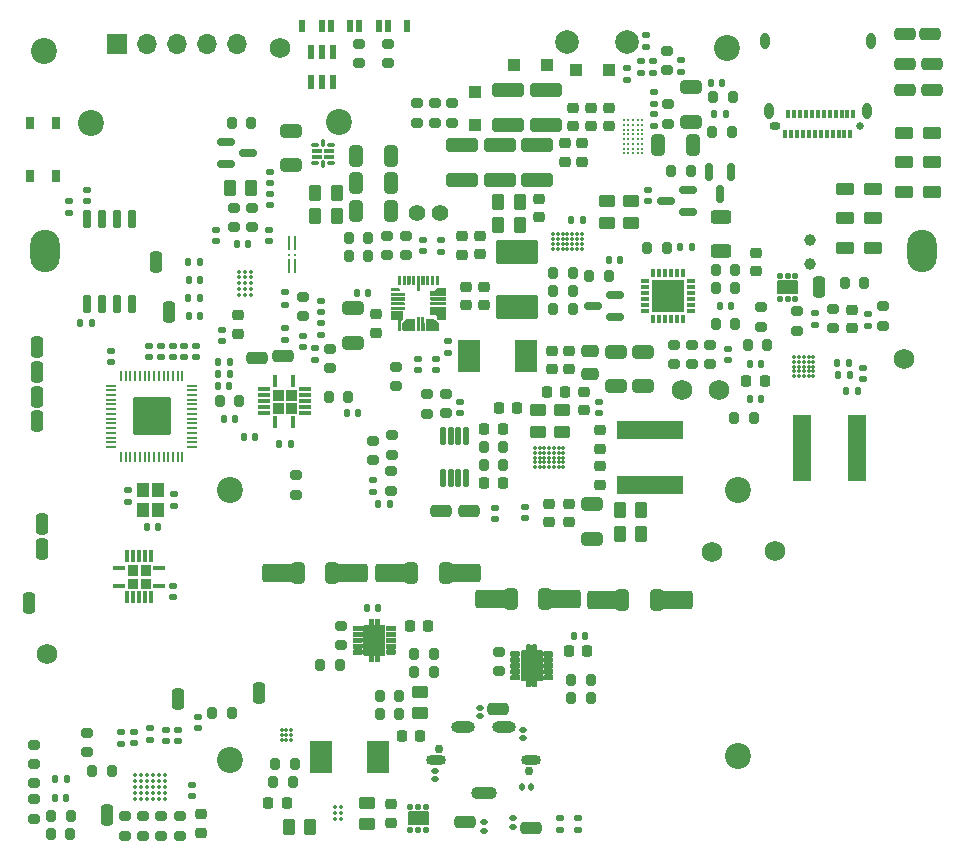
<source format=gbr>
%TF.GenerationSoftware,KiCad,Pcbnew,7.0.6-7.0.6~ubuntu22.04.1*%
%TF.CreationDate,2023-10-05T15:27:38-04:00*%
%TF.ProjectId,robot,726f626f-742e-46b6-9963-61645f706362,rev?*%
%TF.SameCoordinates,PX3938700PY9896800*%
%TF.FileFunction,Soldermask,Top*%
%TF.FilePolarity,Negative*%
%FSLAX46Y46*%
G04 Gerber Fmt 4.6, Leading zero omitted, Abs format (unit mm)*
G04 Created by KiCad (PCBNEW 7.0.6-7.0.6~ubuntu22.04.1) date 2023-10-05 15:27:38*
%MOMM*%
%LPD*%
G01*
G04 APERTURE LIST*
G04 Aperture macros list*
%AMRoundRect*
0 Rectangle with rounded corners*
0 $1 Rounding radius*
0 $2 $3 $4 $5 $6 $7 $8 $9 X,Y pos of 4 corners*
0 Add a 4 corners polygon primitive as box body*
4,1,4,$2,$3,$4,$5,$6,$7,$8,$9,$2,$3,0*
0 Add four circle primitives for the rounded corners*
1,1,$1+$1,$2,$3*
1,1,$1+$1,$4,$5*
1,1,$1+$1,$6,$7*
1,1,$1+$1,$8,$9*
0 Add four rect primitives between the rounded corners*
20,1,$1+$1,$2,$3,$4,$5,0*
20,1,$1+$1,$4,$5,$6,$7,0*
20,1,$1+$1,$6,$7,$8,$9,0*
20,1,$1+$1,$8,$9,$2,$3,0*%
%AMFreePoly0*
4,1,13,0.549497,1.399497,0.570000,1.350000,0.570000,-0.250000,0.549497,-0.299497,0.500000,-0.320000,-0.500000,-0.320000,-0.549497,-0.299497,-0.570000,-0.250000,-0.570000,1.350000,-0.549497,1.399497,-0.500000,1.420000,0.500000,1.420000,0.549497,1.399497,0.549497,1.399497,$1*%
%AMFreePoly1*
4,1,14,0.349999,-0.020000,0.349801,-0.050000,0.348840,-0.059754,0.345995,-0.069134,0.341374,-0.077778,0.334901,-0.085100,0.327579,-0.091573,0.318935,-0.096194,0.309555,-0.099039,0.299801,-0.100000,-0.349999,-0.100000,-0.349999,0.100000,0.230001,0.100000,0.349999,-0.020000,0.349999,-0.020000,$1*%
%AMFreePoly2*
4,1,23,0.350005,0.050000,0.750005,0.050000,0.759760,0.049039,0.769139,0.046194,0.777783,0.041573,0.785360,0.035355,0.791578,0.027778,0.796199,0.019134,0.799044,0.009754,0.800005,0.000000,0.800005,-0.050000,0.799044,-0.059754,0.796199,-0.069134,0.791578,-0.077778,0.785360,-0.085355,0.777783,-0.091573,0.769139,-0.096194,0.759760,-0.099039,0.750005,-0.100000,-0.350005,-0.100000,
-0.350005,0.100000,0.279995,0.100000,0.350005,0.050000,0.350005,0.050000,$1*%
%AMFreePoly3*
4,1,21,0.759954,0.099341,0.769334,0.096496,0.777978,0.091875,0.785555,0.085657,0.791773,0.078080,0.796394,0.069436,0.799239,0.060056,0.800200,0.050302,0.800005,-0.050000,0.799044,-0.059754,0.796199,-0.069134,0.791578,-0.077778,0.785360,-0.085355,0.777783,-0.091573,0.769139,-0.096193,0.759760,-0.099039,0.750005,-0.100000,-0.350005,-0.100000,-0.350005,0.100000,0.750200,0.100302,
0.759954,0.099341,0.759954,0.099341,$1*%
%AMFreePoly4*
4,1,17,1.027699,-0.250199,1.026738,-0.259953,1.023893,-0.269333,1.019272,-0.277977,1.013054,-0.285554,1.005477,-0.291772,0.996833,-0.296393,0.987454,-0.299238,0.977699,-0.300199,0.427699,-0.300199,0.294699,-0.100199,-0.572301,-0.100199,-0.572301,0.099801,0.427699,0.099801,0.427699,0.699801,1.027699,0.699801,1.027699,-0.250199,1.027699,-0.250199,$1*%
%AMFreePoly5*
4,1,14,0.630399,-0.283899,0.630800,-0.819000,0.629839,-0.828755,0.626994,-0.838134,0.622373,-0.846779,0.616155,-0.854355,0.608578,-0.860574,0.599934,-0.865194,0.590554,-0.868039,0.580800,-0.869000,-0.369601,-0.868899,-0.369601,0.131101,0.228399,0.131101,0.630399,-0.283899,0.630399,-0.283899,$1*%
%AMFreePoly6*
4,1,21,0.534954,0.099341,0.544334,0.096496,0.552978,0.091875,0.560555,0.085657,0.566773,0.078080,0.571394,0.069436,0.574239,0.060056,0.575200,0.050302,0.575005,-0.050000,0.574044,-0.059754,0.571199,-0.069134,0.566578,-0.077778,0.560360,-0.085355,0.552783,-0.091573,0.544139,-0.096194,0.534760,-0.099039,0.525005,-0.100000,-0.575005,-0.100000,-0.575005,0.100000,0.525200,0.100302,
0.534954,0.099341,0.534954,0.099341,$1*%
%AMFreePoly7*
4,1,23,0.534760,0.099039,0.544139,0.096193,0.552783,0.091573,0.560360,0.085355,0.566578,0.077778,0.571199,0.069134,0.574044,0.059754,0.575005,0.050000,0.575005,0.000000,0.574044,-0.009754,0.571199,-0.019134,0.566578,-0.027778,0.560360,-0.035355,0.552783,-0.041573,0.544139,-0.046194,0.534760,-0.049039,0.525005,-0.050000,0.125005,-0.050000,0.054995,-0.100000,-0.575005,-0.100000,
-0.575005,0.100000,0.525005,0.100000,0.534760,0.099039,0.534760,0.099039,$1*%
%AMFreePoly8*
4,1,14,0.590554,0.873440,0.599934,0.870595,0.608578,0.865975,0.616155,0.859756,0.622373,0.852180,0.626994,0.843535,0.629839,0.834156,0.630800,0.824401,0.630399,0.289300,0.228399,-0.125700,-0.369601,-0.125700,-0.369601,0.874300,0.580800,0.874401,0.590554,0.873440,0.590554,0.873440,$1*%
%AMFreePoly9*
4,1,25,0.344206,-0.893600,-0.305794,-0.893600,-0.305794,-0.680600,-0.450794,-0.493600,-0.855999,-0.493902,-0.865753,-0.492941,-0.875133,-0.490096,-0.883777,-0.485475,-0.891354,-0.479257,-0.897572,-0.471680,-0.905038,-0.453656,-0.905999,-0.443902,-0.905804,-0.343600,-0.905999,-0.043903,-0.905804,0.056398,-0.904843,0.066153,-0.901998,0.075532,-0.897378,0.084177,-0.891159,0.091753,-0.883583,0.097971,
-0.874938,0.102592,-0.865559,0.105437,-0.855804,0.106398,0.344206,0.106398,0.344206,-0.893600,0.344206,-0.893600,$1*%
%AMFreePoly10*
4,1,23,0.575005,-0.100000,-0.154995,-0.100000,-0.225005,-0.050000,-0.625005,-0.050000,-0.634760,-0.049039,-0.644139,-0.046193,-0.652783,-0.041573,-0.660360,-0.035355,-0.666578,-0.027778,-0.671199,-0.019134,-0.674044,-0.009754,-0.675005,0.000000,-0.675005,0.050000,-0.674044,0.059754,-0.671199,0.069134,-0.666578,0.077778,-0.660360,0.085355,-0.652783,0.091573,-0.644139,0.096194,-0.634760,0.099039,
-0.625005,0.100000,0.575005,0.100000,0.575005,-0.100000,0.575005,-0.100000,$1*%
%AMFreePoly11*
4,1,21,0.575005,-0.100000,-0.625200,-0.100302,-0.634954,-0.099341,-0.644334,-0.096496,-0.652978,-0.091875,-0.660555,-0.085657,-0.666773,-0.078080,-0.671394,-0.069436,-0.674239,-0.060056,-0.675200,-0.050302,-0.675005,0.050000,-0.674044,0.059754,-0.671199,0.069134,-0.666578,0.077778,-0.660360,0.085355,-0.652783,0.091573,-0.644139,0.096194,-0.634760,0.099039,-0.625005,0.100000,0.575005,0.100000,
0.575005,-0.100000,0.575005,-0.100000,$1*%
%AMFreePoly12*
4,1,22,0.344206,-0.493799,-0.855999,-0.494101,-0.865753,-0.493140,-0.875133,-0.490295,-0.883777,-0.485675,-0.891354,-0.479456,-0.897572,-0.471880,-0.902193,-0.463235,-0.905038,-0.453856,-0.905999,-0.444101,-0.905804,-0.233800,-0.904843,-0.224046,-0.897378,-0.206022,-0.891159,-0.198445,-0.883583,-0.192227,-0.874938,-0.187607,-0.865559,-0.184761,-0.855804,-0.183801,-0.505804,-0.183800,-0.305794,0.106200,
0.344206,0.106200,0.344206,-0.493799,0.344206,-0.493799,$1*%
%AMFreePoly13*
4,1,20,0.349999,0.099999,0.349999,-0.100000,-0.249999,-0.100001,-0.269508,-0.098079,-0.288267,-0.092389,-0.305556,-0.083148,-0.320710,-0.070711,-0.333146,-0.055558,-0.342387,-0.038269,-0.348078,-0.019510,-0.349999,-0.000001,-0.348078,0.019509,-0.342387,0.038268,-0.333146,0.055557,-0.320710,0.070710,-0.305556,0.083146,-0.288267,0.092387,-0.269508,0.098078,-0.249999,0.100000,0.349999,0.099999,
0.349999,0.099999,$1*%
%AMFreePoly14*
4,1,20,0.349999,-0.100000,-0.249999,-0.100000,-0.269508,-0.098079,-0.288267,-0.092388,-0.305556,-0.083147,-0.320710,-0.070711,-0.333146,-0.055557,-0.342387,-0.038269,-0.348078,-0.019509,-0.349999,0.000000,-0.348078,0.019509,-0.342387,0.038268,-0.333146,0.055557,-0.320710,0.070710,-0.305556,0.083147,-0.288267,0.092388,-0.269508,0.098078,-0.249999,0.100000,0.349999,0.100000,0.349999,-0.100000,
0.349999,-0.100000,$1*%
%AMFreePoly15*
4,1,21,0.575005,0.100000,0.575005,-0.100000,-0.525005,-0.100000,-0.534760,-0.099039,-0.544139,-0.096194,-0.552783,-0.091573,-0.560360,-0.085355,-0.566578,-0.077778,-0.571199,-0.069134,-0.574044,-0.059754,-0.575005,-0.050000,-0.575200,0.050302,-0.574239,0.060056,-0.571394,0.069436,-0.566773,0.078080,-0.560555,0.085657,-0.552978,0.091875,-0.544334,0.096496,-0.534954,0.099341,-0.525200,0.100302,
0.575005,0.100000,0.575005,0.100000,$1*%
G04 Aperture macros list end*
%ADD10C,0.120000*%
%ADD11C,0.010000*%
%ADD12C,0.100000*%
%ADD13C,0.650000*%
%ADD14O,0.950000X0.650000*%
%ADD15O,0.800000X1.400000*%
%ADD16R,0.300000X0.700000*%
%ADD17C,2.200000*%
%ADD18RoundRect,0.200000X-0.200000X-0.275000X0.200000X-0.275000X0.200000X0.275000X-0.200000X0.275000X0*%
%ADD19RoundRect,0.225000X0.225000X0.250000X-0.225000X0.250000X-0.225000X-0.250000X0.225000X-0.250000X0*%
%ADD20RoundRect,0.135000X0.135000X0.185000X-0.135000X0.185000X-0.135000X-0.185000X0.135000X-0.185000X0*%
%ADD21RoundRect,0.120000X-0.200000X0.100000X-0.200000X-0.100000X0.200000X-0.100000X0.200000X0.100000X0*%
%ADD22RoundRect,0.066000X0.209000X-0.434000X0.209000X0.434000X-0.209000X0.434000X-0.209000X-0.434000X0*%
%ADD23RoundRect,0.250000X0.250000X-0.650000X0.250000X0.650000X-0.250000X0.650000X-0.250000X-0.650000X0*%
%ADD24RoundRect,0.200000X-0.275000X0.200000X-0.275000X-0.200000X0.275000X-0.200000X0.275000X0.200000X0*%
%ADD25RoundRect,0.225000X0.250000X-0.225000X0.250000X0.225000X-0.250000X0.225000X-0.250000X-0.225000X0*%
%ADD26RoundRect,0.225000X-0.250000X0.225000X-0.250000X-0.225000X0.250000X-0.225000X0.250000X0.225000X0*%
%ADD27RoundRect,0.140000X-0.170000X0.140000X-0.170000X-0.140000X0.170000X-0.140000X0.170000X0.140000X0*%
%ADD28RoundRect,0.120000X0.200000X-0.100000X0.200000X0.100000X-0.200000X0.100000X-0.200000X-0.100000X0*%
%ADD29C,0.350000*%
%ADD30RoundRect,0.140000X0.170000X-0.140000X0.170000X0.140000X-0.170000X0.140000X-0.170000X-0.140000X0*%
%ADD31RoundRect,0.030600X0.224400X-0.554400X0.224400X0.554400X-0.224400X0.554400X-0.224400X-0.554400X0*%
%ADD32RoundRect,0.030600X-0.224400X0.554400X-0.224400X-0.554400X0.224400X-0.554400X0.224400X0.554400X0*%
%ADD33RoundRect,0.250000X0.300000X0.300000X-0.300000X0.300000X-0.300000X-0.300000X0.300000X-0.300000X0*%
%ADD34RoundRect,0.200000X0.200000X0.275000X-0.200000X0.275000X-0.200000X-0.275000X0.200000X-0.275000X0*%
%ADD35RoundRect,0.140000X0.140000X0.170000X-0.140000X0.170000X-0.140000X-0.170000X0.140000X-0.170000X0*%
%ADD36RoundRect,0.250000X0.650000X0.250000X-0.650000X0.250000X-0.650000X-0.250000X0.650000X-0.250000X0*%
%ADD37RoundRect,0.135000X-0.185000X0.135000X-0.185000X-0.135000X0.185000X-0.135000X0.185000X0.135000X0*%
%ADD38RoundRect,0.150000X0.150000X-0.650000X0.150000X0.650000X-0.150000X0.650000X-0.150000X-0.650000X0*%
%ADD39RoundRect,0.135000X0.185000X-0.135000X0.185000X0.135000X-0.185000X0.135000X-0.185000X-0.135000X0*%
%ADD40RoundRect,0.150000X-0.150000X0.587500X-0.150000X-0.587500X0.150000X-0.587500X0.150000X0.587500X0*%
%ADD41RoundRect,0.250000X0.450000X-0.262500X0.450000X0.262500X-0.450000X0.262500X-0.450000X-0.262500X0*%
%ADD42RoundRect,0.250000X0.262500X0.450000X-0.262500X0.450000X-0.262500X-0.450000X0.262500X-0.450000X0*%
%ADD43RoundRect,0.140000X-0.140000X-0.170000X0.140000X-0.170000X0.140000X0.170000X-0.140000X0.170000X0*%
%ADD44RoundRect,0.200000X0.275000X-0.200000X0.275000X0.200000X-0.275000X0.200000X-0.275000X-0.200000X0*%
%ADD45RoundRect,0.100000X0.237500X-0.075000X0.237500X0.075000X-0.237500X0.075000X-0.237500X-0.075000X0*%
%ADD46RoundRect,0.100000X0.362500X-0.075000X0.362500X0.075000X-0.362500X0.075000X-0.362500X-0.075000X0*%
%ADD47RoundRect,0.100000X-0.075000X-0.237500X0.075000X-0.237500X0.075000X0.237500X-0.075000X0.237500X0*%
%ADD48RoundRect,0.070000X0.140000X0.425000X-0.140000X0.425000X-0.140000X-0.425000X0.140000X-0.425000X0*%
%ADD49RoundRect,0.070000X-0.425000X0.140000X-0.425000X-0.140000X0.425000X-0.140000X0.425000X0.140000X0*%
%ADD50C,0.640000*%
%ADD51RoundRect,0.150000X-0.587500X-0.150000X0.587500X-0.150000X0.587500X0.150000X-0.587500X0.150000X0*%
%ADD52RoundRect,0.250000X-0.325000X-0.650000X0.325000X-0.650000X0.325000X0.650000X-0.325000X0.650000X0*%
%ADD53C,1.755000*%
%ADD54RoundRect,0.250000X-0.250000X0.650000X-0.250000X-0.650000X0.250000X-0.650000X0.250000X0.650000X0*%
%ADD55RoundRect,0.250000X0.650000X-0.325000X0.650000X0.325000X-0.650000X0.325000X-0.650000X-0.325000X0*%
%ADD56RoundRect,0.120000X-0.680000X-0.380000X0.680000X-0.380000X0.680000X0.380000X-0.680000X0.380000X0*%
%ADD57RoundRect,0.250000X-0.650000X-0.250000X0.650000X-0.250000X0.650000X0.250000X-0.650000X0.250000X0*%
%ADD58RoundRect,0.250000X-0.450000X0.262500X-0.450000X-0.262500X0.450000X-0.262500X0.450000X0.262500X0*%
%ADD59RoundRect,0.250000X-1.500000X-0.550000X1.500000X-0.550000X1.500000X0.550000X-1.500000X0.550000X0*%
%ADD60RoundRect,0.150000X0.587500X0.150000X-0.587500X0.150000X-0.587500X-0.150000X0.587500X-0.150000X0*%
%ADD61RoundRect,0.225000X-0.225000X-0.250000X0.225000X-0.250000X0.225000X0.250000X-0.225000X0.250000X0*%
%ADD62RoundRect,0.103333X0.116667X-0.191667X0.116667X0.191667X-0.116667X0.191667X-0.116667X-0.191667X0*%
%ADD63C,0.540000*%
%ADD64FreePoly0,90.000000*%
%ADD65RoundRect,0.250000X-0.650000X0.325000X-0.650000X-0.325000X0.650000X-0.325000X0.650000X0.325000X0*%
%ADD66RoundRect,0.250000X-1.100000X0.325000X-1.100000X-0.325000X1.100000X-0.325000X1.100000X0.325000X0*%
%ADD67RoundRect,0.135000X-0.135000X-0.185000X0.135000X-0.185000X0.135000X0.185000X-0.135000X0.185000X0*%
%ADD68R,1.000000X1.200000*%
%ADD69RoundRect,0.250000X1.500000X0.550000X-1.500000X0.550000X-1.500000X-0.550000X1.500000X-0.550000X0*%
%ADD70RoundRect,0.250000X0.325000X0.650000X-0.325000X0.650000X-0.325000X-0.650000X0.325000X-0.650000X0*%
%ADD71R,0.750000X0.300000*%
%ADD72R,0.300000X0.750000*%
%ADD73R,2.700000X2.700000*%
%ADD74RoundRect,0.147500X-0.147500X-0.172500X0.147500X-0.172500X0.147500X0.172500X-0.147500X0.172500X0*%
%ADD75RoundRect,0.125000X0.000000X0.500000X0.000000X-0.500000X0.000000X-0.500000X0.000000X0.500000X0*%
%ADD76C,0.250000*%
%ADD77RoundRect,0.147500X0.172500X-0.147500X0.172500X0.147500X-0.172500X0.147500X-0.172500X-0.147500X0*%
%ADD78R,1.905000X2.790000*%
%ADD79C,1.400000*%
%ADD80RoundRect,0.250000X0.300000X-0.300000X0.300000X0.300000X-0.300000X0.300000X-0.300000X-0.300000X0*%
%ADD81RoundRect,0.250000X0.625000X-0.312500X0.625000X0.312500X-0.625000X0.312500X-0.625000X-0.312500X0*%
%ADD82C,2.000000*%
%ADD83RoundRect,0.050000X1.700000X-0.950000X1.700000X0.950000X-1.700000X0.950000X-1.700000X-0.950000X0*%
%ADD84RoundRect,0.070000X-0.140000X-0.425000X0.140000X-0.425000X0.140000X0.425000X-0.140000X0.425000X0*%
%ADD85RoundRect,0.120000X0.680000X0.380000X-0.680000X0.380000X-0.680000X-0.380000X0.680000X-0.380000X0*%
%ADD86R,1.700000X1.700000*%
%ADD87O,1.700000X1.700000*%
%ADD88RoundRect,0.250000X0.475000X-0.250000X0.475000X0.250000X-0.475000X0.250000X-0.475000X-0.250000X0*%
%ADD89R,1.600200X5.689600*%
%ADD90C,0.300000*%
%ADD91R,0.711200X0.990600*%
%ADD92RoundRect,0.050000X-0.387500X-0.050000X0.387500X-0.050000X0.387500X0.050000X-0.387500X0.050000X0*%
%ADD93RoundRect,0.050000X-0.050000X-0.387500X0.050000X-0.387500X0.050000X0.387500X-0.050000X0.387500X0*%
%ADD94RoundRect,0.144000X-1.456000X-1.456000X1.456000X-1.456000X1.456000X1.456000X-1.456000X1.456000X0*%
%ADD95RoundRect,0.020000X0.180000X-0.690000X0.180000X0.690000X-0.180000X0.690000X-0.180000X-0.690000X0*%
%ADD96R,5.689600X1.600200*%
%ADD97C,0.345000*%
%ADD98RoundRect,0.120000X0.100000X0.200000X-0.100000X0.200000X-0.100000X-0.200000X0.100000X-0.200000X0*%
%ADD99FreePoly1,0.000000*%
%ADD100FreePoly2,0.000000*%
%ADD101FreePoly3,0.000000*%
%ADD102R,0.127000X0.127000*%
%ADD103FreePoly4,90.000000*%
%ADD104FreePoly5,90.000000*%
%ADD105FreePoly6,90.000000*%
%ADD106FreePoly7,90.000000*%
%ADD107FreePoly8,90.000000*%
%ADD108FreePoly9,0.000000*%
%ADD109FreePoly10,0.000000*%
%ADD110FreePoly11,0.000000*%
%ADD111FreePoly12,0.000000*%
%ADD112FreePoly13,90.000000*%
%ADD113FreePoly14,90.000000*%
%ADD114FreePoly15,90.000000*%
%ADD115O,2.500000X3.600000*%
%ADD116C,0.750000*%
%ADD117O,1.700000X0.850000*%
%ADD118O,2.000000X1.000000*%
%ADD119O,2.200000X1.100000*%
%ADD120C,1.000000*%
G04 APERTURE END LIST*
D10*
%TO.C,Q5*%
X24097401Y36539900D02*
X23277401Y36539900D01*
X23277401Y36539900D02*
X23277401Y37359900D01*
X23277401Y37359900D02*
X24097401Y37359900D01*
X24097401Y37359900D02*
X24097401Y36539900D01*
G36*
X24097401Y36539900D02*
G01*
X23277401Y36539900D01*
X23277401Y37359900D01*
X24097401Y37359900D01*
X24097401Y36539900D01*
G37*
X23277401Y37659900D02*
X24097401Y37659900D01*
X24097401Y37659900D02*
X24097401Y38479900D01*
X24097401Y38479900D02*
X23277401Y38479900D01*
X23277401Y38479900D02*
X23277401Y37659900D01*
G36*
X23277401Y37659900D02*
G01*
X24097401Y37659900D01*
X24097401Y38479900D01*
X23277401Y38479900D01*
X23277401Y37659900D01*
G37*
X22977401Y36539900D02*
X22157401Y36539900D01*
X22157401Y36539900D02*
X22157401Y37359900D01*
X22157401Y37359900D02*
X22977401Y37359900D01*
X22977401Y37359900D02*
X22977401Y36539900D01*
G36*
X22977401Y36539900D02*
G01*
X22157401Y36539900D01*
X22157401Y37359900D01*
X22977401Y37359900D01*
X22977401Y36539900D01*
G37*
X22977401Y37659900D02*
X22157401Y37659900D01*
X22157401Y37659900D02*
X22157401Y38479900D01*
X22157401Y38479900D02*
X22977401Y38479900D01*
X22977401Y38479900D02*
X22977401Y37659900D01*
G36*
X22977401Y37659900D02*
G01*
X22157401Y37659900D01*
X22157401Y38479900D01*
X22977401Y38479900D01*
X22977401Y37659900D01*
G37*
%TO.C,U9*%
D11*
X32374130Y16497471D02*
X32380130Y16497471D01*
X32386130Y16495471D01*
X32392130Y16494471D01*
X32398130Y16492471D01*
X32404130Y16490471D01*
X32410130Y16488471D01*
X32415130Y16485471D01*
X32421130Y16482471D01*
X32426130Y16479471D01*
X32432130Y16475471D01*
X32437130Y16471471D01*
X32441130Y16467471D01*
X32446130Y16463471D01*
X32450130Y16458471D01*
X32454130Y16454471D01*
X32458130Y16449471D01*
X32462130Y16443471D01*
X32465130Y16438471D01*
X32468130Y16432471D01*
X32471130Y16427471D01*
X32473130Y16421471D01*
X32475130Y16415471D01*
X32477130Y16409471D01*
X32478130Y16403471D01*
X32480130Y16397471D01*
X32480130Y16391471D01*
X32481130Y16384471D01*
X32481130Y16378471D01*
X32481130Y16238471D01*
X32481130Y16232471D01*
X32480130Y16225471D01*
X32480130Y16219471D01*
X32478130Y16213471D01*
X32477130Y16207471D01*
X32475130Y16201471D01*
X32473130Y16195471D01*
X32471130Y16189471D01*
X32468130Y16184471D01*
X32465130Y16178471D01*
X32462130Y16173471D01*
X32458130Y16167471D01*
X32454130Y16162471D01*
X32450130Y16158471D01*
X32446130Y16153471D01*
X32441130Y16149471D01*
X32437130Y16145471D01*
X32432130Y16141471D01*
X32426130Y16137471D01*
X32421130Y16134471D01*
X32415130Y16131471D01*
X32410130Y16128471D01*
X32404130Y16126471D01*
X32398130Y16124471D01*
X32392130Y16122471D01*
X32386130Y16121471D01*
X32380130Y16119471D01*
X32374130Y16119471D01*
X32367130Y16118471D01*
X32361130Y16118471D01*
X31861130Y16118471D01*
X31855130Y16118471D01*
X31848130Y16119471D01*
X31842130Y16119471D01*
X31836130Y16121471D01*
X31830130Y16122471D01*
X31824130Y16124471D01*
X31818130Y16126471D01*
X31812130Y16128471D01*
X31807130Y16131471D01*
X31801130Y16134471D01*
X31796130Y16137471D01*
X31790130Y16141471D01*
X31785130Y16145471D01*
X31781130Y16149471D01*
X31776130Y16153471D01*
X31772130Y16158471D01*
X31768130Y16162471D01*
X31764130Y16167471D01*
X31760130Y16173471D01*
X31757130Y16178471D01*
X31754130Y16184471D01*
X31751130Y16189471D01*
X31749130Y16195471D01*
X31747130Y16201471D01*
X31745130Y16207471D01*
X31744130Y16213471D01*
X31742130Y16219471D01*
X31742130Y16225471D01*
X31741130Y16232471D01*
X31741130Y16238471D01*
X31741130Y16378471D01*
X31741130Y16384471D01*
X31742130Y16391471D01*
X31742130Y16397471D01*
X31744130Y16403471D01*
X31745130Y16409471D01*
X31747130Y16415471D01*
X31749130Y16421471D01*
X31751130Y16427471D01*
X31754130Y16432471D01*
X31757130Y16438471D01*
X31760130Y16443471D01*
X31764130Y16449471D01*
X31768130Y16454471D01*
X31772130Y16458471D01*
X31776130Y16463471D01*
X31781130Y16467471D01*
X31785130Y16471471D01*
X31790130Y16475471D01*
X31796130Y16479471D01*
X31801130Y16482471D01*
X31807130Y16485471D01*
X31812130Y16488471D01*
X31818130Y16490471D01*
X31824130Y16492471D01*
X31830130Y16494471D01*
X31836130Y16495471D01*
X31842130Y16497471D01*
X31848130Y16497471D01*
X31855130Y16498471D01*
X31861130Y16498471D01*
X32361130Y16498471D01*
X32367130Y16498471D01*
X32374130Y16497471D01*
G36*
X32374130Y16497471D02*
G01*
X32380130Y16497471D01*
X32386130Y16495471D01*
X32392130Y16494471D01*
X32398130Y16492471D01*
X32404130Y16490471D01*
X32410130Y16488471D01*
X32415130Y16485471D01*
X32421130Y16482471D01*
X32426130Y16479471D01*
X32432130Y16475471D01*
X32437130Y16471471D01*
X32441130Y16467471D01*
X32446130Y16463471D01*
X32450130Y16458471D01*
X32454130Y16454471D01*
X32458130Y16449471D01*
X32462130Y16443471D01*
X32465130Y16438471D01*
X32468130Y16432471D01*
X32471130Y16427471D01*
X32473130Y16421471D01*
X32475130Y16415471D01*
X32477130Y16409471D01*
X32478130Y16403471D01*
X32480130Y16397471D01*
X32480130Y16391471D01*
X32481130Y16384471D01*
X32481130Y16378471D01*
X32481130Y16238471D01*
X32481130Y16232471D01*
X32480130Y16225471D01*
X32480130Y16219471D01*
X32478130Y16213471D01*
X32477130Y16207471D01*
X32475130Y16201471D01*
X32473130Y16195471D01*
X32471130Y16189471D01*
X32468130Y16184471D01*
X32465130Y16178471D01*
X32462130Y16173471D01*
X32458130Y16167471D01*
X32454130Y16162471D01*
X32450130Y16158471D01*
X32446130Y16153471D01*
X32441130Y16149471D01*
X32437130Y16145471D01*
X32432130Y16141471D01*
X32426130Y16137471D01*
X32421130Y16134471D01*
X32415130Y16131471D01*
X32410130Y16128471D01*
X32404130Y16126471D01*
X32398130Y16124471D01*
X32392130Y16122471D01*
X32386130Y16121471D01*
X32380130Y16119471D01*
X32374130Y16119471D01*
X32367130Y16118471D01*
X32361130Y16118471D01*
X31861130Y16118471D01*
X31855130Y16118471D01*
X31848130Y16119471D01*
X31842130Y16119471D01*
X31836130Y16121471D01*
X31830130Y16122471D01*
X31824130Y16124471D01*
X31818130Y16126471D01*
X31812130Y16128471D01*
X31807130Y16131471D01*
X31801130Y16134471D01*
X31796130Y16137471D01*
X31790130Y16141471D01*
X31785130Y16145471D01*
X31781130Y16149471D01*
X31776130Y16153471D01*
X31772130Y16158471D01*
X31768130Y16162471D01*
X31764130Y16167471D01*
X31760130Y16173471D01*
X31757130Y16178471D01*
X31754130Y16184471D01*
X31751130Y16189471D01*
X31749130Y16195471D01*
X31747130Y16201471D01*
X31745130Y16207471D01*
X31744130Y16213471D01*
X31742130Y16219471D01*
X31742130Y16225471D01*
X31741130Y16232471D01*
X31741130Y16238471D01*
X31741130Y16378471D01*
X31741130Y16384471D01*
X31742130Y16391471D01*
X31742130Y16397471D01*
X31744130Y16403471D01*
X31745130Y16409471D01*
X31747130Y16415471D01*
X31749130Y16421471D01*
X31751130Y16427471D01*
X31754130Y16432471D01*
X31757130Y16438471D01*
X31760130Y16443471D01*
X31764130Y16449471D01*
X31768130Y16454471D01*
X31772130Y16458471D01*
X31776130Y16463471D01*
X31781130Y16467471D01*
X31785130Y16471471D01*
X31790130Y16475471D01*
X31796130Y16479471D01*
X31801130Y16482471D01*
X31807130Y16485471D01*
X31812130Y16488471D01*
X31818130Y16490471D01*
X31824130Y16492471D01*
X31830130Y16494471D01*
X31836130Y16495471D01*
X31842130Y16497471D01*
X31848130Y16497471D01*
X31855130Y16498471D01*
X31861130Y16498471D01*
X32361130Y16498471D01*
X32367130Y16498471D01*
X32374130Y16497471D01*
G37*
X32374130Y16997471D02*
X32380130Y16997471D01*
X32386130Y16995471D01*
X32392130Y16994471D01*
X32398130Y16992471D01*
X32404130Y16990471D01*
X32410130Y16988471D01*
X32415130Y16985471D01*
X32421130Y16982471D01*
X32426130Y16979471D01*
X32432130Y16975471D01*
X32437130Y16971471D01*
X32441130Y16967471D01*
X32446130Y16963471D01*
X32450130Y16958471D01*
X32454130Y16954471D01*
X32458130Y16949471D01*
X32462130Y16943471D01*
X32465130Y16938471D01*
X32468130Y16932471D01*
X32471130Y16927471D01*
X32473130Y16921471D01*
X32475130Y16915471D01*
X32477130Y16909471D01*
X32478130Y16903471D01*
X32480130Y16897471D01*
X32480130Y16891471D01*
X32481130Y16884471D01*
X32481130Y16878471D01*
X32481130Y16738471D01*
X32481130Y16732471D01*
X32480130Y16725471D01*
X32480130Y16719471D01*
X32478130Y16713471D01*
X32477130Y16707471D01*
X32475130Y16701471D01*
X32473130Y16695471D01*
X32471130Y16689471D01*
X32468130Y16684471D01*
X32465130Y16678471D01*
X32462130Y16673471D01*
X32458130Y16667471D01*
X32454130Y16662471D01*
X32450130Y16658471D01*
X32446130Y16653471D01*
X32441130Y16649471D01*
X32437130Y16645471D01*
X32432130Y16641471D01*
X32426130Y16637471D01*
X32421130Y16634471D01*
X32415130Y16631471D01*
X32410130Y16628471D01*
X32404130Y16626471D01*
X32398130Y16624471D01*
X32392130Y16622471D01*
X32386130Y16621471D01*
X32380130Y16619471D01*
X32374130Y16619471D01*
X32367130Y16618471D01*
X32361130Y16618471D01*
X31861130Y16618471D01*
X31855130Y16618471D01*
X31848130Y16619471D01*
X31842130Y16619471D01*
X31836130Y16621471D01*
X31830130Y16622471D01*
X31824130Y16624471D01*
X31818130Y16626471D01*
X31812130Y16628471D01*
X31807130Y16631471D01*
X31801130Y16634471D01*
X31796130Y16637471D01*
X31790130Y16641471D01*
X31785130Y16645471D01*
X31781130Y16649471D01*
X31776130Y16653471D01*
X31772130Y16658471D01*
X31768130Y16662471D01*
X31764130Y16667471D01*
X31760130Y16673471D01*
X31757130Y16678471D01*
X31754130Y16684471D01*
X31751130Y16689471D01*
X31749130Y16695471D01*
X31747130Y16701471D01*
X31745130Y16707471D01*
X31744130Y16713471D01*
X31742130Y16719471D01*
X31742130Y16725471D01*
X31741130Y16732471D01*
X31741130Y16738471D01*
X31741130Y16878471D01*
X31741130Y16884471D01*
X31742130Y16891471D01*
X31742130Y16897471D01*
X31744130Y16903471D01*
X31745130Y16909471D01*
X31747130Y16915471D01*
X31749130Y16921471D01*
X31751130Y16927471D01*
X31754130Y16932471D01*
X31757130Y16938471D01*
X31760130Y16943471D01*
X31764130Y16949471D01*
X31768130Y16954471D01*
X31772130Y16958471D01*
X31776130Y16963471D01*
X31781130Y16967471D01*
X31785130Y16971471D01*
X31790130Y16975471D01*
X31796130Y16979471D01*
X31801130Y16982471D01*
X31807130Y16985471D01*
X31812130Y16988471D01*
X31818130Y16990471D01*
X31824130Y16992471D01*
X31830130Y16994471D01*
X31836130Y16995471D01*
X31842130Y16997471D01*
X31848130Y16997471D01*
X31855130Y16998471D01*
X31861130Y16998471D01*
X32361130Y16998471D01*
X32367130Y16998471D01*
X32374130Y16997471D01*
G36*
X32374130Y16997471D02*
G01*
X32380130Y16997471D01*
X32386130Y16995471D01*
X32392130Y16994471D01*
X32398130Y16992471D01*
X32404130Y16990471D01*
X32410130Y16988471D01*
X32415130Y16985471D01*
X32421130Y16982471D01*
X32426130Y16979471D01*
X32432130Y16975471D01*
X32437130Y16971471D01*
X32441130Y16967471D01*
X32446130Y16963471D01*
X32450130Y16958471D01*
X32454130Y16954471D01*
X32458130Y16949471D01*
X32462130Y16943471D01*
X32465130Y16938471D01*
X32468130Y16932471D01*
X32471130Y16927471D01*
X32473130Y16921471D01*
X32475130Y16915471D01*
X32477130Y16909471D01*
X32478130Y16903471D01*
X32480130Y16897471D01*
X32480130Y16891471D01*
X32481130Y16884471D01*
X32481130Y16878471D01*
X32481130Y16738471D01*
X32481130Y16732471D01*
X32480130Y16725471D01*
X32480130Y16719471D01*
X32478130Y16713471D01*
X32477130Y16707471D01*
X32475130Y16701471D01*
X32473130Y16695471D01*
X32471130Y16689471D01*
X32468130Y16684471D01*
X32465130Y16678471D01*
X32462130Y16673471D01*
X32458130Y16667471D01*
X32454130Y16662471D01*
X32450130Y16658471D01*
X32446130Y16653471D01*
X32441130Y16649471D01*
X32437130Y16645471D01*
X32432130Y16641471D01*
X32426130Y16637471D01*
X32421130Y16634471D01*
X32415130Y16631471D01*
X32410130Y16628471D01*
X32404130Y16626471D01*
X32398130Y16624471D01*
X32392130Y16622471D01*
X32386130Y16621471D01*
X32380130Y16619471D01*
X32374130Y16619471D01*
X32367130Y16618471D01*
X32361130Y16618471D01*
X31861130Y16618471D01*
X31855130Y16618471D01*
X31848130Y16619471D01*
X31842130Y16619471D01*
X31836130Y16621471D01*
X31830130Y16622471D01*
X31824130Y16624471D01*
X31818130Y16626471D01*
X31812130Y16628471D01*
X31807130Y16631471D01*
X31801130Y16634471D01*
X31796130Y16637471D01*
X31790130Y16641471D01*
X31785130Y16645471D01*
X31781130Y16649471D01*
X31776130Y16653471D01*
X31772130Y16658471D01*
X31768130Y16662471D01*
X31764130Y16667471D01*
X31760130Y16673471D01*
X31757130Y16678471D01*
X31754130Y16684471D01*
X31751130Y16689471D01*
X31749130Y16695471D01*
X31747130Y16701471D01*
X31745130Y16707471D01*
X31744130Y16713471D01*
X31742130Y16719471D01*
X31742130Y16725471D01*
X31741130Y16732471D01*
X31741130Y16738471D01*
X31741130Y16878471D01*
X31741130Y16884471D01*
X31742130Y16891471D01*
X31742130Y16897471D01*
X31744130Y16903471D01*
X31745130Y16909471D01*
X31747130Y16915471D01*
X31749130Y16921471D01*
X31751130Y16927471D01*
X31754130Y16932471D01*
X31757130Y16938471D01*
X31760130Y16943471D01*
X31764130Y16949471D01*
X31768130Y16954471D01*
X31772130Y16958471D01*
X31776130Y16963471D01*
X31781130Y16967471D01*
X31785130Y16971471D01*
X31790130Y16975471D01*
X31796130Y16979471D01*
X31801130Y16982471D01*
X31807130Y16985471D01*
X31812130Y16988471D01*
X31818130Y16990471D01*
X31824130Y16992471D01*
X31830130Y16994471D01*
X31836130Y16995471D01*
X31842130Y16997471D01*
X31848130Y16997471D01*
X31855130Y16998471D01*
X31861130Y16998471D01*
X32361130Y16998471D01*
X32367130Y16998471D01*
X32374130Y16997471D01*
G37*
X32374130Y17497471D02*
X32380130Y17497471D01*
X32386130Y17495471D01*
X32392130Y17494471D01*
X32398130Y17492471D01*
X32404130Y17490471D01*
X32410130Y17488471D01*
X32415130Y17485471D01*
X32421130Y17482471D01*
X32426130Y17479471D01*
X32432130Y17475471D01*
X32437130Y17471471D01*
X32441130Y17467471D01*
X32446130Y17463471D01*
X32450130Y17458471D01*
X32454130Y17454471D01*
X32458130Y17449471D01*
X32462130Y17443471D01*
X32465130Y17438471D01*
X32468130Y17432471D01*
X32471130Y17427471D01*
X32473130Y17421471D01*
X32475130Y17415471D01*
X32477130Y17409471D01*
X32478130Y17403471D01*
X32480130Y17397471D01*
X32480130Y17391471D01*
X32481130Y17384471D01*
X32481130Y17378471D01*
X32481130Y17238471D01*
X32481130Y17232471D01*
X32480130Y17225471D01*
X32480130Y17219471D01*
X32478130Y17213471D01*
X32477130Y17207471D01*
X32475130Y17201471D01*
X32473130Y17195471D01*
X32471130Y17189471D01*
X32468130Y17184471D01*
X32465130Y17178471D01*
X32462130Y17173471D01*
X32458130Y17167471D01*
X32454130Y17162471D01*
X32450130Y17158471D01*
X32446130Y17153471D01*
X32441130Y17149471D01*
X32437130Y17145471D01*
X32432130Y17141471D01*
X32426130Y17137471D01*
X32421130Y17134471D01*
X32415130Y17131471D01*
X32410130Y17128471D01*
X32404130Y17126471D01*
X32398130Y17124471D01*
X32392130Y17122471D01*
X32386130Y17121471D01*
X32380130Y17119471D01*
X32374130Y17119471D01*
X32367130Y17118471D01*
X32361130Y17118471D01*
X31861130Y17118471D01*
X31855130Y17118471D01*
X31848130Y17119471D01*
X31842130Y17119471D01*
X31836130Y17121471D01*
X31830130Y17122471D01*
X31824130Y17124471D01*
X31818130Y17126471D01*
X31812130Y17128471D01*
X31807130Y17131471D01*
X31801130Y17134471D01*
X31796130Y17137471D01*
X31790130Y17141471D01*
X31785130Y17145471D01*
X31781130Y17149471D01*
X31776130Y17153471D01*
X31772130Y17158471D01*
X31768130Y17162471D01*
X31764130Y17167471D01*
X31760130Y17173471D01*
X31757130Y17178471D01*
X31754130Y17184471D01*
X31751130Y17189471D01*
X31749130Y17195471D01*
X31747130Y17201471D01*
X31745130Y17207471D01*
X31744130Y17213471D01*
X31742130Y17219471D01*
X31742130Y17225471D01*
X31741130Y17232471D01*
X31741130Y17238471D01*
X31741130Y17378471D01*
X31741130Y17384471D01*
X31742130Y17391471D01*
X31742130Y17397471D01*
X31744130Y17403471D01*
X31745130Y17409471D01*
X31747130Y17415471D01*
X31749130Y17421471D01*
X31751130Y17427471D01*
X31754130Y17432471D01*
X31757130Y17438471D01*
X31760130Y17443471D01*
X31764130Y17449471D01*
X31768130Y17454471D01*
X31772130Y17458471D01*
X31776130Y17463471D01*
X31781130Y17467471D01*
X31785130Y17471471D01*
X31790130Y17475471D01*
X31796130Y17479471D01*
X31801130Y17482471D01*
X31807130Y17485471D01*
X31812130Y17488471D01*
X31818130Y17490471D01*
X31824130Y17492471D01*
X31830130Y17494471D01*
X31836130Y17495471D01*
X31842130Y17497471D01*
X31848130Y17497471D01*
X31855130Y17498471D01*
X31861130Y17498471D01*
X32361130Y17498471D01*
X32367130Y17498471D01*
X32374130Y17497471D01*
G36*
X32374130Y17497471D02*
G01*
X32380130Y17497471D01*
X32386130Y17495471D01*
X32392130Y17494471D01*
X32398130Y17492471D01*
X32404130Y17490471D01*
X32410130Y17488471D01*
X32415130Y17485471D01*
X32421130Y17482471D01*
X32426130Y17479471D01*
X32432130Y17475471D01*
X32437130Y17471471D01*
X32441130Y17467471D01*
X32446130Y17463471D01*
X32450130Y17458471D01*
X32454130Y17454471D01*
X32458130Y17449471D01*
X32462130Y17443471D01*
X32465130Y17438471D01*
X32468130Y17432471D01*
X32471130Y17427471D01*
X32473130Y17421471D01*
X32475130Y17415471D01*
X32477130Y17409471D01*
X32478130Y17403471D01*
X32480130Y17397471D01*
X32480130Y17391471D01*
X32481130Y17384471D01*
X32481130Y17378471D01*
X32481130Y17238471D01*
X32481130Y17232471D01*
X32480130Y17225471D01*
X32480130Y17219471D01*
X32478130Y17213471D01*
X32477130Y17207471D01*
X32475130Y17201471D01*
X32473130Y17195471D01*
X32471130Y17189471D01*
X32468130Y17184471D01*
X32465130Y17178471D01*
X32462130Y17173471D01*
X32458130Y17167471D01*
X32454130Y17162471D01*
X32450130Y17158471D01*
X32446130Y17153471D01*
X32441130Y17149471D01*
X32437130Y17145471D01*
X32432130Y17141471D01*
X32426130Y17137471D01*
X32421130Y17134471D01*
X32415130Y17131471D01*
X32410130Y17128471D01*
X32404130Y17126471D01*
X32398130Y17124471D01*
X32392130Y17122471D01*
X32386130Y17121471D01*
X32380130Y17119471D01*
X32374130Y17119471D01*
X32367130Y17118471D01*
X32361130Y17118471D01*
X31861130Y17118471D01*
X31855130Y17118471D01*
X31848130Y17119471D01*
X31842130Y17119471D01*
X31836130Y17121471D01*
X31830130Y17122471D01*
X31824130Y17124471D01*
X31818130Y17126471D01*
X31812130Y17128471D01*
X31807130Y17131471D01*
X31801130Y17134471D01*
X31796130Y17137471D01*
X31790130Y17141471D01*
X31785130Y17145471D01*
X31781130Y17149471D01*
X31776130Y17153471D01*
X31772130Y17158471D01*
X31768130Y17162471D01*
X31764130Y17167471D01*
X31760130Y17173471D01*
X31757130Y17178471D01*
X31754130Y17184471D01*
X31751130Y17189471D01*
X31749130Y17195471D01*
X31747130Y17201471D01*
X31745130Y17207471D01*
X31744130Y17213471D01*
X31742130Y17219471D01*
X31742130Y17225471D01*
X31741130Y17232471D01*
X31741130Y17238471D01*
X31741130Y17378471D01*
X31741130Y17384471D01*
X31742130Y17391471D01*
X31742130Y17397471D01*
X31744130Y17403471D01*
X31745130Y17409471D01*
X31747130Y17415471D01*
X31749130Y17421471D01*
X31751130Y17427471D01*
X31754130Y17432471D01*
X31757130Y17438471D01*
X31760130Y17443471D01*
X31764130Y17449471D01*
X31768130Y17454471D01*
X31772130Y17458471D01*
X31776130Y17463471D01*
X31781130Y17467471D01*
X31785130Y17471471D01*
X31790130Y17475471D01*
X31796130Y17479471D01*
X31801130Y17482471D01*
X31807130Y17485471D01*
X31812130Y17488471D01*
X31818130Y17490471D01*
X31824130Y17492471D01*
X31830130Y17494471D01*
X31836130Y17495471D01*
X31842130Y17497471D01*
X31848130Y17497471D01*
X31855130Y17498471D01*
X31861130Y17498471D01*
X32361130Y17498471D01*
X32367130Y17498471D01*
X32374130Y17497471D01*
G37*
X32374130Y17997471D02*
X32380130Y17997471D01*
X32386130Y17995471D01*
X32392130Y17994471D01*
X32398130Y17992471D01*
X32404130Y17990471D01*
X32410130Y17988471D01*
X32415130Y17985471D01*
X32421130Y17982471D01*
X32426130Y17979471D01*
X32432130Y17975471D01*
X32437130Y17971471D01*
X32441130Y17967471D01*
X32446130Y17963471D01*
X32450130Y17958471D01*
X32454130Y17954471D01*
X32458130Y17949471D01*
X32462130Y17943471D01*
X32465130Y17938471D01*
X32468130Y17932471D01*
X32471130Y17927471D01*
X32473130Y17921471D01*
X32475130Y17915471D01*
X32477130Y17909471D01*
X32478130Y17903471D01*
X32480130Y17897471D01*
X32480130Y17891471D01*
X32481130Y17884471D01*
X32481130Y17878471D01*
X32481130Y17738471D01*
X32481130Y17732471D01*
X32480130Y17725471D01*
X32480130Y17719471D01*
X32478130Y17713471D01*
X32477130Y17707471D01*
X32475130Y17701471D01*
X32473130Y17695471D01*
X32471130Y17689471D01*
X32468130Y17684471D01*
X32465130Y17678471D01*
X32462130Y17673471D01*
X32458130Y17667471D01*
X32454130Y17662471D01*
X32450130Y17658471D01*
X32446130Y17653471D01*
X32441130Y17649471D01*
X32437130Y17645471D01*
X32432130Y17641471D01*
X32426130Y17637471D01*
X32421130Y17634471D01*
X32415130Y17631471D01*
X32410130Y17628471D01*
X32404130Y17626471D01*
X32398130Y17624471D01*
X32392130Y17622471D01*
X32386130Y17621471D01*
X32380130Y17619471D01*
X32374130Y17619471D01*
X32367130Y17618471D01*
X32361130Y17618471D01*
X31861130Y17618471D01*
X31855130Y17618471D01*
X31848130Y17619471D01*
X31842130Y17619471D01*
X31836130Y17621471D01*
X31830130Y17622471D01*
X31824130Y17624471D01*
X31818130Y17626471D01*
X31812130Y17628471D01*
X31807130Y17631471D01*
X31801130Y17634471D01*
X31796130Y17637471D01*
X31790130Y17641471D01*
X31785130Y17645471D01*
X31781130Y17649471D01*
X31776130Y17653471D01*
X31772130Y17658471D01*
X31768130Y17662471D01*
X31764130Y17667471D01*
X31760130Y17673471D01*
X31757130Y17678471D01*
X31754130Y17684471D01*
X31751130Y17689471D01*
X31749130Y17695471D01*
X31747130Y17701471D01*
X31745130Y17707471D01*
X31744130Y17713471D01*
X31742130Y17719471D01*
X31742130Y17725471D01*
X31741130Y17732471D01*
X31741130Y17738471D01*
X31741130Y17878471D01*
X31741130Y17884471D01*
X31742130Y17891471D01*
X31742130Y17897471D01*
X31744130Y17903471D01*
X31745130Y17909471D01*
X31747130Y17915471D01*
X31749130Y17921471D01*
X31751130Y17927471D01*
X31754130Y17932471D01*
X31757130Y17938471D01*
X31760130Y17943471D01*
X31764130Y17949471D01*
X31768130Y17954471D01*
X31772130Y17958471D01*
X31776130Y17963471D01*
X31781130Y17967471D01*
X31785130Y17971471D01*
X31790130Y17975471D01*
X31796130Y17979471D01*
X31801130Y17982471D01*
X31807130Y17985471D01*
X31812130Y17988471D01*
X31818130Y17990471D01*
X31824130Y17992471D01*
X31830130Y17994471D01*
X31836130Y17995471D01*
X31842130Y17997471D01*
X31848130Y17997471D01*
X31855130Y17998471D01*
X31861130Y17998471D01*
X32361130Y17998471D01*
X32367130Y17998471D01*
X32374130Y17997471D01*
G36*
X32374130Y17997471D02*
G01*
X32380130Y17997471D01*
X32386130Y17995471D01*
X32392130Y17994471D01*
X32398130Y17992471D01*
X32404130Y17990471D01*
X32410130Y17988471D01*
X32415130Y17985471D01*
X32421130Y17982471D01*
X32426130Y17979471D01*
X32432130Y17975471D01*
X32437130Y17971471D01*
X32441130Y17967471D01*
X32446130Y17963471D01*
X32450130Y17958471D01*
X32454130Y17954471D01*
X32458130Y17949471D01*
X32462130Y17943471D01*
X32465130Y17938471D01*
X32468130Y17932471D01*
X32471130Y17927471D01*
X32473130Y17921471D01*
X32475130Y17915471D01*
X32477130Y17909471D01*
X32478130Y17903471D01*
X32480130Y17897471D01*
X32480130Y17891471D01*
X32481130Y17884471D01*
X32481130Y17878471D01*
X32481130Y17738471D01*
X32481130Y17732471D01*
X32480130Y17725471D01*
X32480130Y17719471D01*
X32478130Y17713471D01*
X32477130Y17707471D01*
X32475130Y17701471D01*
X32473130Y17695471D01*
X32471130Y17689471D01*
X32468130Y17684471D01*
X32465130Y17678471D01*
X32462130Y17673471D01*
X32458130Y17667471D01*
X32454130Y17662471D01*
X32450130Y17658471D01*
X32446130Y17653471D01*
X32441130Y17649471D01*
X32437130Y17645471D01*
X32432130Y17641471D01*
X32426130Y17637471D01*
X32421130Y17634471D01*
X32415130Y17631471D01*
X32410130Y17628471D01*
X32404130Y17626471D01*
X32398130Y17624471D01*
X32392130Y17622471D01*
X32386130Y17621471D01*
X32380130Y17619471D01*
X32374130Y17619471D01*
X32367130Y17618471D01*
X32361130Y17618471D01*
X31861130Y17618471D01*
X31855130Y17618471D01*
X31848130Y17619471D01*
X31842130Y17619471D01*
X31836130Y17621471D01*
X31830130Y17622471D01*
X31824130Y17624471D01*
X31818130Y17626471D01*
X31812130Y17628471D01*
X31807130Y17631471D01*
X31801130Y17634471D01*
X31796130Y17637471D01*
X31790130Y17641471D01*
X31785130Y17645471D01*
X31781130Y17649471D01*
X31776130Y17653471D01*
X31772130Y17658471D01*
X31768130Y17662471D01*
X31764130Y17667471D01*
X31760130Y17673471D01*
X31757130Y17678471D01*
X31754130Y17684471D01*
X31751130Y17689471D01*
X31749130Y17695471D01*
X31747130Y17701471D01*
X31745130Y17707471D01*
X31744130Y17713471D01*
X31742130Y17719471D01*
X31742130Y17725471D01*
X31741130Y17732471D01*
X31741130Y17738471D01*
X31741130Y17878471D01*
X31741130Y17884471D01*
X31742130Y17891471D01*
X31742130Y17897471D01*
X31744130Y17903471D01*
X31745130Y17909471D01*
X31747130Y17915471D01*
X31749130Y17921471D01*
X31751130Y17927471D01*
X31754130Y17932471D01*
X31757130Y17938471D01*
X31760130Y17943471D01*
X31764130Y17949471D01*
X31768130Y17954471D01*
X31772130Y17958471D01*
X31776130Y17963471D01*
X31781130Y17967471D01*
X31785130Y17971471D01*
X31790130Y17975471D01*
X31796130Y17979471D01*
X31801130Y17982471D01*
X31807130Y17985471D01*
X31812130Y17988471D01*
X31818130Y17990471D01*
X31824130Y17992471D01*
X31830130Y17994471D01*
X31836130Y17995471D01*
X31842130Y17997471D01*
X31848130Y17997471D01*
X31855130Y17998471D01*
X31861130Y17998471D01*
X32361130Y17998471D01*
X32367130Y17998471D01*
X32374130Y17997471D01*
G37*
X32374130Y18497471D02*
X32380130Y18497471D01*
X32386130Y18495471D01*
X32392130Y18494471D01*
X32398130Y18492471D01*
X32404130Y18490471D01*
X32410130Y18488471D01*
X32415130Y18485471D01*
X32421130Y18482471D01*
X32426130Y18479471D01*
X32432130Y18475471D01*
X32437130Y18471471D01*
X32441130Y18467471D01*
X32446130Y18463471D01*
X32450130Y18458471D01*
X32454130Y18454471D01*
X32458130Y18449471D01*
X32462130Y18443471D01*
X32465130Y18438471D01*
X32468130Y18432471D01*
X32471130Y18427471D01*
X32473130Y18421471D01*
X32475130Y18415471D01*
X32477130Y18409471D01*
X32478130Y18403471D01*
X32480130Y18397471D01*
X32480130Y18391471D01*
X32481130Y18384471D01*
X32481130Y18378471D01*
X32481130Y18238471D01*
X32481130Y18232471D01*
X32480130Y18225471D01*
X32480130Y18219471D01*
X32478130Y18213471D01*
X32477130Y18207471D01*
X32475130Y18201471D01*
X32473130Y18195471D01*
X32471130Y18189471D01*
X32468130Y18184471D01*
X32465130Y18178471D01*
X32462130Y18173471D01*
X32458130Y18167471D01*
X32454130Y18162471D01*
X32450130Y18158471D01*
X32446130Y18153471D01*
X32441130Y18149471D01*
X32437130Y18145471D01*
X32432130Y18141471D01*
X32426130Y18137471D01*
X32421130Y18134471D01*
X32415130Y18131471D01*
X32410130Y18128471D01*
X32404130Y18126471D01*
X32398130Y18124471D01*
X32392130Y18122471D01*
X32386130Y18121471D01*
X32380130Y18119471D01*
X32374130Y18119471D01*
X32367130Y18118471D01*
X32361130Y18118471D01*
X31861130Y18118471D01*
X31855130Y18118471D01*
X31848130Y18119471D01*
X31842130Y18119471D01*
X31836130Y18121471D01*
X31830130Y18122471D01*
X31824130Y18124471D01*
X31818130Y18126471D01*
X31812130Y18128471D01*
X31807130Y18131471D01*
X31801130Y18134471D01*
X31796130Y18137471D01*
X31790130Y18141471D01*
X31785130Y18145471D01*
X31781130Y18149471D01*
X31776130Y18153471D01*
X31772130Y18158471D01*
X31768130Y18162471D01*
X31764130Y18167471D01*
X31760130Y18173471D01*
X31757130Y18178471D01*
X31754130Y18184471D01*
X31751130Y18189471D01*
X31749130Y18195471D01*
X31747130Y18201471D01*
X31745130Y18207471D01*
X31744130Y18213471D01*
X31742130Y18219471D01*
X31742130Y18225471D01*
X31741130Y18232471D01*
X31741130Y18238471D01*
X31741130Y18378471D01*
X31741130Y18384471D01*
X31742130Y18391471D01*
X31742130Y18397471D01*
X31744130Y18403471D01*
X31745130Y18409471D01*
X31747130Y18415471D01*
X31749130Y18421471D01*
X31751130Y18427471D01*
X31754130Y18432471D01*
X31757130Y18438471D01*
X31760130Y18443471D01*
X31764130Y18449471D01*
X31768130Y18454471D01*
X31772130Y18458471D01*
X31776130Y18463471D01*
X31781130Y18467471D01*
X31785130Y18471471D01*
X31790130Y18475471D01*
X31796130Y18479471D01*
X31801130Y18482471D01*
X31807130Y18485471D01*
X31812130Y18488471D01*
X31818130Y18490471D01*
X31824130Y18492471D01*
X31830130Y18494471D01*
X31836130Y18495471D01*
X31842130Y18497471D01*
X31848130Y18497471D01*
X31855130Y18498471D01*
X31861130Y18498471D01*
X32361130Y18498471D01*
X32367130Y18498471D01*
X32374130Y18497471D01*
G36*
X32374130Y18497471D02*
G01*
X32380130Y18497471D01*
X32386130Y18495471D01*
X32392130Y18494471D01*
X32398130Y18492471D01*
X32404130Y18490471D01*
X32410130Y18488471D01*
X32415130Y18485471D01*
X32421130Y18482471D01*
X32426130Y18479471D01*
X32432130Y18475471D01*
X32437130Y18471471D01*
X32441130Y18467471D01*
X32446130Y18463471D01*
X32450130Y18458471D01*
X32454130Y18454471D01*
X32458130Y18449471D01*
X32462130Y18443471D01*
X32465130Y18438471D01*
X32468130Y18432471D01*
X32471130Y18427471D01*
X32473130Y18421471D01*
X32475130Y18415471D01*
X32477130Y18409471D01*
X32478130Y18403471D01*
X32480130Y18397471D01*
X32480130Y18391471D01*
X32481130Y18384471D01*
X32481130Y18378471D01*
X32481130Y18238471D01*
X32481130Y18232471D01*
X32480130Y18225471D01*
X32480130Y18219471D01*
X32478130Y18213471D01*
X32477130Y18207471D01*
X32475130Y18201471D01*
X32473130Y18195471D01*
X32471130Y18189471D01*
X32468130Y18184471D01*
X32465130Y18178471D01*
X32462130Y18173471D01*
X32458130Y18167471D01*
X32454130Y18162471D01*
X32450130Y18158471D01*
X32446130Y18153471D01*
X32441130Y18149471D01*
X32437130Y18145471D01*
X32432130Y18141471D01*
X32426130Y18137471D01*
X32421130Y18134471D01*
X32415130Y18131471D01*
X32410130Y18128471D01*
X32404130Y18126471D01*
X32398130Y18124471D01*
X32392130Y18122471D01*
X32386130Y18121471D01*
X32380130Y18119471D01*
X32374130Y18119471D01*
X32367130Y18118471D01*
X32361130Y18118471D01*
X31861130Y18118471D01*
X31855130Y18118471D01*
X31848130Y18119471D01*
X31842130Y18119471D01*
X31836130Y18121471D01*
X31830130Y18122471D01*
X31824130Y18124471D01*
X31818130Y18126471D01*
X31812130Y18128471D01*
X31807130Y18131471D01*
X31801130Y18134471D01*
X31796130Y18137471D01*
X31790130Y18141471D01*
X31785130Y18145471D01*
X31781130Y18149471D01*
X31776130Y18153471D01*
X31772130Y18158471D01*
X31768130Y18162471D01*
X31764130Y18167471D01*
X31760130Y18173471D01*
X31757130Y18178471D01*
X31754130Y18184471D01*
X31751130Y18189471D01*
X31749130Y18195471D01*
X31747130Y18201471D01*
X31745130Y18207471D01*
X31744130Y18213471D01*
X31742130Y18219471D01*
X31742130Y18225471D01*
X31741130Y18232471D01*
X31741130Y18238471D01*
X31741130Y18378471D01*
X31741130Y18384471D01*
X31742130Y18391471D01*
X31742130Y18397471D01*
X31744130Y18403471D01*
X31745130Y18409471D01*
X31747130Y18415471D01*
X31749130Y18421471D01*
X31751130Y18427471D01*
X31754130Y18432471D01*
X31757130Y18438471D01*
X31760130Y18443471D01*
X31764130Y18449471D01*
X31768130Y18454471D01*
X31772130Y18458471D01*
X31776130Y18463471D01*
X31781130Y18467471D01*
X31785130Y18471471D01*
X31790130Y18475471D01*
X31796130Y18479471D01*
X31801130Y18482471D01*
X31807130Y18485471D01*
X31812130Y18488471D01*
X31818130Y18490471D01*
X31824130Y18492471D01*
X31830130Y18494471D01*
X31836130Y18495471D01*
X31842130Y18497471D01*
X31848130Y18497471D01*
X31855130Y18498471D01*
X31861130Y18498471D01*
X32361130Y18498471D01*
X32367130Y18498471D01*
X32374130Y18497471D01*
G37*
X29574130Y16497471D02*
X29580130Y16497471D01*
X29586130Y16495471D01*
X29592130Y16494471D01*
X29598130Y16492471D01*
X29604130Y16490471D01*
X29610130Y16488471D01*
X29615130Y16485471D01*
X29621130Y16482471D01*
X29626130Y16479471D01*
X29632130Y16475471D01*
X29637130Y16471471D01*
X29641130Y16467471D01*
X29646130Y16463471D01*
X29650130Y16458471D01*
X29654130Y16454471D01*
X29658130Y16449471D01*
X29662130Y16443471D01*
X29665130Y16438471D01*
X29668130Y16432471D01*
X29671130Y16427471D01*
X29673130Y16421471D01*
X29675130Y16415471D01*
X29677130Y16409471D01*
X29678130Y16403471D01*
X29680130Y16397471D01*
X29680130Y16391471D01*
X29681130Y16384471D01*
X29681130Y16378471D01*
X29681130Y16238471D01*
X29681130Y16232471D01*
X29680130Y16225471D01*
X29680130Y16219471D01*
X29678130Y16213471D01*
X29677130Y16207471D01*
X29675130Y16201471D01*
X29673130Y16195471D01*
X29671130Y16189471D01*
X29668130Y16184471D01*
X29665130Y16178471D01*
X29662130Y16173471D01*
X29658130Y16167471D01*
X29654130Y16162471D01*
X29650130Y16158471D01*
X29646130Y16153471D01*
X29641130Y16149471D01*
X29637130Y16145471D01*
X29632130Y16141471D01*
X29626130Y16137471D01*
X29621130Y16134471D01*
X29615130Y16131471D01*
X29610130Y16128471D01*
X29604130Y16126471D01*
X29598130Y16124471D01*
X29592130Y16122471D01*
X29586130Y16121471D01*
X29580130Y16119471D01*
X29574130Y16119471D01*
X29567130Y16118471D01*
X29561130Y16118471D01*
X29061130Y16118471D01*
X29055130Y16118471D01*
X29048130Y16119471D01*
X29042130Y16119471D01*
X29036130Y16121471D01*
X29030130Y16122471D01*
X29024130Y16124471D01*
X29018130Y16126471D01*
X29012130Y16128471D01*
X29007130Y16131471D01*
X29001130Y16134471D01*
X28996130Y16137471D01*
X28990130Y16141471D01*
X28985130Y16145471D01*
X28981130Y16149471D01*
X28976130Y16153471D01*
X28972130Y16158471D01*
X28968130Y16162471D01*
X28964130Y16167471D01*
X28960130Y16173471D01*
X28957130Y16178471D01*
X28954130Y16184471D01*
X28951130Y16189471D01*
X28949130Y16195471D01*
X28947130Y16201471D01*
X28945130Y16207471D01*
X28944130Y16213471D01*
X28942130Y16219471D01*
X28942130Y16225471D01*
X28941130Y16232471D01*
X28941130Y16238471D01*
X28941130Y16378471D01*
X28941130Y16384471D01*
X28942130Y16391471D01*
X28942130Y16397471D01*
X28944130Y16403471D01*
X28945130Y16409471D01*
X28947130Y16415471D01*
X28949130Y16421471D01*
X28951130Y16427471D01*
X28954130Y16432471D01*
X28957130Y16438471D01*
X28960130Y16443471D01*
X28964130Y16449471D01*
X28968130Y16454471D01*
X28972130Y16458471D01*
X28976130Y16463471D01*
X28981130Y16467471D01*
X28985130Y16471471D01*
X28990130Y16475471D01*
X28996130Y16479471D01*
X29001130Y16482471D01*
X29007130Y16485471D01*
X29012130Y16488471D01*
X29018130Y16490471D01*
X29024130Y16492471D01*
X29030130Y16494471D01*
X29036130Y16495471D01*
X29042130Y16497471D01*
X29048130Y16497471D01*
X29055130Y16498471D01*
X29061130Y16498471D01*
X29561130Y16498471D01*
X29567130Y16498471D01*
X29574130Y16497471D01*
G36*
X29574130Y16497471D02*
G01*
X29580130Y16497471D01*
X29586130Y16495471D01*
X29592130Y16494471D01*
X29598130Y16492471D01*
X29604130Y16490471D01*
X29610130Y16488471D01*
X29615130Y16485471D01*
X29621130Y16482471D01*
X29626130Y16479471D01*
X29632130Y16475471D01*
X29637130Y16471471D01*
X29641130Y16467471D01*
X29646130Y16463471D01*
X29650130Y16458471D01*
X29654130Y16454471D01*
X29658130Y16449471D01*
X29662130Y16443471D01*
X29665130Y16438471D01*
X29668130Y16432471D01*
X29671130Y16427471D01*
X29673130Y16421471D01*
X29675130Y16415471D01*
X29677130Y16409471D01*
X29678130Y16403471D01*
X29680130Y16397471D01*
X29680130Y16391471D01*
X29681130Y16384471D01*
X29681130Y16378471D01*
X29681130Y16238471D01*
X29681130Y16232471D01*
X29680130Y16225471D01*
X29680130Y16219471D01*
X29678130Y16213471D01*
X29677130Y16207471D01*
X29675130Y16201471D01*
X29673130Y16195471D01*
X29671130Y16189471D01*
X29668130Y16184471D01*
X29665130Y16178471D01*
X29662130Y16173471D01*
X29658130Y16167471D01*
X29654130Y16162471D01*
X29650130Y16158471D01*
X29646130Y16153471D01*
X29641130Y16149471D01*
X29637130Y16145471D01*
X29632130Y16141471D01*
X29626130Y16137471D01*
X29621130Y16134471D01*
X29615130Y16131471D01*
X29610130Y16128471D01*
X29604130Y16126471D01*
X29598130Y16124471D01*
X29592130Y16122471D01*
X29586130Y16121471D01*
X29580130Y16119471D01*
X29574130Y16119471D01*
X29567130Y16118471D01*
X29561130Y16118471D01*
X29061130Y16118471D01*
X29055130Y16118471D01*
X29048130Y16119471D01*
X29042130Y16119471D01*
X29036130Y16121471D01*
X29030130Y16122471D01*
X29024130Y16124471D01*
X29018130Y16126471D01*
X29012130Y16128471D01*
X29007130Y16131471D01*
X29001130Y16134471D01*
X28996130Y16137471D01*
X28990130Y16141471D01*
X28985130Y16145471D01*
X28981130Y16149471D01*
X28976130Y16153471D01*
X28972130Y16158471D01*
X28968130Y16162471D01*
X28964130Y16167471D01*
X28960130Y16173471D01*
X28957130Y16178471D01*
X28954130Y16184471D01*
X28951130Y16189471D01*
X28949130Y16195471D01*
X28947130Y16201471D01*
X28945130Y16207471D01*
X28944130Y16213471D01*
X28942130Y16219471D01*
X28942130Y16225471D01*
X28941130Y16232471D01*
X28941130Y16238471D01*
X28941130Y16378471D01*
X28941130Y16384471D01*
X28942130Y16391471D01*
X28942130Y16397471D01*
X28944130Y16403471D01*
X28945130Y16409471D01*
X28947130Y16415471D01*
X28949130Y16421471D01*
X28951130Y16427471D01*
X28954130Y16432471D01*
X28957130Y16438471D01*
X28960130Y16443471D01*
X28964130Y16449471D01*
X28968130Y16454471D01*
X28972130Y16458471D01*
X28976130Y16463471D01*
X28981130Y16467471D01*
X28985130Y16471471D01*
X28990130Y16475471D01*
X28996130Y16479471D01*
X29001130Y16482471D01*
X29007130Y16485471D01*
X29012130Y16488471D01*
X29018130Y16490471D01*
X29024130Y16492471D01*
X29030130Y16494471D01*
X29036130Y16495471D01*
X29042130Y16497471D01*
X29048130Y16497471D01*
X29055130Y16498471D01*
X29061130Y16498471D01*
X29561130Y16498471D01*
X29567130Y16498471D01*
X29574130Y16497471D01*
G37*
X29574130Y16997471D02*
X29580130Y16997471D01*
X29586130Y16995471D01*
X29592130Y16994471D01*
X29598130Y16992471D01*
X29604130Y16990471D01*
X29610130Y16988471D01*
X29615130Y16985471D01*
X29621130Y16982471D01*
X29626130Y16979471D01*
X29632130Y16975471D01*
X29637130Y16971471D01*
X29641130Y16967471D01*
X29646130Y16963471D01*
X29650130Y16958471D01*
X29654130Y16954471D01*
X29658130Y16949471D01*
X29662130Y16943471D01*
X29665130Y16938471D01*
X29668130Y16932471D01*
X29671130Y16927471D01*
X29673130Y16921471D01*
X29675130Y16915471D01*
X29677130Y16909471D01*
X29678130Y16903471D01*
X29680130Y16897471D01*
X29680130Y16891471D01*
X29681130Y16884471D01*
X29681130Y16878471D01*
X29681130Y16738471D01*
X29681130Y16732471D01*
X29680130Y16725471D01*
X29680130Y16719471D01*
X29678130Y16713471D01*
X29677130Y16707471D01*
X29675130Y16701471D01*
X29673130Y16695471D01*
X29671130Y16689471D01*
X29668130Y16684471D01*
X29665130Y16678471D01*
X29662130Y16673471D01*
X29658130Y16667471D01*
X29654130Y16662471D01*
X29650130Y16658471D01*
X29646130Y16653471D01*
X29641130Y16649471D01*
X29637130Y16645471D01*
X29632130Y16641471D01*
X29626130Y16637471D01*
X29621130Y16634471D01*
X29615130Y16631471D01*
X29610130Y16628471D01*
X29604130Y16626471D01*
X29598130Y16624471D01*
X29592130Y16622471D01*
X29586130Y16621471D01*
X29580130Y16619471D01*
X29574130Y16619471D01*
X29567130Y16618471D01*
X29561130Y16618471D01*
X29061130Y16618471D01*
X29055130Y16618471D01*
X29048130Y16619471D01*
X29042130Y16619471D01*
X29036130Y16621471D01*
X29030130Y16622471D01*
X29024130Y16624471D01*
X29018130Y16626471D01*
X29012130Y16628471D01*
X29007130Y16631471D01*
X29001130Y16634471D01*
X28996130Y16637471D01*
X28990130Y16641471D01*
X28985130Y16645471D01*
X28981130Y16649471D01*
X28976130Y16653471D01*
X28972130Y16658471D01*
X28968130Y16662471D01*
X28964130Y16667471D01*
X28960130Y16673471D01*
X28957130Y16678471D01*
X28954130Y16684471D01*
X28951130Y16689471D01*
X28949130Y16695471D01*
X28947130Y16701471D01*
X28945130Y16707471D01*
X28944130Y16713471D01*
X28942130Y16719471D01*
X28942130Y16725471D01*
X28941130Y16732471D01*
X28941130Y16738471D01*
X28941130Y16878471D01*
X28941130Y16884471D01*
X28942130Y16891471D01*
X28942130Y16897471D01*
X28944130Y16903471D01*
X28945130Y16909471D01*
X28947130Y16915471D01*
X28949130Y16921471D01*
X28951130Y16927471D01*
X28954130Y16932471D01*
X28957130Y16938471D01*
X28960130Y16943471D01*
X28964130Y16949471D01*
X28968130Y16954471D01*
X28972130Y16958471D01*
X28976130Y16963471D01*
X28981130Y16967471D01*
X28985130Y16971471D01*
X28990130Y16975471D01*
X28996130Y16979471D01*
X29001130Y16982471D01*
X29007130Y16985471D01*
X29012130Y16988471D01*
X29018130Y16990471D01*
X29024130Y16992471D01*
X29030130Y16994471D01*
X29036130Y16995471D01*
X29042130Y16997471D01*
X29048130Y16997471D01*
X29055130Y16998471D01*
X29061130Y16998471D01*
X29561130Y16998471D01*
X29567130Y16998471D01*
X29574130Y16997471D01*
G36*
X29574130Y16997471D02*
G01*
X29580130Y16997471D01*
X29586130Y16995471D01*
X29592130Y16994471D01*
X29598130Y16992471D01*
X29604130Y16990471D01*
X29610130Y16988471D01*
X29615130Y16985471D01*
X29621130Y16982471D01*
X29626130Y16979471D01*
X29632130Y16975471D01*
X29637130Y16971471D01*
X29641130Y16967471D01*
X29646130Y16963471D01*
X29650130Y16958471D01*
X29654130Y16954471D01*
X29658130Y16949471D01*
X29662130Y16943471D01*
X29665130Y16938471D01*
X29668130Y16932471D01*
X29671130Y16927471D01*
X29673130Y16921471D01*
X29675130Y16915471D01*
X29677130Y16909471D01*
X29678130Y16903471D01*
X29680130Y16897471D01*
X29680130Y16891471D01*
X29681130Y16884471D01*
X29681130Y16878471D01*
X29681130Y16738471D01*
X29681130Y16732471D01*
X29680130Y16725471D01*
X29680130Y16719471D01*
X29678130Y16713471D01*
X29677130Y16707471D01*
X29675130Y16701471D01*
X29673130Y16695471D01*
X29671130Y16689471D01*
X29668130Y16684471D01*
X29665130Y16678471D01*
X29662130Y16673471D01*
X29658130Y16667471D01*
X29654130Y16662471D01*
X29650130Y16658471D01*
X29646130Y16653471D01*
X29641130Y16649471D01*
X29637130Y16645471D01*
X29632130Y16641471D01*
X29626130Y16637471D01*
X29621130Y16634471D01*
X29615130Y16631471D01*
X29610130Y16628471D01*
X29604130Y16626471D01*
X29598130Y16624471D01*
X29592130Y16622471D01*
X29586130Y16621471D01*
X29580130Y16619471D01*
X29574130Y16619471D01*
X29567130Y16618471D01*
X29561130Y16618471D01*
X29061130Y16618471D01*
X29055130Y16618471D01*
X29048130Y16619471D01*
X29042130Y16619471D01*
X29036130Y16621471D01*
X29030130Y16622471D01*
X29024130Y16624471D01*
X29018130Y16626471D01*
X29012130Y16628471D01*
X29007130Y16631471D01*
X29001130Y16634471D01*
X28996130Y16637471D01*
X28990130Y16641471D01*
X28985130Y16645471D01*
X28981130Y16649471D01*
X28976130Y16653471D01*
X28972130Y16658471D01*
X28968130Y16662471D01*
X28964130Y16667471D01*
X28960130Y16673471D01*
X28957130Y16678471D01*
X28954130Y16684471D01*
X28951130Y16689471D01*
X28949130Y16695471D01*
X28947130Y16701471D01*
X28945130Y16707471D01*
X28944130Y16713471D01*
X28942130Y16719471D01*
X28942130Y16725471D01*
X28941130Y16732471D01*
X28941130Y16738471D01*
X28941130Y16878471D01*
X28941130Y16884471D01*
X28942130Y16891471D01*
X28942130Y16897471D01*
X28944130Y16903471D01*
X28945130Y16909471D01*
X28947130Y16915471D01*
X28949130Y16921471D01*
X28951130Y16927471D01*
X28954130Y16932471D01*
X28957130Y16938471D01*
X28960130Y16943471D01*
X28964130Y16949471D01*
X28968130Y16954471D01*
X28972130Y16958471D01*
X28976130Y16963471D01*
X28981130Y16967471D01*
X28985130Y16971471D01*
X28990130Y16975471D01*
X28996130Y16979471D01*
X29001130Y16982471D01*
X29007130Y16985471D01*
X29012130Y16988471D01*
X29018130Y16990471D01*
X29024130Y16992471D01*
X29030130Y16994471D01*
X29036130Y16995471D01*
X29042130Y16997471D01*
X29048130Y16997471D01*
X29055130Y16998471D01*
X29061130Y16998471D01*
X29561130Y16998471D01*
X29567130Y16998471D01*
X29574130Y16997471D01*
G37*
X29574130Y17497471D02*
X29580130Y17497471D01*
X29586130Y17495471D01*
X29592130Y17494471D01*
X29598130Y17492471D01*
X29604130Y17490471D01*
X29610130Y17488471D01*
X29615130Y17485471D01*
X29621130Y17482471D01*
X29626130Y17479471D01*
X29632130Y17475471D01*
X29637130Y17471471D01*
X29641130Y17467471D01*
X29646130Y17463471D01*
X29650130Y17458471D01*
X29654130Y17454471D01*
X29658130Y17449471D01*
X29662130Y17443471D01*
X29665130Y17438471D01*
X29668130Y17432471D01*
X29671130Y17427471D01*
X29673130Y17421471D01*
X29675130Y17415471D01*
X29677130Y17409471D01*
X29678130Y17403471D01*
X29680130Y17397471D01*
X29680130Y17391471D01*
X29681130Y17384471D01*
X29681130Y17378471D01*
X29681130Y17238471D01*
X29681130Y17232471D01*
X29680130Y17225471D01*
X29680130Y17219471D01*
X29678130Y17213471D01*
X29677130Y17207471D01*
X29675130Y17201471D01*
X29673130Y17195471D01*
X29671130Y17189471D01*
X29668130Y17184471D01*
X29665130Y17178471D01*
X29662130Y17173471D01*
X29658130Y17167471D01*
X29654130Y17162471D01*
X29650130Y17158471D01*
X29646130Y17153471D01*
X29641130Y17149471D01*
X29637130Y17145471D01*
X29632130Y17141471D01*
X29626130Y17137471D01*
X29621130Y17134471D01*
X29615130Y17131471D01*
X29610130Y17128471D01*
X29604130Y17126471D01*
X29598130Y17124471D01*
X29592130Y17122471D01*
X29586130Y17121471D01*
X29580130Y17119471D01*
X29574130Y17119471D01*
X29567130Y17118471D01*
X29561130Y17118471D01*
X29061130Y17118471D01*
X29055130Y17118471D01*
X29048130Y17119471D01*
X29042130Y17119471D01*
X29036130Y17121471D01*
X29030130Y17122471D01*
X29024130Y17124471D01*
X29018130Y17126471D01*
X29012130Y17128471D01*
X29007130Y17131471D01*
X29001130Y17134471D01*
X28996130Y17137471D01*
X28990130Y17141471D01*
X28985130Y17145471D01*
X28981130Y17149471D01*
X28976130Y17153471D01*
X28972130Y17158471D01*
X28968130Y17162471D01*
X28964130Y17167471D01*
X28960130Y17173471D01*
X28957130Y17178471D01*
X28954130Y17184471D01*
X28951130Y17189471D01*
X28949130Y17195471D01*
X28947130Y17201471D01*
X28945130Y17207471D01*
X28944130Y17213471D01*
X28942130Y17219471D01*
X28942130Y17225471D01*
X28941130Y17232471D01*
X28941130Y17238471D01*
X28941130Y17378471D01*
X28941130Y17384471D01*
X28942130Y17391471D01*
X28942130Y17397471D01*
X28944130Y17403471D01*
X28945130Y17409471D01*
X28947130Y17415471D01*
X28949130Y17421471D01*
X28951130Y17427471D01*
X28954130Y17432471D01*
X28957130Y17438471D01*
X28960130Y17443471D01*
X28964130Y17449471D01*
X28968130Y17454471D01*
X28972130Y17458471D01*
X28976130Y17463471D01*
X28981130Y17467471D01*
X28985130Y17471471D01*
X28990130Y17475471D01*
X28996130Y17479471D01*
X29001130Y17482471D01*
X29007130Y17485471D01*
X29012130Y17488471D01*
X29018130Y17490471D01*
X29024130Y17492471D01*
X29030130Y17494471D01*
X29036130Y17495471D01*
X29042130Y17497471D01*
X29048130Y17497471D01*
X29055130Y17498471D01*
X29061130Y17498471D01*
X29561130Y17498471D01*
X29567130Y17498471D01*
X29574130Y17497471D01*
G36*
X29574130Y17497471D02*
G01*
X29580130Y17497471D01*
X29586130Y17495471D01*
X29592130Y17494471D01*
X29598130Y17492471D01*
X29604130Y17490471D01*
X29610130Y17488471D01*
X29615130Y17485471D01*
X29621130Y17482471D01*
X29626130Y17479471D01*
X29632130Y17475471D01*
X29637130Y17471471D01*
X29641130Y17467471D01*
X29646130Y17463471D01*
X29650130Y17458471D01*
X29654130Y17454471D01*
X29658130Y17449471D01*
X29662130Y17443471D01*
X29665130Y17438471D01*
X29668130Y17432471D01*
X29671130Y17427471D01*
X29673130Y17421471D01*
X29675130Y17415471D01*
X29677130Y17409471D01*
X29678130Y17403471D01*
X29680130Y17397471D01*
X29680130Y17391471D01*
X29681130Y17384471D01*
X29681130Y17378471D01*
X29681130Y17238471D01*
X29681130Y17232471D01*
X29680130Y17225471D01*
X29680130Y17219471D01*
X29678130Y17213471D01*
X29677130Y17207471D01*
X29675130Y17201471D01*
X29673130Y17195471D01*
X29671130Y17189471D01*
X29668130Y17184471D01*
X29665130Y17178471D01*
X29662130Y17173471D01*
X29658130Y17167471D01*
X29654130Y17162471D01*
X29650130Y17158471D01*
X29646130Y17153471D01*
X29641130Y17149471D01*
X29637130Y17145471D01*
X29632130Y17141471D01*
X29626130Y17137471D01*
X29621130Y17134471D01*
X29615130Y17131471D01*
X29610130Y17128471D01*
X29604130Y17126471D01*
X29598130Y17124471D01*
X29592130Y17122471D01*
X29586130Y17121471D01*
X29580130Y17119471D01*
X29574130Y17119471D01*
X29567130Y17118471D01*
X29561130Y17118471D01*
X29061130Y17118471D01*
X29055130Y17118471D01*
X29048130Y17119471D01*
X29042130Y17119471D01*
X29036130Y17121471D01*
X29030130Y17122471D01*
X29024130Y17124471D01*
X29018130Y17126471D01*
X29012130Y17128471D01*
X29007130Y17131471D01*
X29001130Y17134471D01*
X28996130Y17137471D01*
X28990130Y17141471D01*
X28985130Y17145471D01*
X28981130Y17149471D01*
X28976130Y17153471D01*
X28972130Y17158471D01*
X28968130Y17162471D01*
X28964130Y17167471D01*
X28960130Y17173471D01*
X28957130Y17178471D01*
X28954130Y17184471D01*
X28951130Y17189471D01*
X28949130Y17195471D01*
X28947130Y17201471D01*
X28945130Y17207471D01*
X28944130Y17213471D01*
X28942130Y17219471D01*
X28942130Y17225471D01*
X28941130Y17232471D01*
X28941130Y17238471D01*
X28941130Y17378471D01*
X28941130Y17384471D01*
X28942130Y17391471D01*
X28942130Y17397471D01*
X28944130Y17403471D01*
X28945130Y17409471D01*
X28947130Y17415471D01*
X28949130Y17421471D01*
X28951130Y17427471D01*
X28954130Y17432471D01*
X28957130Y17438471D01*
X28960130Y17443471D01*
X28964130Y17449471D01*
X28968130Y17454471D01*
X28972130Y17458471D01*
X28976130Y17463471D01*
X28981130Y17467471D01*
X28985130Y17471471D01*
X28990130Y17475471D01*
X28996130Y17479471D01*
X29001130Y17482471D01*
X29007130Y17485471D01*
X29012130Y17488471D01*
X29018130Y17490471D01*
X29024130Y17492471D01*
X29030130Y17494471D01*
X29036130Y17495471D01*
X29042130Y17497471D01*
X29048130Y17497471D01*
X29055130Y17498471D01*
X29061130Y17498471D01*
X29561130Y17498471D01*
X29567130Y17498471D01*
X29574130Y17497471D01*
G37*
X29574130Y17997471D02*
X29580130Y17997471D01*
X29586130Y17995471D01*
X29592130Y17994471D01*
X29598130Y17992471D01*
X29604130Y17990471D01*
X29610130Y17988471D01*
X29615130Y17985471D01*
X29621130Y17982471D01*
X29626130Y17979471D01*
X29632130Y17975471D01*
X29637130Y17971471D01*
X29641130Y17967471D01*
X29646130Y17963471D01*
X29650130Y17958471D01*
X29654130Y17954471D01*
X29658130Y17949471D01*
X29662130Y17943471D01*
X29665130Y17938471D01*
X29668130Y17932471D01*
X29671130Y17927471D01*
X29673130Y17921471D01*
X29675130Y17915471D01*
X29677130Y17909471D01*
X29678130Y17903471D01*
X29680130Y17897471D01*
X29680130Y17891471D01*
X29681130Y17884471D01*
X29681130Y17878471D01*
X29681130Y17738471D01*
X29681130Y17732471D01*
X29680130Y17725471D01*
X29680130Y17719471D01*
X29678130Y17713471D01*
X29677130Y17707471D01*
X29675130Y17701471D01*
X29673130Y17695471D01*
X29671130Y17689471D01*
X29668130Y17684471D01*
X29665130Y17678471D01*
X29662130Y17673471D01*
X29658130Y17667471D01*
X29654130Y17662471D01*
X29650130Y17658471D01*
X29646130Y17653471D01*
X29641130Y17649471D01*
X29637130Y17645471D01*
X29632130Y17641471D01*
X29626130Y17637471D01*
X29621130Y17634471D01*
X29615130Y17631471D01*
X29610130Y17628471D01*
X29604130Y17626471D01*
X29598130Y17624471D01*
X29592130Y17622471D01*
X29586130Y17621471D01*
X29580130Y17619471D01*
X29574130Y17619471D01*
X29567130Y17618471D01*
X29561130Y17618471D01*
X29061130Y17618471D01*
X29055130Y17618471D01*
X29048130Y17619471D01*
X29042130Y17619471D01*
X29036130Y17621471D01*
X29030130Y17622471D01*
X29024130Y17624471D01*
X29018130Y17626471D01*
X29012130Y17628471D01*
X29007130Y17631471D01*
X29001130Y17634471D01*
X28996130Y17637471D01*
X28990130Y17641471D01*
X28985130Y17645471D01*
X28981130Y17649471D01*
X28976130Y17653471D01*
X28972130Y17658471D01*
X28968130Y17662471D01*
X28964130Y17667471D01*
X28960130Y17673471D01*
X28957130Y17678471D01*
X28954130Y17684471D01*
X28951130Y17689471D01*
X28949130Y17695471D01*
X28947130Y17701471D01*
X28945130Y17707471D01*
X28944130Y17713471D01*
X28942130Y17719471D01*
X28942130Y17725471D01*
X28941130Y17732471D01*
X28941130Y17738471D01*
X28941130Y17878471D01*
X28941130Y17884471D01*
X28942130Y17891471D01*
X28942130Y17897471D01*
X28944130Y17903471D01*
X28945130Y17909471D01*
X28947130Y17915471D01*
X28949130Y17921471D01*
X28951130Y17927471D01*
X28954130Y17932471D01*
X28957130Y17938471D01*
X28960130Y17943471D01*
X28964130Y17949471D01*
X28968130Y17954471D01*
X28972130Y17958471D01*
X28976130Y17963471D01*
X28981130Y17967471D01*
X28985130Y17971471D01*
X28990130Y17975471D01*
X28996130Y17979471D01*
X29001130Y17982471D01*
X29007130Y17985471D01*
X29012130Y17988471D01*
X29018130Y17990471D01*
X29024130Y17992471D01*
X29030130Y17994471D01*
X29036130Y17995471D01*
X29042130Y17997471D01*
X29048130Y17997471D01*
X29055130Y17998471D01*
X29061130Y17998471D01*
X29561130Y17998471D01*
X29567130Y17998471D01*
X29574130Y17997471D01*
G36*
X29574130Y17997471D02*
G01*
X29580130Y17997471D01*
X29586130Y17995471D01*
X29592130Y17994471D01*
X29598130Y17992471D01*
X29604130Y17990471D01*
X29610130Y17988471D01*
X29615130Y17985471D01*
X29621130Y17982471D01*
X29626130Y17979471D01*
X29632130Y17975471D01*
X29637130Y17971471D01*
X29641130Y17967471D01*
X29646130Y17963471D01*
X29650130Y17958471D01*
X29654130Y17954471D01*
X29658130Y17949471D01*
X29662130Y17943471D01*
X29665130Y17938471D01*
X29668130Y17932471D01*
X29671130Y17927471D01*
X29673130Y17921471D01*
X29675130Y17915471D01*
X29677130Y17909471D01*
X29678130Y17903471D01*
X29680130Y17897471D01*
X29680130Y17891471D01*
X29681130Y17884471D01*
X29681130Y17878471D01*
X29681130Y17738471D01*
X29681130Y17732471D01*
X29680130Y17725471D01*
X29680130Y17719471D01*
X29678130Y17713471D01*
X29677130Y17707471D01*
X29675130Y17701471D01*
X29673130Y17695471D01*
X29671130Y17689471D01*
X29668130Y17684471D01*
X29665130Y17678471D01*
X29662130Y17673471D01*
X29658130Y17667471D01*
X29654130Y17662471D01*
X29650130Y17658471D01*
X29646130Y17653471D01*
X29641130Y17649471D01*
X29637130Y17645471D01*
X29632130Y17641471D01*
X29626130Y17637471D01*
X29621130Y17634471D01*
X29615130Y17631471D01*
X29610130Y17628471D01*
X29604130Y17626471D01*
X29598130Y17624471D01*
X29592130Y17622471D01*
X29586130Y17621471D01*
X29580130Y17619471D01*
X29574130Y17619471D01*
X29567130Y17618471D01*
X29561130Y17618471D01*
X29061130Y17618471D01*
X29055130Y17618471D01*
X29048130Y17619471D01*
X29042130Y17619471D01*
X29036130Y17621471D01*
X29030130Y17622471D01*
X29024130Y17624471D01*
X29018130Y17626471D01*
X29012130Y17628471D01*
X29007130Y17631471D01*
X29001130Y17634471D01*
X28996130Y17637471D01*
X28990130Y17641471D01*
X28985130Y17645471D01*
X28981130Y17649471D01*
X28976130Y17653471D01*
X28972130Y17658471D01*
X28968130Y17662471D01*
X28964130Y17667471D01*
X28960130Y17673471D01*
X28957130Y17678471D01*
X28954130Y17684471D01*
X28951130Y17689471D01*
X28949130Y17695471D01*
X28947130Y17701471D01*
X28945130Y17707471D01*
X28944130Y17713471D01*
X28942130Y17719471D01*
X28942130Y17725471D01*
X28941130Y17732471D01*
X28941130Y17738471D01*
X28941130Y17878471D01*
X28941130Y17884471D01*
X28942130Y17891471D01*
X28942130Y17897471D01*
X28944130Y17903471D01*
X28945130Y17909471D01*
X28947130Y17915471D01*
X28949130Y17921471D01*
X28951130Y17927471D01*
X28954130Y17932471D01*
X28957130Y17938471D01*
X28960130Y17943471D01*
X28964130Y17949471D01*
X28968130Y17954471D01*
X28972130Y17958471D01*
X28976130Y17963471D01*
X28981130Y17967471D01*
X28985130Y17971471D01*
X28990130Y17975471D01*
X28996130Y17979471D01*
X29001130Y17982471D01*
X29007130Y17985471D01*
X29012130Y17988471D01*
X29018130Y17990471D01*
X29024130Y17992471D01*
X29030130Y17994471D01*
X29036130Y17995471D01*
X29042130Y17997471D01*
X29048130Y17997471D01*
X29055130Y17998471D01*
X29061130Y17998471D01*
X29561130Y17998471D01*
X29567130Y17998471D01*
X29574130Y17997471D01*
G37*
X29574130Y18497471D02*
X29580130Y18497471D01*
X29586130Y18495471D01*
X29592130Y18494471D01*
X29598130Y18492471D01*
X29604130Y18490471D01*
X29610130Y18488471D01*
X29615130Y18485471D01*
X29621130Y18482471D01*
X29626130Y18479471D01*
X29632130Y18475471D01*
X29637130Y18471471D01*
X29641130Y18467471D01*
X29646130Y18463471D01*
X29650130Y18458471D01*
X29654130Y18454471D01*
X29658130Y18449471D01*
X29662130Y18443471D01*
X29665130Y18438471D01*
X29668130Y18432471D01*
X29671130Y18427471D01*
X29673130Y18421471D01*
X29675130Y18415471D01*
X29677130Y18409471D01*
X29678130Y18403471D01*
X29680130Y18397471D01*
X29680130Y18391471D01*
X29681130Y18384471D01*
X29681130Y18378471D01*
X29681130Y18238471D01*
X29681130Y18232471D01*
X29680130Y18225471D01*
X29680130Y18219471D01*
X29678130Y18213471D01*
X29677130Y18207471D01*
X29675130Y18201471D01*
X29673130Y18195471D01*
X29671130Y18189471D01*
X29668130Y18184471D01*
X29665130Y18178471D01*
X29662130Y18173471D01*
X29658130Y18167471D01*
X29654130Y18162471D01*
X29650130Y18158471D01*
X29646130Y18153471D01*
X29641130Y18149471D01*
X29637130Y18145471D01*
X29632130Y18141471D01*
X29626130Y18137471D01*
X29621130Y18134471D01*
X29615130Y18131471D01*
X29610130Y18128471D01*
X29604130Y18126471D01*
X29598130Y18124471D01*
X29592130Y18122471D01*
X29586130Y18121471D01*
X29580130Y18119471D01*
X29574130Y18119471D01*
X29567130Y18118471D01*
X29561130Y18118471D01*
X29061130Y18118471D01*
X29055130Y18118471D01*
X29048130Y18119471D01*
X29042130Y18119471D01*
X29036130Y18121471D01*
X29030130Y18122471D01*
X29024130Y18124471D01*
X29018130Y18126471D01*
X29012130Y18128471D01*
X29007130Y18131471D01*
X29001130Y18134471D01*
X28996130Y18137471D01*
X28990130Y18141471D01*
X28985130Y18145471D01*
X28981130Y18149471D01*
X28976130Y18153471D01*
X28972130Y18158471D01*
X28968130Y18162471D01*
X28964130Y18167471D01*
X28960130Y18173471D01*
X28957130Y18178471D01*
X28954130Y18184471D01*
X28951130Y18189471D01*
X28949130Y18195471D01*
X28947130Y18201471D01*
X28945130Y18207471D01*
X28944130Y18213471D01*
X28942130Y18219471D01*
X28942130Y18225471D01*
X28941130Y18232471D01*
X28941130Y18238471D01*
X28941130Y18378471D01*
X28941130Y18384471D01*
X28942130Y18391471D01*
X28942130Y18397471D01*
X28944130Y18403471D01*
X28945130Y18409471D01*
X28947130Y18415471D01*
X28949130Y18421471D01*
X28951130Y18427471D01*
X28954130Y18432471D01*
X28957130Y18438471D01*
X28960130Y18443471D01*
X28964130Y18449471D01*
X28968130Y18454471D01*
X28972130Y18458471D01*
X28976130Y18463471D01*
X28981130Y18467471D01*
X28985130Y18471471D01*
X28990130Y18475471D01*
X28996130Y18479471D01*
X29001130Y18482471D01*
X29007130Y18485471D01*
X29012130Y18488471D01*
X29018130Y18490471D01*
X29024130Y18492471D01*
X29030130Y18494471D01*
X29036130Y18495471D01*
X29042130Y18497471D01*
X29048130Y18497471D01*
X29055130Y18498471D01*
X29061130Y18498471D01*
X29561130Y18498471D01*
X29567130Y18498471D01*
X29574130Y18497471D01*
G36*
X29574130Y18497471D02*
G01*
X29580130Y18497471D01*
X29586130Y18495471D01*
X29592130Y18494471D01*
X29598130Y18492471D01*
X29604130Y18490471D01*
X29610130Y18488471D01*
X29615130Y18485471D01*
X29621130Y18482471D01*
X29626130Y18479471D01*
X29632130Y18475471D01*
X29637130Y18471471D01*
X29641130Y18467471D01*
X29646130Y18463471D01*
X29650130Y18458471D01*
X29654130Y18454471D01*
X29658130Y18449471D01*
X29662130Y18443471D01*
X29665130Y18438471D01*
X29668130Y18432471D01*
X29671130Y18427471D01*
X29673130Y18421471D01*
X29675130Y18415471D01*
X29677130Y18409471D01*
X29678130Y18403471D01*
X29680130Y18397471D01*
X29680130Y18391471D01*
X29681130Y18384471D01*
X29681130Y18378471D01*
X29681130Y18238471D01*
X29681130Y18232471D01*
X29680130Y18225471D01*
X29680130Y18219471D01*
X29678130Y18213471D01*
X29677130Y18207471D01*
X29675130Y18201471D01*
X29673130Y18195471D01*
X29671130Y18189471D01*
X29668130Y18184471D01*
X29665130Y18178471D01*
X29662130Y18173471D01*
X29658130Y18167471D01*
X29654130Y18162471D01*
X29650130Y18158471D01*
X29646130Y18153471D01*
X29641130Y18149471D01*
X29637130Y18145471D01*
X29632130Y18141471D01*
X29626130Y18137471D01*
X29621130Y18134471D01*
X29615130Y18131471D01*
X29610130Y18128471D01*
X29604130Y18126471D01*
X29598130Y18124471D01*
X29592130Y18122471D01*
X29586130Y18121471D01*
X29580130Y18119471D01*
X29574130Y18119471D01*
X29567130Y18118471D01*
X29561130Y18118471D01*
X29061130Y18118471D01*
X29055130Y18118471D01*
X29048130Y18119471D01*
X29042130Y18119471D01*
X29036130Y18121471D01*
X29030130Y18122471D01*
X29024130Y18124471D01*
X29018130Y18126471D01*
X29012130Y18128471D01*
X29007130Y18131471D01*
X29001130Y18134471D01*
X28996130Y18137471D01*
X28990130Y18141471D01*
X28985130Y18145471D01*
X28981130Y18149471D01*
X28976130Y18153471D01*
X28972130Y18158471D01*
X28968130Y18162471D01*
X28964130Y18167471D01*
X28960130Y18173471D01*
X28957130Y18178471D01*
X28954130Y18184471D01*
X28951130Y18189471D01*
X28949130Y18195471D01*
X28947130Y18201471D01*
X28945130Y18207471D01*
X28944130Y18213471D01*
X28942130Y18219471D01*
X28942130Y18225471D01*
X28941130Y18232471D01*
X28941130Y18238471D01*
X28941130Y18378471D01*
X28941130Y18384471D01*
X28942130Y18391471D01*
X28942130Y18397471D01*
X28944130Y18403471D01*
X28945130Y18409471D01*
X28947130Y18415471D01*
X28949130Y18421471D01*
X28951130Y18427471D01*
X28954130Y18432471D01*
X28957130Y18438471D01*
X28960130Y18443471D01*
X28964130Y18449471D01*
X28968130Y18454471D01*
X28972130Y18458471D01*
X28976130Y18463471D01*
X28981130Y18467471D01*
X28985130Y18471471D01*
X28990130Y18475471D01*
X28996130Y18479471D01*
X29001130Y18482471D01*
X29007130Y18485471D01*
X29012130Y18488471D01*
X29018130Y18490471D01*
X29024130Y18492471D01*
X29030130Y18494471D01*
X29036130Y18495471D01*
X29042130Y18497471D01*
X29048130Y18497471D01*
X29055130Y18498471D01*
X29061130Y18498471D01*
X29561130Y18498471D01*
X29567130Y18498471D01*
X29574130Y18497471D01*
G37*
X30549130Y19077471D02*
X30555130Y19077471D01*
X30561130Y19075471D01*
X30567130Y19074471D01*
X30573130Y19072471D01*
X30579130Y19070471D01*
X30585130Y19068471D01*
X30590130Y19065471D01*
X30596130Y19062471D01*
X30601130Y19059471D01*
X30607130Y19055471D01*
X30612130Y19051471D01*
X30616130Y19047471D01*
X30621130Y19043471D01*
X30625130Y19038471D01*
X30629130Y19034471D01*
X30633130Y19029471D01*
X30637130Y19023471D01*
X30640130Y19018471D01*
X30643130Y19012471D01*
X30646130Y19007471D01*
X30648130Y19001471D01*
X30650130Y18995471D01*
X30652130Y18989471D01*
X30653130Y18983471D01*
X30655130Y18977471D01*
X30655130Y18971471D01*
X30656130Y18964471D01*
X30656130Y18958471D01*
X30656130Y18578471D01*
X30766130Y18578471D01*
X30766130Y18958471D01*
X30766130Y18964471D01*
X30767130Y18971471D01*
X30767130Y18977471D01*
X30769130Y18983471D01*
X30770130Y18989471D01*
X30772130Y18995471D01*
X30774130Y19001471D01*
X30776130Y19007471D01*
X30779130Y19012471D01*
X30782130Y19018471D01*
X30785130Y19023471D01*
X30789130Y19029471D01*
X30793130Y19034471D01*
X30797130Y19038471D01*
X30801130Y19043471D01*
X30806130Y19047471D01*
X30810130Y19051471D01*
X30815130Y19055471D01*
X30821130Y19059471D01*
X30826130Y19062471D01*
X30832130Y19065471D01*
X30837130Y19068471D01*
X30843130Y19070471D01*
X30849130Y19072471D01*
X30855130Y19074471D01*
X30861130Y19075471D01*
X30867130Y19077471D01*
X30873130Y19077471D01*
X30880130Y19078471D01*
X30886130Y19078471D01*
X31036130Y19078471D01*
X31042130Y19078471D01*
X31049130Y19077471D01*
X31055130Y19077471D01*
X31061130Y19075471D01*
X31067130Y19074471D01*
X31073130Y19072471D01*
X31079130Y19070471D01*
X31085130Y19068471D01*
X31090130Y19065471D01*
X31096130Y19062471D01*
X31101130Y19059471D01*
X31107130Y19055471D01*
X31112130Y19051471D01*
X31116130Y19047471D01*
X31121130Y19043471D01*
X31125130Y19038471D01*
X31129130Y19034471D01*
X31133130Y19029471D01*
X31137130Y19023471D01*
X31140130Y19018471D01*
X31143130Y19012471D01*
X31146130Y19007471D01*
X31148130Y19001471D01*
X31150130Y18995471D01*
X31152130Y18989471D01*
X31153130Y18983471D01*
X31155130Y18977471D01*
X31155130Y18971471D01*
X31156130Y18964471D01*
X31156130Y18958471D01*
X31156130Y18578471D01*
X31486130Y18578471D01*
X31492130Y18578471D01*
X31499130Y18577471D01*
X31505130Y18577471D01*
X31511130Y18575471D01*
X31517130Y18574471D01*
X31523130Y18572471D01*
X31529130Y18570471D01*
X31535130Y18568471D01*
X31540130Y18565471D01*
X31546130Y18562471D01*
X31551130Y18559471D01*
X31557130Y18555471D01*
X31562130Y18551471D01*
X31566130Y18547471D01*
X31571130Y18543471D01*
X31575130Y18538471D01*
X31579130Y18534471D01*
X31583130Y18529471D01*
X31587130Y18523471D01*
X31590130Y18518471D01*
X31593130Y18512471D01*
X31596130Y18507471D01*
X31598130Y18501471D01*
X31600130Y18495471D01*
X31602130Y18489471D01*
X31603130Y18483471D01*
X31605130Y18477471D01*
X31605130Y18471471D01*
X31606130Y18464471D01*
X31606130Y18458471D01*
X31606130Y16158471D01*
X31606130Y16152471D01*
X31605130Y16145471D01*
X31605130Y16139471D01*
X31603130Y16133471D01*
X31602130Y16127471D01*
X31600130Y16121471D01*
X31598130Y16115471D01*
X31596130Y16109471D01*
X31593130Y16104471D01*
X31590130Y16098471D01*
X31587130Y16093471D01*
X31583130Y16087471D01*
X31579130Y16082471D01*
X31575130Y16078471D01*
X31571130Y16073471D01*
X31566130Y16069471D01*
X31562130Y16065471D01*
X31557130Y16061471D01*
X31551130Y16057471D01*
X31546130Y16054471D01*
X31540130Y16051471D01*
X31535130Y16048471D01*
X31529130Y16046471D01*
X31523130Y16044471D01*
X31517130Y16042471D01*
X31511130Y16041471D01*
X31505130Y16039471D01*
X31499130Y16039471D01*
X31492130Y16038471D01*
X31486130Y16038471D01*
X31156130Y16038471D01*
X31156130Y15658471D01*
X31156130Y15652471D01*
X31155130Y15645471D01*
X31155130Y15639471D01*
X31153130Y15633471D01*
X31152130Y15627471D01*
X31150130Y15621471D01*
X31148130Y15615471D01*
X31146130Y15609471D01*
X31143130Y15604471D01*
X31140130Y15598471D01*
X31137130Y15593471D01*
X31133130Y15587471D01*
X31129130Y15582471D01*
X31125130Y15578471D01*
X31121130Y15573471D01*
X31116130Y15569471D01*
X31112130Y15565471D01*
X31107130Y15561471D01*
X31101130Y15557471D01*
X31096130Y15554471D01*
X31090130Y15551471D01*
X31085130Y15548471D01*
X31079130Y15546471D01*
X31073130Y15544471D01*
X31067130Y15542471D01*
X31061130Y15541471D01*
X31055130Y15539471D01*
X31049130Y15539471D01*
X31042130Y15538471D01*
X31036130Y15538471D01*
X30886130Y15538471D01*
X30880130Y15538471D01*
X30873130Y15539471D01*
X30867130Y15539471D01*
X30861130Y15541471D01*
X30855130Y15542471D01*
X30849130Y15544471D01*
X30843130Y15546471D01*
X30837130Y15548471D01*
X30832130Y15551471D01*
X30826130Y15554471D01*
X30821130Y15557471D01*
X30815130Y15561471D01*
X30810130Y15565471D01*
X30806130Y15569471D01*
X30801130Y15573471D01*
X30797130Y15578471D01*
X30793130Y15582471D01*
X30789130Y15587471D01*
X30785130Y15593471D01*
X30782130Y15598471D01*
X30779130Y15604471D01*
X30776130Y15609471D01*
X30774130Y15615471D01*
X30772130Y15621471D01*
X30770130Y15627471D01*
X30769130Y15633471D01*
X30767130Y15639471D01*
X30767130Y15645471D01*
X30766130Y15652471D01*
X30766130Y15658471D01*
X30766130Y16038471D01*
X30656130Y16038471D01*
X30656130Y15658471D01*
X30656130Y15652471D01*
X30655130Y15645471D01*
X30655130Y15639471D01*
X30653130Y15633471D01*
X30652130Y15627471D01*
X30650130Y15621471D01*
X30648130Y15615471D01*
X30646130Y15609471D01*
X30643130Y15604471D01*
X30640130Y15598471D01*
X30637130Y15593471D01*
X30633130Y15587471D01*
X30629130Y15582471D01*
X30625130Y15578471D01*
X30621130Y15573471D01*
X30616130Y15569471D01*
X30612130Y15565471D01*
X30607130Y15561471D01*
X30601130Y15557471D01*
X30596130Y15554471D01*
X30590130Y15551471D01*
X30585130Y15548471D01*
X30579130Y15546471D01*
X30573130Y15544471D01*
X30567130Y15542471D01*
X30561130Y15541471D01*
X30555130Y15539471D01*
X30549130Y15539471D01*
X30542130Y15538471D01*
X30536130Y15538471D01*
X30386130Y15538471D01*
X30380130Y15538471D01*
X30373130Y15539471D01*
X30367130Y15539471D01*
X30361130Y15541471D01*
X30355130Y15542471D01*
X30349130Y15544471D01*
X30343130Y15546471D01*
X30337130Y15548471D01*
X30332130Y15551471D01*
X30326130Y15554471D01*
X30321130Y15557471D01*
X30315130Y15561471D01*
X30310130Y15565471D01*
X30306130Y15569471D01*
X30301130Y15573471D01*
X30297130Y15578471D01*
X30293130Y15582471D01*
X30289130Y15587471D01*
X30285130Y15593471D01*
X30282130Y15598471D01*
X30279130Y15604471D01*
X30276130Y15609471D01*
X30274130Y15615471D01*
X30272130Y15621471D01*
X30270130Y15627471D01*
X30269130Y15633471D01*
X30267130Y15639471D01*
X30267130Y15645471D01*
X30266130Y15652471D01*
X30266130Y15658471D01*
X30266130Y16038471D01*
X29936130Y16038471D01*
X29930130Y16038471D01*
X29923130Y16039471D01*
X29917130Y16039471D01*
X29911130Y16041471D01*
X29905130Y16042471D01*
X29899130Y16044471D01*
X29893130Y16046471D01*
X29887130Y16048471D01*
X29882130Y16051471D01*
X29876130Y16054471D01*
X29871130Y16057471D01*
X29865130Y16061471D01*
X29860130Y16065471D01*
X29856130Y16069471D01*
X29851130Y16073471D01*
X29847130Y16078471D01*
X29843130Y16082471D01*
X29839130Y16087471D01*
X29835130Y16093471D01*
X29832130Y16098471D01*
X29829130Y16104471D01*
X29826130Y16109471D01*
X29824130Y16115471D01*
X29822130Y16121471D01*
X29820130Y16127471D01*
X29819130Y16133471D01*
X29817130Y16139471D01*
X29817130Y16145471D01*
X29816130Y16152471D01*
X29816130Y16158471D01*
X29816130Y18458471D01*
X29816130Y18464471D01*
X29817130Y18471471D01*
X29817130Y18477471D01*
X29819130Y18483471D01*
X29820130Y18489471D01*
X29822130Y18495471D01*
X29824130Y18501471D01*
X29826130Y18507471D01*
X29829130Y18512471D01*
X29832130Y18518471D01*
X29835130Y18523471D01*
X29839130Y18529471D01*
X29843130Y18534471D01*
X29847130Y18538471D01*
X29851130Y18543471D01*
X29856130Y18547471D01*
X29860130Y18551471D01*
X29865130Y18555471D01*
X29871130Y18559471D01*
X29876130Y18562471D01*
X29882130Y18565471D01*
X29887130Y18568471D01*
X29893130Y18570471D01*
X29899130Y18572471D01*
X29905130Y18574471D01*
X29911130Y18575471D01*
X29917130Y18577471D01*
X29923130Y18577471D01*
X29930130Y18578471D01*
X29936130Y18578471D01*
X30266130Y18578471D01*
X30266130Y18958471D01*
X30266130Y18964471D01*
X30267130Y18971471D01*
X30267130Y18977471D01*
X30269130Y18983471D01*
X30270130Y18989471D01*
X30272130Y18995471D01*
X30274130Y19001471D01*
X30276130Y19007471D01*
X30279130Y19012471D01*
X30282130Y19018471D01*
X30285130Y19023471D01*
X30289130Y19029471D01*
X30293130Y19034471D01*
X30297130Y19038471D01*
X30301130Y19043471D01*
X30306130Y19047471D01*
X30310130Y19051471D01*
X30315130Y19055471D01*
X30321130Y19059471D01*
X30326130Y19062471D01*
X30332130Y19065471D01*
X30337130Y19068471D01*
X30343130Y19070471D01*
X30349130Y19072471D01*
X30355130Y19074471D01*
X30361130Y19075471D01*
X30367130Y19077471D01*
X30373130Y19077471D01*
X30380130Y19078471D01*
X30386130Y19078471D01*
X30536130Y19078471D01*
X30542130Y19078471D01*
X30549130Y19077471D01*
G36*
X30549130Y19077471D02*
G01*
X30555130Y19077471D01*
X30561130Y19075471D01*
X30567130Y19074471D01*
X30573130Y19072471D01*
X30579130Y19070471D01*
X30585130Y19068471D01*
X30590130Y19065471D01*
X30596130Y19062471D01*
X30601130Y19059471D01*
X30607130Y19055471D01*
X30612130Y19051471D01*
X30616130Y19047471D01*
X30621130Y19043471D01*
X30625130Y19038471D01*
X30629130Y19034471D01*
X30633130Y19029471D01*
X30637130Y19023471D01*
X30640130Y19018471D01*
X30643130Y19012471D01*
X30646130Y19007471D01*
X30648130Y19001471D01*
X30650130Y18995471D01*
X30652130Y18989471D01*
X30653130Y18983471D01*
X30655130Y18977471D01*
X30655130Y18971471D01*
X30656130Y18964471D01*
X30656130Y18958471D01*
X30656130Y18578471D01*
X30766130Y18578471D01*
X30766130Y18958471D01*
X30766130Y18964471D01*
X30767130Y18971471D01*
X30767130Y18977471D01*
X30769130Y18983471D01*
X30770130Y18989471D01*
X30772130Y18995471D01*
X30774130Y19001471D01*
X30776130Y19007471D01*
X30779130Y19012471D01*
X30782130Y19018471D01*
X30785130Y19023471D01*
X30789130Y19029471D01*
X30793130Y19034471D01*
X30797130Y19038471D01*
X30801130Y19043471D01*
X30806130Y19047471D01*
X30810130Y19051471D01*
X30815130Y19055471D01*
X30821130Y19059471D01*
X30826130Y19062471D01*
X30832130Y19065471D01*
X30837130Y19068471D01*
X30843130Y19070471D01*
X30849130Y19072471D01*
X30855130Y19074471D01*
X30861130Y19075471D01*
X30867130Y19077471D01*
X30873130Y19077471D01*
X30880130Y19078471D01*
X30886130Y19078471D01*
X31036130Y19078471D01*
X31042130Y19078471D01*
X31049130Y19077471D01*
X31055130Y19077471D01*
X31061130Y19075471D01*
X31067130Y19074471D01*
X31073130Y19072471D01*
X31079130Y19070471D01*
X31085130Y19068471D01*
X31090130Y19065471D01*
X31096130Y19062471D01*
X31101130Y19059471D01*
X31107130Y19055471D01*
X31112130Y19051471D01*
X31116130Y19047471D01*
X31121130Y19043471D01*
X31125130Y19038471D01*
X31129130Y19034471D01*
X31133130Y19029471D01*
X31137130Y19023471D01*
X31140130Y19018471D01*
X31143130Y19012471D01*
X31146130Y19007471D01*
X31148130Y19001471D01*
X31150130Y18995471D01*
X31152130Y18989471D01*
X31153130Y18983471D01*
X31155130Y18977471D01*
X31155130Y18971471D01*
X31156130Y18964471D01*
X31156130Y18958471D01*
X31156130Y18578471D01*
X31486130Y18578471D01*
X31492130Y18578471D01*
X31499130Y18577471D01*
X31505130Y18577471D01*
X31511130Y18575471D01*
X31517130Y18574471D01*
X31523130Y18572471D01*
X31529130Y18570471D01*
X31535130Y18568471D01*
X31540130Y18565471D01*
X31546130Y18562471D01*
X31551130Y18559471D01*
X31557130Y18555471D01*
X31562130Y18551471D01*
X31566130Y18547471D01*
X31571130Y18543471D01*
X31575130Y18538471D01*
X31579130Y18534471D01*
X31583130Y18529471D01*
X31587130Y18523471D01*
X31590130Y18518471D01*
X31593130Y18512471D01*
X31596130Y18507471D01*
X31598130Y18501471D01*
X31600130Y18495471D01*
X31602130Y18489471D01*
X31603130Y18483471D01*
X31605130Y18477471D01*
X31605130Y18471471D01*
X31606130Y18464471D01*
X31606130Y18458471D01*
X31606130Y16158471D01*
X31606130Y16152471D01*
X31605130Y16145471D01*
X31605130Y16139471D01*
X31603130Y16133471D01*
X31602130Y16127471D01*
X31600130Y16121471D01*
X31598130Y16115471D01*
X31596130Y16109471D01*
X31593130Y16104471D01*
X31590130Y16098471D01*
X31587130Y16093471D01*
X31583130Y16087471D01*
X31579130Y16082471D01*
X31575130Y16078471D01*
X31571130Y16073471D01*
X31566130Y16069471D01*
X31562130Y16065471D01*
X31557130Y16061471D01*
X31551130Y16057471D01*
X31546130Y16054471D01*
X31540130Y16051471D01*
X31535130Y16048471D01*
X31529130Y16046471D01*
X31523130Y16044471D01*
X31517130Y16042471D01*
X31511130Y16041471D01*
X31505130Y16039471D01*
X31499130Y16039471D01*
X31492130Y16038471D01*
X31486130Y16038471D01*
X31156130Y16038471D01*
X31156130Y15658471D01*
X31156130Y15652471D01*
X31155130Y15645471D01*
X31155130Y15639471D01*
X31153130Y15633471D01*
X31152130Y15627471D01*
X31150130Y15621471D01*
X31148130Y15615471D01*
X31146130Y15609471D01*
X31143130Y15604471D01*
X31140130Y15598471D01*
X31137130Y15593471D01*
X31133130Y15587471D01*
X31129130Y15582471D01*
X31125130Y15578471D01*
X31121130Y15573471D01*
X31116130Y15569471D01*
X31112130Y15565471D01*
X31107130Y15561471D01*
X31101130Y15557471D01*
X31096130Y15554471D01*
X31090130Y15551471D01*
X31085130Y15548471D01*
X31079130Y15546471D01*
X31073130Y15544471D01*
X31067130Y15542471D01*
X31061130Y15541471D01*
X31055130Y15539471D01*
X31049130Y15539471D01*
X31042130Y15538471D01*
X31036130Y15538471D01*
X30886130Y15538471D01*
X30880130Y15538471D01*
X30873130Y15539471D01*
X30867130Y15539471D01*
X30861130Y15541471D01*
X30855130Y15542471D01*
X30849130Y15544471D01*
X30843130Y15546471D01*
X30837130Y15548471D01*
X30832130Y15551471D01*
X30826130Y15554471D01*
X30821130Y15557471D01*
X30815130Y15561471D01*
X30810130Y15565471D01*
X30806130Y15569471D01*
X30801130Y15573471D01*
X30797130Y15578471D01*
X30793130Y15582471D01*
X30789130Y15587471D01*
X30785130Y15593471D01*
X30782130Y15598471D01*
X30779130Y15604471D01*
X30776130Y15609471D01*
X30774130Y15615471D01*
X30772130Y15621471D01*
X30770130Y15627471D01*
X30769130Y15633471D01*
X30767130Y15639471D01*
X30767130Y15645471D01*
X30766130Y15652471D01*
X30766130Y15658471D01*
X30766130Y16038471D01*
X30656130Y16038471D01*
X30656130Y15658471D01*
X30656130Y15652471D01*
X30655130Y15645471D01*
X30655130Y15639471D01*
X30653130Y15633471D01*
X30652130Y15627471D01*
X30650130Y15621471D01*
X30648130Y15615471D01*
X30646130Y15609471D01*
X30643130Y15604471D01*
X30640130Y15598471D01*
X30637130Y15593471D01*
X30633130Y15587471D01*
X30629130Y15582471D01*
X30625130Y15578471D01*
X30621130Y15573471D01*
X30616130Y15569471D01*
X30612130Y15565471D01*
X30607130Y15561471D01*
X30601130Y15557471D01*
X30596130Y15554471D01*
X30590130Y15551471D01*
X30585130Y15548471D01*
X30579130Y15546471D01*
X30573130Y15544471D01*
X30567130Y15542471D01*
X30561130Y15541471D01*
X30555130Y15539471D01*
X30549130Y15539471D01*
X30542130Y15538471D01*
X30536130Y15538471D01*
X30386130Y15538471D01*
X30380130Y15538471D01*
X30373130Y15539471D01*
X30367130Y15539471D01*
X30361130Y15541471D01*
X30355130Y15542471D01*
X30349130Y15544471D01*
X30343130Y15546471D01*
X30337130Y15548471D01*
X30332130Y15551471D01*
X30326130Y15554471D01*
X30321130Y15557471D01*
X30315130Y15561471D01*
X30310130Y15565471D01*
X30306130Y15569471D01*
X30301130Y15573471D01*
X30297130Y15578471D01*
X30293130Y15582471D01*
X30289130Y15587471D01*
X30285130Y15593471D01*
X30282130Y15598471D01*
X30279130Y15604471D01*
X30276130Y15609471D01*
X30274130Y15615471D01*
X30272130Y15621471D01*
X30270130Y15627471D01*
X30269130Y15633471D01*
X30267130Y15639471D01*
X30267130Y15645471D01*
X30266130Y15652471D01*
X30266130Y15658471D01*
X30266130Y16038471D01*
X29936130Y16038471D01*
X29930130Y16038471D01*
X29923130Y16039471D01*
X29917130Y16039471D01*
X29911130Y16041471D01*
X29905130Y16042471D01*
X29899130Y16044471D01*
X29893130Y16046471D01*
X29887130Y16048471D01*
X29882130Y16051471D01*
X29876130Y16054471D01*
X29871130Y16057471D01*
X29865130Y16061471D01*
X29860130Y16065471D01*
X29856130Y16069471D01*
X29851130Y16073471D01*
X29847130Y16078471D01*
X29843130Y16082471D01*
X29839130Y16087471D01*
X29835130Y16093471D01*
X29832130Y16098471D01*
X29829130Y16104471D01*
X29826130Y16109471D01*
X29824130Y16115471D01*
X29822130Y16121471D01*
X29820130Y16127471D01*
X29819130Y16133471D01*
X29817130Y16139471D01*
X29817130Y16145471D01*
X29816130Y16152471D01*
X29816130Y16158471D01*
X29816130Y18458471D01*
X29816130Y18464471D01*
X29817130Y18471471D01*
X29817130Y18477471D01*
X29819130Y18483471D01*
X29820130Y18489471D01*
X29822130Y18495471D01*
X29824130Y18501471D01*
X29826130Y18507471D01*
X29829130Y18512471D01*
X29832130Y18518471D01*
X29835130Y18523471D01*
X29839130Y18529471D01*
X29843130Y18534471D01*
X29847130Y18538471D01*
X29851130Y18543471D01*
X29856130Y18547471D01*
X29860130Y18551471D01*
X29865130Y18555471D01*
X29871130Y18559471D01*
X29876130Y18562471D01*
X29882130Y18565471D01*
X29887130Y18568471D01*
X29893130Y18570471D01*
X29899130Y18572471D01*
X29905130Y18574471D01*
X29911130Y18575471D01*
X29917130Y18577471D01*
X29923130Y18577471D01*
X29930130Y18578471D01*
X29936130Y18578471D01*
X30266130Y18578471D01*
X30266130Y18958471D01*
X30266130Y18964471D01*
X30267130Y18971471D01*
X30267130Y18977471D01*
X30269130Y18983471D01*
X30270130Y18989471D01*
X30272130Y18995471D01*
X30274130Y19001471D01*
X30276130Y19007471D01*
X30279130Y19012471D01*
X30282130Y19018471D01*
X30285130Y19023471D01*
X30289130Y19029471D01*
X30293130Y19034471D01*
X30297130Y19038471D01*
X30301130Y19043471D01*
X30306130Y19047471D01*
X30310130Y19051471D01*
X30315130Y19055471D01*
X30321130Y19059471D01*
X30326130Y19062471D01*
X30332130Y19065471D01*
X30337130Y19068471D01*
X30343130Y19070471D01*
X30349130Y19072471D01*
X30355130Y19074471D01*
X30361130Y19075471D01*
X30367130Y19077471D01*
X30373130Y19077471D01*
X30380130Y19078471D01*
X30386130Y19078471D01*
X30536130Y19078471D01*
X30542130Y19078471D01*
X30549130Y19077471D01*
G37*
D10*
%TO.C,Q6*%
X11787500Y23620001D02*
X10967500Y23620001D01*
X10967500Y23620001D02*
X10967500Y22800001D01*
X10967500Y22800001D02*
X11787500Y22800001D01*
X11787500Y22800001D02*
X11787500Y23620001D01*
G36*
X11787500Y23620001D02*
G01*
X10967500Y23620001D01*
X10967500Y22800001D01*
X11787500Y22800001D01*
X11787500Y23620001D01*
G37*
X10667500Y22800001D02*
X9847500Y22800001D01*
X9847500Y22800001D02*
X9847500Y23620001D01*
X9847500Y23620001D02*
X10667500Y23620001D01*
X10667500Y23620001D02*
X10667500Y22800001D01*
G36*
X10667500Y22800001D02*
G01*
X9847500Y22800001D01*
X9847500Y23620001D01*
X10667500Y23620001D01*
X10667500Y22800001D01*
G37*
X11787500Y22500001D02*
X10967500Y22500001D01*
X10967500Y22500001D02*
X10967500Y21680001D01*
X10967500Y21680001D02*
X11787500Y21680001D01*
X11787500Y21680001D02*
X11787500Y22500001D01*
G36*
X11787500Y22500001D02*
G01*
X10967500Y22500001D01*
X10967500Y21680001D01*
X11787500Y21680001D01*
X11787500Y22500001D01*
G37*
X10667500Y22500001D02*
X9847500Y22500001D01*
X9847500Y22500001D02*
X9847500Y21680001D01*
X9847500Y21680001D02*
X10667500Y21680001D01*
X10667500Y21680001D02*
X10667500Y22500001D01*
G36*
X10667500Y22500001D02*
G01*
X9847500Y22500001D01*
X9847500Y21680001D01*
X10667500Y21680001D01*
X10667500Y22500001D01*
G37*
%TO.C,U8*%
D11*
X45693000Y14339000D02*
X45699000Y14339000D01*
X45705000Y14337000D01*
X45711000Y14336000D01*
X45717000Y14334000D01*
X45723000Y14332000D01*
X45729000Y14330000D01*
X45734000Y14327000D01*
X45740000Y14324000D01*
X45745000Y14321000D01*
X45751000Y14317000D01*
X45756000Y14313000D01*
X45760000Y14309000D01*
X45765000Y14305000D01*
X45769000Y14300000D01*
X45773000Y14296000D01*
X45777000Y14291000D01*
X45781000Y14285000D01*
X45784000Y14280000D01*
X45787000Y14274000D01*
X45790000Y14269000D01*
X45792000Y14263000D01*
X45794000Y14257000D01*
X45796000Y14251000D01*
X45797000Y14245000D01*
X45799000Y14239000D01*
X45799000Y14233000D01*
X45800000Y14226000D01*
X45800000Y14220000D01*
X45800000Y14080000D01*
X45800000Y14074000D01*
X45799000Y14067000D01*
X45799000Y14061000D01*
X45797000Y14055000D01*
X45796000Y14049000D01*
X45794000Y14043000D01*
X45792000Y14037000D01*
X45790000Y14031000D01*
X45787000Y14026000D01*
X45784000Y14020000D01*
X45781000Y14015000D01*
X45777000Y14009000D01*
X45773000Y14004000D01*
X45769000Y14000000D01*
X45765000Y13995000D01*
X45760000Y13991000D01*
X45756000Y13987000D01*
X45751000Y13983000D01*
X45745000Y13979000D01*
X45740000Y13976000D01*
X45734000Y13973000D01*
X45729000Y13970000D01*
X45723000Y13968000D01*
X45717000Y13966000D01*
X45711000Y13964000D01*
X45705000Y13963000D01*
X45699000Y13961000D01*
X45693000Y13961000D01*
X45686000Y13960000D01*
X45680000Y13960000D01*
X45180000Y13960000D01*
X45174000Y13960000D01*
X45167000Y13961000D01*
X45161000Y13961000D01*
X45155000Y13963000D01*
X45149000Y13964000D01*
X45143000Y13966000D01*
X45137000Y13968000D01*
X45131000Y13970000D01*
X45126000Y13973000D01*
X45120000Y13976000D01*
X45115000Y13979000D01*
X45109000Y13983000D01*
X45104000Y13987000D01*
X45100000Y13991000D01*
X45095000Y13995000D01*
X45091000Y14000000D01*
X45087000Y14004000D01*
X45083000Y14009000D01*
X45079000Y14015000D01*
X45076000Y14020000D01*
X45073000Y14026000D01*
X45070000Y14031000D01*
X45068000Y14037000D01*
X45066000Y14043000D01*
X45064000Y14049000D01*
X45063000Y14055000D01*
X45061000Y14061000D01*
X45061000Y14067000D01*
X45060000Y14074000D01*
X45060000Y14080000D01*
X45060000Y14220000D01*
X45060000Y14226000D01*
X45061000Y14233000D01*
X45061000Y14239000D01*
X45063000Y14245000D01*
X45064000Y14251000D01*
X45066000Y14257000D01*
X45068000Y14263000D01*
X45070000Y14269000D01*
X45073000Y14274000D01*
X45076000Y14280000D01*
X45079000Y14285000D01*
X45083000Y14291000D01*
X45087000Y14296000D01*
X45091000Y14300000D01*
X45095000Y14305000D01*
X45100000Y14309000D01*
X45104000Y14313000D01*
X45109000Y14317000D01*
X45115000Y14321000D01*
X45120000Y14324000D01*
X45126000Y14327000D01*
X45131000Y14330000D01*
X45137000Y14332000D01*
X45143000Y14334000D01*
X45149000Y14336000D01*
X45155000Y14337000D01*
X45161000Y14339000D01*
X45167000Y14339000D01*
X45174000Y14340000D01*
X45180000Y14340000D01*
X45680000Y14340000D01*
X45686000Y14340000D01*
X45693000Y14339000D01*
G36*
X45693000Y14339000D02*
G01*
X45699000Y14339000D01*
X45705000Y14337000D01*
X45711000Y14336000D01*
X45717000Y14334000D01*
X45723000Y14332000D01*
X45729000Y14330000D01*
X45734000Y14327000D01*
X45740000Y14324000D01*
X45745000Y14321000D01*
X45751000Y14317000D01*
X45756000Y14313000D01*
X45760000Y14309000D01*
X45765000Y14305000D01*
X45769000Y14300000D01*
X45773000Y14296000D01*
X45777000Y14291000D01*
X45781000Y14285000D01*
X45784000Y14280000D01*
X45787000Y14274000D01*
X45790000Y14269000D01*
X45792000Y14263000D01*
X45794000Y14257000D01*
X45796000Y14251000D01*
X45797000Y14245000D01*
X45799000Y14239000D01*
X45799000Y14233000D01*
X45800000Y14226000D01*
X45800000Y14220000D01*
X45800000Y14080000D01*
X45800000Y14074000D01*
X45799000Y14067000D01*
X45799000Y14061000D01*
X45797000Y14055000D01*
X45796000Y14049000D01*
X45794000Y14043000D01*
X45792000Y14037000D01*
X45790000Y14031000D01*
X45787000Y14026000D01*
X45784000Y14020000D01*
X45781000Y14015000D01*
X45777000Y14009000D01*
X45773000Y14004000D01*
X45769000Y14000000D01*
X45765000Y13995000D01*
X45760000Y13991000D01*
X45756000Y13987000D01*
X45751000Y13983000D01*
X45745000Y13979000D01*
X45740000Y13976000D01*
X45734000Y13973000D01*
X45729000Y13970000D01*
X45723000Y13968000D01*
X45717000Y13966000D01*
X45711000Y13964000D01*
X45705000Y13963000D01*
X45699000Y13961000D01*
X45693000Y13961000D01*
X45686000Y13960000D01*
X45680000Y13960000D01*
X45180000Y13960000D01*
X45174000Y13960000D01*
X45167000Y13961000D01*
X45161000Y13961000D01*
X45155000Y13963000D01*
X45149000Y13964000D01*
X45143000Y13966000D01*
X45137000Y13968000D01*
X45131000Y13970000D01*
X45126000Y13973000D01*
X45120000Y13976000D01*
X45115000Y13979000D01*
X45109000Y13983000D01*
X45104000Y13987000D01*
X45100000Y13991000D01*
X45095000Y13995000D01*
X45091000Y14000000D01*
X45087000Y14004000D01*
X45083000Y14009000D01*
X45079000Y14015000D01*
X45076000Y14020000D01*
X45073000Y14026000D01*
X45070000Y14031000D01*
X45068000Y14037000D01*
X45066000Y14043000D01*
X45064000Y14049000D01*
X45063000Y14055000D01*
X45061000Y14061000D01*
X45061000Y14067000D01*
X45060000Y14074000D01*
X45060000Y14080000D01*
X45060000Y14220000D01*
X45060000Y14226000D01*
X45061000Y14233000D01*
X45061000Y14239000D01*
X45063000Y14245000D01*
X45064000Y14251000D01*
X45066000Y14257000D01*
X45068000Y14263000D01*
X45070000Y14269000D01*
X45073000Y14274000D01*
X45076000Y14280000D01*
X45079000Y14285000D01*
X45083000Y14291000D01*
X45087000Y14296000D01*
X45091000Y14300000D01*
X45095000Y14305000D01*
X45100000Y14309000D01*
X45104000Y14313000D01*
X45109000Y14317000D01*
X45115000Y14321000D01*
X45120000Y14324000D01*
X45126000Y14327000D01*
X45131000Y14330000D01*
X45137000Y14332000D01*
X45143000Y14334000D01*
X45149000Y14336000D01*
X45155000Y14337000D01*
X45161000Y14339000D01*
X45167000Y14339000D01*
X45174000Y14340000D01*
X45180000Y14340000D01*
X45680000Y14340000D01*
X45686000Y14340000D01*
X45693000Y14339000D01*
G37*
X45693000Y14839000D02*
X45699000Y14839000D01*
X45705000Y14837000D01*
X45711000Y14836000D01*
X45717000Y14834000D01*
X45723000Y14832000D01*
X45729000Y14830000D01*
X45734000Y14827000D01*
X45740000Y14824000D01*
X45745000Y14821000D01*
X45751000Y14817000D01*
X45756000Y14813000D01*
X45760000Y14809000D01*
X45765000Y14805000D01*
X45769000Y14800000D01*
X45773000Y14796000D01*
X45777000Y14791000D01*
X45781000Y14785000D01*
X45784000Y14780000D01*
X45787000Y14774000D01*
X45790000Y14769000D01*
X45792000Y14763000D01*
X45794000Y14757000D01*
X45796000Y14751000D01*
X45797000Y14745000D01*
X45799000Y14739000D01*
X45799000Y14733000D01*
X45800000Y14726000D01*
X45800000Y14720000D01*
X45800000Y14580000D01*
X45800000Y14574000D01*
X45799000Y14567000D01*
X45799000Y14561000D01*
X45797000Y14555000D01*
X45796000Y14549000D01*
X45794000Y14543000D01*
X45792000Y14537000D01*
X45790000Y14531000D01*
X45787000Y14526000D01*
X45784000Y14520000D01*
X45781000Y14515000D01*
X45777000Y14509000D01*
X45773000Y14504000D01*
X45769000Y14500000D01*
X45765000Y14495000D01*
X45760000Y14491000D01*
X45756000Y14487000D01*
X45751000Y14483000D01*
X45745000Y14479000D01*
X45740000Y14476000D01*
X45734000Y14473000D01*
X45729000Y14470000D01*
X45723000Y14468000D01*
X45717000Y14466000D01*
X45711000Y14464000D01*
X45705000Y14463000D01*
X45699000Y14461000D01*
X45693000Y14461000D01*
X45686000Y14460000D01*
X45680000Y14460000D01*
X45180000Y14460000D01*
X45174000Y14460000D01*
X45167000Y14461000D01*
X45161000Y14461000D01*
X45155000Y14463000D01*
X45149000Y14464000D01*
X45143000Y14466000D01*
X45137000Y14468000D01*
X45131000Y14470000D01*
X45126000Y14473000D01*
X45120000Y14476000D01*
X45115000Y14479000D01*
X45109000Y14483000D01*
X45104000Y14487000D01*
X45100000Y14491000D01*
X45095000Y14495000D01*
X45091000Y14500000D01*
X45087000Y14504000D01*
X45083000Y14509000D01*
X45079000Y14515000D01*
X45076000Y14520000D01*
X45073000Y14526000D01*
X45070000Y14531000D01*
X45068000Y14537000D01*
X45066000Y14543000D01*
X45064000Y14549000D01*
X45063000Y14555000D01*
X45061000Y14561000D01*
X45061000Y14567000D01*
X45060000Y14574000D01*
X45060000Y14580000D01*
X45060000Y14720000D01*
X45060000Y14726000D01*
X45061000Y14733000D01*
X45061000Y14739000D01*
X45063000Y14745000D01*
X45064000Y14751000D01*
X45066000Y14757000D01*
X45068000Y14763000D01*
X45070000Y14769000D01*
X45073000Y14774000D01*
X45076000Y14780000D01*
X45079000Y14785000D01*
X45083000Y14791000D01*
X45087000Y14796000D01*
X45091000Y14800000D01*
X45095000Y14805000D01*
X45100000Y14809000D01*
X45104000Y14813000D01*
X45109000Y14817000D01*
X45115000Y14821000D01*
X45120000Y14824000D01*
X45126000Y14827000D01*
X45131000Y14830000D01*
X45137000Y14832000D01*
X45143000Y14834000D01*
X45149000Y14836000D01*
X45155000Y14837000D01*
X45161000Y14839000D01*
X45167000Y14839000D01*
X45174000Y14840000D01*
X45180000Y14840000D01*
X45680000Y14840000D01*
X45686000Y14840000D01*
X45693000Y14839000D01*
G36*
X45693000Y14839000D02*
G01*
X45699000Y14839000D01*
X45705000Y14837000D01*
X45711000Y14836000D01*
X45717000Y14834000D01*
X45723000Y14832000D01*
X45729000Y14830000D01*
X45734000Y14827000D01*
X45740000Y14824000D01*
X45745000Y14821000D01*
X45751000Y14817000D01*
X45756000Y14813000D01*
X45760000Y14809000D01*
X45765000Y14805000D01*
X45769000Y14800000D01*
X45773000Y14796000D01*
X45777000Y14791000D01*
X45781000Y14785000D01*
X45784000Y14780000D01*
X45787000Y14774000D01*
X45790000Y14769000D01*
X45792000Y14763000D01*
X45794000Y14757000D01*
X45796000Y14751000D01*
X45797000Y14745000D01*
X45799000Y14739000D01*
X45799000Y14733000D01*
X45800000Y14726000D01*
X45800000Y14720000D01*
X45800000Y14580000D01*
X45800000Y14574000D01*
X45799000Y14567000D01*
X45799000Y14561000D01*
X45797000Y14555000D01*
X45796000Y14549000D01*
X45794000Y14543000D01*
X45792000Y14537000D01*
X45790000Y14531000D01*
X45787000Y14526000D01*
X45784000Y14520000D01*
X45781000Y14515000D01*
X45777000Y14509000D01*
X45773000Y14504000D01*
X45769000Y14500000D01*
X45765000Y14495000D01*
X45760000Y14491000D01*
X45756000Y14487000D01*
X45751000Y14483000D01*
X45745000Y14479000D01*
X45740000Y14476000D01*
X45734000Y14473000D01*
X45729000Y14470000D01*
X45723000Y14468000D01*
X45717000Y14466000D01*
X45711000Y14464000D01*
X45705000Y14463000D01*
X45699000Y14461000D01*
X45693000Y14461000D01*
X45686000Y14460000D01*
X45680000Y14460000D01*
X45180000Y14460000D01*
X45174000Y14460000D01*
X45167000Y14461000D01*
X45161000Y14461000D01*
X45155000Y14463000D01*
X45149000Y14464000D01*
X45143000Y14466000D01*
X45137000Y14468000D01*
X45131000Y14470000D01*
X45126000Y14473000D01*
X45120000Y14476000D01*
X45115000Y14479000D01*
X45109000Y14483000D01*
X45104000Y14487000D01*
X45100000Y14491000D01*
X45095000Y14495000D01*
X45091000Y14500000D01*
X45087000Y14504000D01*
X45083000Y14509000D01*
X45079000Y14515000D01*
X45076000Y14520000D01*
X45073000Y14526000D01*
X45070000Y14531000D01*
X45068000Y14537000D01*
X45066000Y14543000D01*
X45064000Y14549000D01*
X45063000Y14555000D01*
X45061000Y14561000D01*
X45061000Y14567000D01*
X45060000Y14574000D01*
X45060000Y14580000D01*
X45060000Y14720000D01*
X45060000Y14726000D01*
X45061000Y14733000D01*
X45061000Y14739000D01*
X45063000Y14745000D01*
X45064000Y14751000D01*
X45066000Y14757000D01*
X45068000Y14763000D01*
X45070000Y14769000D01*
X45073000Y14774000D01*
X45076000Y14780000D01*
X45079000Y14785000D01*
X45083000Y14791000D01*
X45087000Y14796000D01*
X45091000Y14800000D01*
X45095000Y14805000D01*
X45100000Y14809000D01*
X45104000Y14813000D01*
X45109000Y14817000D01*
X45115000Y14821000D01*
X45120000Y14824000D01*
X45126000Y14827000D01*
X45131000Y14830000D01*
X45137000Y14832000D01*
X45143000Y14834000D01*
X45149000Y14836000D01*
X45155000Y14837000D01*
X45161000Y14839000D01*
X45167000Y14839000D01*
X45174000Y14840000D01*
X45180000Y14840000D01*
X45680000Y14840000D01*
X45686000Y14840000D01*
X45693000Y14839000D01*
G37*
X45693000Y15339000D02*
X45699000Y15339000D01*
X45705000Y15337000D01*
X45711000Y15336000D01*
X45717000Y15334000D01*
X45723000Y15332000D01*
X45729000Y15330000D01*
X45734000Y15327000D01*
X45740000Y15324000D01*
X45745000Y15321000D01*
X45751000Y15317000D01*
X45756000Y15313000D01*
X45760000Y15309000D01*
X45765000Y15305000D01*
X45769000Y15300000D01*
X45773000Y15296000D01*
X45777000Y15291000D01*
X45781000Y15285000D01*
X45784000Y15280000D01*
X45787000Y15274000D01*
X45790000Y15269000D01*
X45792000Y15263000D01*
X45794000Y15257000D01*
X45796000Y15251000D01*
X45797000Y15245000D01*
X45799000Y15239000D01*
X45799000Y15233000D01*
X45800000Y15226000D01*
X45800000Y15220000D01*
X45800000Y15080000D01*
X45800000Y15074000D01*
X45799000Y15067000D01*
X45799000Y15061000D01*
X45797000Y15055000D01*
X45796000Y15049000D01*
X45794000Y15043000D01*
X45792000Y15037000D01*
X45790000Y15031000D01*
X45787000Y15026000D01*
X45784000Y15020000D01*
X45781000Y15015000D01*
X45777000Y15009000D01*
X45773000Y15004000D01*
X45769000Y15000000D01*
X45765000Y14995000D01*
X45760000Y14991000D01*
X45756000Y14987000D01*
X45751000Y14983000D01*
X45745000Y14979000D01*
X45740000Y14976000D01*
X45734000Y14973000D01*
X45729000Y14970000D01*
X45723000Y14968000D01*
X45717000Y14966000D01*
X45711000Y14964000D01*
X45705000Y14963000D01*
X45699000Y14961000D01*
X45693000Y14961000D01*
X45686000Y14960000D01*
X45680000Y14960000D01*
X45180000Y14960000D01*
X45174000Y14960000D01*
X45167000Y14961000D01*
X45161000Y14961000D01*
X45155000Y14963000D01*
X45149000Y14964000D01*
X45143000Y14966000D01*
X45137000Y14968000D01*
X45131000Y14970000D01*
X45126000Y14973000D01*
X45120000Y14976000D01*
X45115000Y14979000D01*
X45109000Y14983000D01*
X45104000Y14987000D01*
X45100000Y14991000D01*
X45095000Y14995000D01*
X45091000Y15000000D01*
X45087000Y15004000D01*
X45083000Y15009000D01*
X45079000Y15015000D01*
X45076000Y15020000D01*
X45073000Y15026000D01*
X45070000Y15031000D01*
X45068000Y15037000D01*
X45066000Y15043000D01*
X45064000Y15049000D01*
X45063000Y15055000D01*
X45061000Y15061000D01*
X45061000Y15067000D01*
X45060000Y15074000D01*
X45060000Y15080000D01*
X45060000Y15220000D01*
X45060000Y15226000D01*
X45061000Y15233000D01*
X45061000Y15239000D01*
X45063000Y15245000D01*
X45064000Y15251000D01*
X45066000Y15257000D01*
X45068000Y15263000D01*
X45070000Y15269000D01*
X45073000Y15274000D01*
X45076000Y15280000D01*
X45079000Y15285000D01*
X45083000Y15291000D01*
X45087000Y15296000D01*
X45091000Y15300000D01*
X45095000Y15305000D01*
X45100000Y15309000D01*
X45104000Y15313000D01*
X45109000Y15317000D01*
X45115000Y15321000D01*
X45120000Y15324000D01*
X45126000Y15327000D01*
X45131000Y15330000D01*
X45137000Y15332000D01*
X45143000Y15334000D01*
X45149000Y15336000D01*
X45155000Y15337000D01*
X45161000Y15339000D01*
X45167000Y15339000D01*
X45174000Y15340000D01*
X45180000Y15340000D01*
X45680000Y15340000D01*
X45686000Y15340000D01*
X45693000Y15339000D01*
G36*
X45693000Y15339000D02*
G01*
X45699000Y15339000D01*
X45705000Y15337000D01*
X45711000Y15336000D01*
X45717000Y15334000D01*
X45723000Y15332000D01*
X45729000Y15330000D01*
X45734000Y15327000D01*
X45740000Y15324000D01*
X45745000Y15321000D01*
X45751000Y15317000D01*
X45756000Y15313000D01*
X45760000Y15309000D01*
X45765000Y15305000D01*
X45769000Y15300000D01*
X45773000Y15296000D01*
X45777000Y15291000D01*
X45781000Y15285000D01*
X45784000Y15280000D01*
X45787000Y15274000D01*
X45790000Y15269000D01*
X45792000Y15263000D01*
X45794000Y15257000D01*
X45796000Y15251000D01*
X45797000Y15245000D01*
X45799000Y15239000D01*
X45799000Y15233000D01*
X45800000Y15226000D01*
X45800000Y15220000D01*
X45800000Y15080000D01*
X45800000Y15074000D01*
X45799000Y15067000D01*
X45799000Y15061000D01*
X45797000Y15055000D01*
X45796000Y15049000D01*
X45794000Y15043000D01*
X45792000Y15037000D01*
X45790000Y15031000D01*
X45787000Y15026000D01*
X45784000Y15020000D01*
X45781000Y15015000D01*
X45777000Y15009000D01*
X45773000Y15004000D01*
X45769000Y15000000D01*
X45765000Y14995000D01*
X45760000Y14991000D01*
X45756000Y14987000D01*
X45751000Y14983000D01*
X45745000Y14979000D01*
X45740000Y14976000D01*
X45734000Y14973000D01*
X45729000Y14970000D01*
X45723000Y14968000D01*
X45717000Y14966000D01*
X45711000Y14964000D01*
X45705000Y14963000D01*
X45699000Y14961000D01*
X45693000Y14961000D01*
X45686000Y14960000D01*
X45680000Y14960000D01*
X45180000Y14960000D01*
X45174000Y14960000D01*
X45167000Y14961000D01*
X45161000Y14961000D01*
X45155000Y14963000D01*
X45149000Y14964000D01*
X45143000Y14966000D01*
X45137000Y14968000D01*
X45131000Y14970000D01*
X45126000Y14973000D01*
X45120000Y14976000D01*
X45115000Y14979000D01*
X45109000Y14983000D01*
X45104000Y14987000D01*
X45100000Y14991000D01*
X45095000Y14995000D01*
X45091000Y15000000D01*
X45087000Y15004000D01*
X45083000Y15009000D01*
X45079000Y15015000D01*
X45076000Y15020000D01*
X45073000Y15026000D01*
X45070000Y15031000D01*
X45068000Y15037000D01*
X45066000Y15043000D01*
X45064000Y15049000D01*
X45063000Y15055000D01*
X45061000Y15061000D01*
X45061000Y15067000D01*
X45060000Y15074000D01*
X45060000Y15080000D01*
X45060000Y15220000D01*
X45060000Y15226000D01*
X45061000Y15233000D01*
X45061000Y15239000D01*
X45063000Y15245000D01*
X45064000Y15251000D01*
X45066000Y15257000D01*
X45068000Y15263000D01*
X45070000Y15269000D01*
X45073000Y15274000D01*
X45076000Y15280000D01*
X45079000Y15285000D01*
X45083000Y15291000D01*
X45087000Y15296000D01*
X45091000Y15300000D01*
X45095000Y15305000D01*
X45100000Y15309000D01*
X45104000Y15313000D01*
X45109000Y15317000D01*
X45115000Y15321000D01*
X45120000Y15324000D01*
X45126000Y15327000D01*
X45131000Y15330000D01*
X45137000Y15332000D01*
X45143000Y15334000D01*
X45149000Y15336000D01*
X45155000Y15337000D01*
X45161000Y15339000D01*
X45167000Y15339000D01*
X45174000Y15340000D01*
X45180000Y15340000D01*
X45680000Y15340000D01*
X45686000Y15340000D01*
X45693000Y15339000D01*
G37*
X45693000Y15839000D02*
X45699000Y15839000D01*
X45705000Y15837000D01*
X45711000Y15836000D01*
X45717000Y15834000D01*
X45723000Y15832000D01*
X45729000Y15830000D01*
X45734000Y15827000D01*
X45740000Y15824000D01*
X45745000Y15821000D01*
X45751000Y15817000D01*
X45756000Y15813000D01*
X45760000Y15809000D01*
X45765000Y15805000D01*
X45769000Y15800000D01*
X45773000Y15796000D01*
X45777000Y15791000D01*
X45781000Y15785000D01*
X45784000Y15780000D01*
X45787000Y15774000D01*
X45790000Y15769000D01*
X45792000Y15763000D01*
X45794000Y15757000D01*
X45796000Y15751000D01*
X45797000Y15745000D01*
X45799000Y15739000D01*
X45799000Y15733000D01*
X45800000Y15726000D01*
X45800000Y15720000D01*
X45800000Y15580000D01*
X45800000Y15574000D01*
X45799000Y15567000D01*
X45799000Y15561000D01*
X45797000Y15555000D01*
X45796000Y15549000D01*
X45794000Y15543000D01*
X45792000Y15537000D01*
X45790000Y15531000D01*
X45787000Y15526000D01*
X45784000Y15520000D01*
X45781000Y15515000D01*
X45777000Y15509000D01*
X45773000Y15504000D01*
X45769000Y15500000D01*
X45765000Y15495000D01*
X45760000Y15491000D01*
X45756000Y15487000D01*
X45751000Y15483000D01*
X45745000Y15479000D01*
X45740000Y15476000D01*
X45734000Y15473000D01*
X45729000Y15470000D01*
X45723000Y15468000D01*
X45717000Y15466000D01*
X45711000Y15464000D01*
X45705000Y15463000D01*
X45699000Y15461000D01*
X45693000Y15461000D01*
X45686000Y15460000D01*
X45680000Y15460000D01*
X45180000Y15460000D01*
X45174000Y15460000D01*
X45167000Y15461000D01*
X45161000Y15461000D01*
X45155000Y15463000D01*
X45149000Y15464000D01*
X45143000Y15466000D01*
X45137000Y15468000D01*
X45131000Y15470000D01*
X45126000Y15473000D01*
X45120000Y15476000D01*
X45115000Y15479000D01*
X45109000Y15483000D01*
X45104000Y15487000D01*
X45100000Y15491000D01*
X45095000Y15495000D01*
X45091000Y15500000D01*
X45087000Y15504000D01*
X45083000Y15509000D01*
X45079000Y15515000D01*
X45076000Y15520000D01*
X45073000Y15526000D01*
X45070000Y15531000D01*
X45068000Y15537000D01*
X45066000Y15543000D01*
X45064000Y15549000D01*
X45063000Y15555000D01*
X45061000Y15561000D01*
X45061000Y15567000D01*
X45060000Y15574000D01*
X45060000Y15580000D01*
X45060000Y15720000D01*
X45060000Y15726000D01*
X45061000Y15733000D01*
X45061000Y15739000D01*
X45063000Y15745000D01*
X45064000Y15751000D01*
X45066000Y15757000D01*
X45068000Y15763000D01*
X45070000Y15769000D01*
X45073000Y15774000D01*
X45076000Y15780000D01*
X45079000Y15785000D01*
X45083000Y15791000D01*
X45087000Y15796000D01*
X45091000Y15800000D01*
X45095000Y15805000D01*
X45100000Y15809000D01*
X45104000Y15813000D01*
X45109000Y15817000D01*
X45115000Y15821000D01*
X45120000Y15824000D01*
X45126000Y15827000D01*
X45131000Y15830000D01*
X45137000Y15832000D01*
X45143000Y15834000D01*
X45149000Y15836000D01*
X45155000Y15837000D01*
X45161000Y15839000D01*
X45167000Y15839000D01*
X45174000Y15840000D01*
X45180000Y15840000D01*
X45680000Y15840000D01*
X45686000Y15840000D01*
X45693000Y15839000D01*
G36*
X45693000Y15839000D02*
G01*
X45699000Y15839000D01*
X45705000Y15837000D01*
X45711000Y15836000D01*
X45717000Y15834000D01*
X45723000Y15832000D01*
X45729000Y15830000D01*
X45734000Y15827000D01*
X45740000Y15824000D01*
X45745000Y15821000D01*
X45751000Y15817000D01*
X45756000Y15813000D01*
X45760000Y15809000D01*
X45765000Y15805000D01*
X45769000Y15800000D01*
X45773000Y15796000D01*
X45777000Y15791000D01*
X45781000Y15785000D01*
X45784000Y15780000D01*
X45787000Y15774000D01*
X45790000Y15769000D01*
X45792000Y15763000D01*
X45794000Y15757000D01*
X45796000Y15751000D01*
X45797000Y15745000D01*
X45799000Y15739000D01*
X45799000Y15733000D01*
X45800000Y15726000D01*
X45800000Y15720000D01*
X45800000Y15580000D01*
X45800000Y15574000D01*
X45799000Y15567000D01*
X45799000Y15561000D01*
X45797000Y15555000D01*
X45796000Y15549000D01*
X45794000Y15543000D01*
X45792000Y15537000D01*
X45790000Y15531000D01*
X45787000Y15526000D01*
X45784000Y15520000D01*
X45781000Y15515000D01*
X45777000Y15509000D01*
X45773000Y15504000D01*
X45769000Y15500000D01*
X45765000Y15495000D01*
X45760000Y15491000D01*
X45756000Y15487000D01*
X45751000Y15483000D01*
X45745000Y15479000D01*
X45740000Y15476000D01*
X45734000Y15473000D01*
X45729000Y15470000D01*
X45723000Y15468000D01*
X45717000Y15466000D01*
X45711000Y15464000D01*
X45705000Y15463000D01*
X45699000Y15461000D01*
X45693000Y15461000D01*
X45686000Y15460000D01*
X45680000Y15460000D01*
X45180000Y15460000D01*
X45174000Y15460000D01*
X45167000Y15461000D01*
X45161000Y15461000D01*
X45155000Y15463000D01*
X45149000Y15464000D01*
X45143000Y15466000D01*
X45137000Y15468000D01*
X45131000Y15470000D01*
X45126000Y15473000D01*
X45120000Y15476000D01*
X45115000Y15479000D01*
X45109000Y15483000D01*
X45104000Y15487000D01*
X45100000Y15491000D01*
X45095000Y15495000D01*
X45091000Y15500000D01*
X45087000Y15504000D01*
X45083000Y15509000D01*
X45079000Y15515000D01*
X45076000Y15520000D01*
X45073000Y15526000D01*
X45070000Y15531000D01*
X45068000Y15537000D01*
X45066000Y15543000D01*
X45064000Y15549000D01*
X45063000Y15555000D01*
X45061000Y15561000D01*
X45061000Y15567000D01*
X45060000Y15574000D01*
X45060000Y15580000D01*
X45060000Y15720000D01*
X45060000Y15726000D01*
X45061000Y15733000D01*
X45061000Y15739000D01*
X45063000Y15745000D01*
X45064000Y15751000D01*
X45066000Y15757000D01*
X45068000Y15763000D01*
X45070000Y15769000D01*
X45073000Y15774000D01*
X45076000Y15780000D01*
X45079000Y15785000D01*
X45083000Y15791000D01*
X45087000Y15796000D01*
X45091000Y15800000D01*
X45095000Y15805000D01*
X45100000Y15809000D01*
X45104000Y15813000D01*
X45109000Y15817000D01*
X45115000Y15821000D01*
X45120000Y15824000D01*
X45126000Y15827000D01*
X45131000Y15830000D01*
X45137000Y15832000D01*
X45143000Y15834000D01*
X45149000Y15836000D01*
X45155000Y15837000D01*
X45161000Y15839000D01*
X45167000Y15839000D01*
X45174000Y15840000D01*
X45180000Y15840000D01*
X45680000Y15840000D01*
X45686000Y15840000D01*
X45693000Y15839000D01*
G37*
X45693000Y16339000D02*
X45699000Y16339000D01*
X45705000Y16337000D01*
X45711000Y16336000D01*
X45717000Y16334000D01*
X45723000Y16332000D01*
X45729000Y16330000D01*
X45734000Y16327000D01*
X45740000Y16324000D01*
X45745000Y16321000D01*
X45751000Y16317000D01*
X45756000Y16313000D01*
X45760000Y16309000D01*
X45765000Y16305000D01*
X45769000Y16300000D01*
X45773000Y16296000D01*
X45777000Y16291000D01*
X45781000Y16285000D01*
X45784000Y16280000D01*
X45787000Y16274000D01*
X45790000Y16269000D01*
X45792000Y16263000D01*
X45794000Y16257000D01*
X45796000Y16251000D01*
X45797000Y16245000D01*
X45799000Y16239000D01*
X45799000Y16233000D01*
X45800000Y16226000D01*
X45800000Y16220000D01*
X45800000Y16080000D01*
X45800000Y16074000D01*
X45799000Y16067000D01*
X45799000Y16061000D01*
X45797000Y16055000D01*
X45796000Y16049000D01*
X45794000Y16043000D01*
X45792000Y16037000D01*
X45790000Y16031000D01*
X45787000Y16026000D01*
X45784000Y16020000D01*
X45781000Y16015000D01*
X45777000Y16009000D01*
X45773000Y16004000D01*
X45769000Y16000000D01*
X45765000Y15995000D01*
X45760000Y15991000D01*
X45756000Y15987000D01*
X45751000Y15983000D01*
X45745000Y15979000D01*
X45740000Y15976000D01*
X45734000Y15973000D01*
X45729000Y15970000D01*
X45723000Y15968000D01*
X45717000Y15966000D01*
X45711000Y15964000D01*
X45705000Y15963000D01*
X45699000Y15961000D01*
X45693000Y15961000D01*
X45686000Y15960000D01*
X45680000Y15960000D01*
X45180000Y15960000D01*
X45174000Y15960000D01*
X45167000Y15961000D01*
X45161000Y15961000D01*
X45155000Y15963000D01*
X45149000Y15964000D01*
X45143000Y15966000D01*
X45137000Y15968000D01*
X45131000Y15970000D01*
X45126000Y15973000D01*
X45120000Y15976000D01*
X45115000Y15979000D01*
X45109000Y15983000D01*
X45104000Y15987000D01*
X45100000Y15991000D01*
X45095000Y15995000D01*
X45091000Y16000000D01*
X45087000Y16004000D01*
X45083000Y16009000D01*
X45079000Y16015000D01*
X45076000Y16020000D01*
X45073000Y16026000D01*
X45070000Y16031000D01*
X45068000Y16037000D01*
X45066000Y16043000D01*
X45064000Y16049000D01*
X45063000Y16055000D01*
X45061000Y16061000D01*
X45061000Y16067000D01*
X45060000Y16074000D01*
X45060000Y16080000D01*
X45060000Y16220000D01*
X45060000Y16226000D01*
X45061000Y16233000D01*
X45061000Y16239000D01*
X45063000Y16245000D01*
X45064000Y16251000D01*
X45066000Y16257000D01*
X45068000Y16263000D01*
X45070000Y16269000D01*
X45073000Y16274000D01*
X45076000Y16280000D01*
X45079000Y16285000D01*
X45083000Y16291000D01*
X45087000Y16296000D01*
X45091000Y16300000D01*
X45095000Y16305000D01*
X45100000Y16309000D01*
X45104000Y16313000D01*
X45109000Y16317000D01*
X45115000Y16321000D01*
X45120000Y16324000D01*
X45126000Y16327000D01*
X45131000Y16330000D01*
X45137000Y16332000D01*
X45143000Y16334000D01*
X45149000Y16336000D01*
X45155000Y16337000D01*
X45161000Y16339000D01*
X45167000Y16339000D01*
X45174000Y16340000D01*
X45180000Y16340000D01*
X45680000Y16340000D01*
X45686000Y16340000D01*
X45693000Y16339000D01*
G36*
X45693000Y16339000D02*
G01*
X45699000Y16339000D01*
X45705000Y16337000D01*
X45711000Y16336000D01*
X45717000Y16334000D01*
X45723000Y16332000D01*
X45729000Y16330000D01*
X45734000Y16327000D01*
X45740000Y16324000D01*
X45745000Y16321000D01*
X45751000Y16317000D01*
X45756000Y16313000D01*
X45760000Y16309000D01*
X45765000Y16305000D01*
X45769000Y16300000D01*
X45773000Y16296000D01*
X45777000Y16291000D01*
X45781000Y16285000D01*
X45784000Y16280000D01*
X45787000Y16274000D01*
X45790000Y16269000D01*
X45792000Y16263000D01*
X45794000Y16257000D01*
X45796000Y16251000D01*
X45797000Y16245000D01*
X45799000Y16239000D01*
X45799000Y16233000D01*
X45800000Y16226000D01*
X45800000Y16220000D01*
X45800000Y16080000D01*
X45800000Y16074000D01*
X45799000Y16067000D01*
X45799000Y16061000D01*
X45797000Y16055000D01*
X45796000Y16049000D01*
X45794000Y16043000D01*
X45792000Y16037000D01*
X45790000Y16031000D01*
X45787000Y16026000D01*
X45784000Y16020000D01*
X45781000Y16015000D01*
X45777000Y16009000D01*
X45773000Y16004000D01*
X45769000Y16000000D01*
X45765000Y15995000D01*
X45760000Y15991000D01*
X45756000Y15987000D01*
X45751000Y15983000D01*
X45745000Y15979000D01*
X45740000Y15976000D01*
X45734000Y15973000D01*
X45729000Y15970000D01*
X45723000Y15968000D01*
X45717000Y15966000D01*
X45711000Y15964000D01*
X45705000Y15963000D01*
X45699000Y15961000D01*
X45693000Y15961000D01*
X45686000Y15960000D01*
X45680000Y15960000D01*
X45180000Y15960000D01*
X45174000Y15960000D01*
X45167000Y15961000D01*
X45161000Y15961000D01*
X45155000Y15963000D01*
X45149000Y15964000D01*
X45143000Y15966000D01*
X45137000Y15968000D01*
X45131000Y15970000D01*
X45126000Y15973000D01*
X45120000Y15976000D01*
X45115000Y15979000D01*
X45109000Y15983000D01*
X45104000Y15987000D01*
X45100000Y15991000D01*
X45095000Y15995000D01*
X45091000Y16000000D01*
X45087000Y16004000D01*
X45083000Y16009000D01*
X45079000Y16015000D01*
X45076000Y16020000D01*
X45073000Y16026000D01*
X45070000Y16031000D01*
X45068000Y16037000D01*
X45066000Y16043000D01*
X45064000Y16049000D01*
X45063000Y16055000D01*
X45061000Y16061000D01*
X45061000Y16067000D01*
X45060000Y16074000D01*
X45060000Y16080000D01*
X45060000Y16220000D01*
X45060000Y16226000D01*
X45061000Y16233000D01*
X45061000Y16239000D01*
X45063000Y16245000D01*
X45064000Y16251000D01*
X45066000Y16257000D01*
X45068000Y16263000D01*
X45070000Y16269000D01*
X45073000Y16274000D01*
X45076000Y16280000D01*
X45079000Y16285000D01*
X45083000Y16291000D01*
X45087000Y16296000D01*
X45091000Y16300000D01*
X45095000Y16305000D01*
X45100000Y16309000D01*
X45104000Y16313000D01*
X45109000Y16317000D01*
X45115000Y16321000D01*
X45120000Y16324000D01*
X45126000Y16327000D01*
X45131000Y16330000D01*
X45137000Y16332000D01*
X45143000Y16334000D01*
X45149000Y16336000D01*
X45155000Y16337000D01*
X45161000Y16339000D01*
X45167000Y16339000D01*
X45174000Y16340000D01*
X45180000Y16340000D01*
X45680000Y16340000D01*
X45686000Y16340000D01*
X45693000Y16339000D01*
G37*
X42893000Y14339000D02*
X42899000Y14339000D01*
X42905000Y14337000D01*
X42911000Y14336000D01*
X42917000Y14334000D01*
X42923000Y14332000D01*
X42929000Y14330000D01*
X42934000Y14327000D01*
X42940000Y14324000D01*
X42945000Y14321000D01*
X42951000Y14317000D01*
X42956000Y14313000D01*
X42960000Y14309000D01*
X42965000Y14305000D01*
X42969000Y14300000D01*
X42973000Y14296000D01*
X42977000Y14291000D01*
X42981000Y14285000D01*
X42984000Y14280000D01*
X42987000Y14274000D01*
X42990000Y14269000D01*
X42992000Y14263000D01*
X42994000Y14257000D01*
X42996000Y14251000D01*
X42997000Y14245000D01*
X42999000Y14239000D01*
X42999000Y14233000D01*
X43000000Y14226000D01*
X43000000Y14220000D01*
X43000000Y14080000D01*
X43000000Y14074000D01*
X42999000Y14067000D01*
X42999000Y14061000D01*
X42997000Y14055000D01*
X42996000Y14049000D01*
X42994000Y14043000D01*
X42992000Y14037000D01*
X42990000Y14031000D01*
X42987000Y14026000D01*
X42984000Y14020000D01*
X42981000Y14015000D01*
X42977000Y14009000D01*
X42973000Y14004000D01*
X42969000Y14000000D01*
X42965000Y13995000D01*
X42960000Y13991000D01*
X42956000Y13987000D01*
X42951000Y13983000D01*
X42945000Y13979000D01*
X42940000Y13976000D01*
X42934000Y13973000D01*
X42929000Y13970000D01*
X42923000Y13968000D01*
X42917000Y13966000D01*
X42911000Y13964000D01*
X42905000Y13963000D01*
X42899000Y13961000D01*
X42893000Y13961000D01*
X42886000Y13960000D01*
X42880000Y13960000D01*
X42380000Y13960000D01*
X42374000Y13960000D01*
X42367000Y13961000D01*
X42361000Y13961000D01*
X42355000Y13963000D01*
X42349000Y13964000D01*
X42343000Y13966000D01*
X42337000Y13968000D01*
X42331000Y13970000D01*
X42326000Y13973000D01*
X42320000Y13976000D01*
X42315000Y13979000D01*
X42309000Y13983000D01*
X42304000Y13987000D01*
X42300000Y13991000D01*
X42295000Y13995000D01*
X42291000Y14000000D01*
X42287000Y14004000D01*
X42283000Y14009000D01*
X42279000Y14015000D01*
X42276000Y14020000D01*
X42273000Y14026000D01*
X42270000Y14031000D01*
X42268000Y14037000D01*
X42266000Y14043000D01*
X42264000Y14049000D01*
X42263000Y14055000D01*
X42261000Y14061000D01*
X42261000Y14067000D01*
X42260000Y14074000D01*
X42260000Y14080000D01*
X42260000Y14220000D01*
X42260000Y14226000D01*
X42261000Y14233000D01*
X42261000Y14239000D01*
X42263000Y14245000D01*
X42264000Y14251000D01*
X42266000Y14257000D01*
X42268000Y14263000D01*
X42270000Y14269000D01*
X42273000Y14274000D01*
X42276000Y14280000D01*
X42279000Y14285000D01*
X42283000Y14291000D01*
X42287000Y14296000D01*
X42291000Y14300000D01*
X42295000Y14305000D01*
X42300000Y14309000D01*
X42304000Y14313000D01*
X42309000Y14317000D01*
X42315000Y14321000D01*
X42320000Y14324000D01*
X42326000Y14327000D01*
X42331000Y14330000D01*
X42337000Y14332000D01*
X42343000Y14334000D01*
X42349000Y14336000D01*
X42355000Y14337000D01*
X42361000Y14339000D01*
X42367000Y14339000D01*
X42374000Y14340000D01*
X42380000Y14340000D01*
X42880000Y14340000D01*
X42886000Y14340000D01*
X42893000Y14339000D01*
G36*
X42893000Y14339000D02*
G01*
X42899000Y14339000D01*
X42905000Y14337000D01*
X42911000Y14336000D01*
X42917000Y14334000D01*
X42923000Y14332000D01*
X42929000Y14330000D01*
X42934000Y14327000D01*
X42940000Y14324000D01*
X42945000Y14321000D01*
X42951000Y14317000D01*
X42956000Y14313000D01*
X42960000Y14309000D01*
X42965000Y14305000D01*
X42969000Y14300000D01*
X42973000Y14296000D01*
X42977000Y14291000D01*
X42981000Y14285000D01*
X42984000Y14280000D01*
X42987000Y14274000D01*
X42990000Y14269000D01*
X42992000Y14263000D01*
X42994000Y14257000D01*
X42996000Y14251000D01*
X42997000Y14245000D01*
X42999000Y14239000D01*
X42999000Y14233000D01*
X43000000Y14226000D01*
X43000000Y14220000D01*
X43000000Y14080000D01*
X43000000Y14074000D01*
X42999000Y14067000D01*
X42999000Y14061000D01*
X42997000Y14055000D01*
X42996000Y14049000D01*
X42994000Y14043000D01*
X42992000Y14037000D01*
X42990000Y14031000D01*
X42987000Y14026000D01*
X42984000Y14020000D01*
X42981000Y14015000D01*
X42977000Y14009000D01*
X42973000Y14004000D01*
X42969000Y14000000D01*
X42965000Y13995000D01*
X42960000Y13991000D01*
X42956000Y13987000D01*
X42951000Y13983000D01*
X42945000Y13979000D01*
X42940000Y13976000D01*
X42934000Y13973000D01*
X42929000Y13970000D01*
X42923000Y13968000D01*
X42917000Y13966000D01*
X42911000Y13964000D01*
X42905000Y13963000D01*
X42899000Y13961000D01*
X42893000Y13961000D01*
X42886000Y13960000D01*
X42880000Y13960000D01*
X42380000Y13960000D01*
X42374000Y13960000D01*
X42367000Y13961000D01*
X42361000Y13961000D01*
X42355000Y13963000D01*
X42349000Y13964000D01*
X42343000Y13966000D01*
X42337000Y13968000D01*
X42331000Y13970000D01*
X42326000Y13973000D01*
X42320000Y13976000D01*
X42315000Y13979000D01*
X42309000Y13983000D01*
X42304000Y13987000D01*
X42300000Y13991000D01*
X42295000Y13995000D01*
X42291000Y14000000D01*
X42287000Y14004000D01*
X42283000Y14009000D01*
X42279000Y14015000D01*
X42276000Y14020000D01*
X42273000Y14026000D01*
X42270000Y14031000D01*
X42268000Y14037000D01*
X42266000Y14043000D01*
X42264000Y14049000D01*
X42263000Y14055000D01*
X42261000Y14061000D01*
X42261000Y14067000D01*
X42260000Y14074000D01*
X42260000Y14080000D01*
X42260000Y14220000D01*
X42260000Y14226000D01*
X42261000Y14233000D01*
X42261000Y14239000D01*
X42263000Y14245000D01*
X42264000Y14251000D01*
X42266000Y14257000D01*
X42268000Y14263000D01*
X42270000Y14269000D01*
X42273000Y14274000D01*
X42276000Y14280000D01*
X42279000Y14285000D01*
X42283000Y14291000D01*
X42287000Y14296000D01*
X42291000Y14300000D01*
X42295000Y14305000D01*
X42300000Y14309000D01*
X42304000Y14313000D01*
X42309000Y14317000D01*
X42315000Y14321000D01*
X42320000Y14324000D01*
X42326000Y14327000D01*
X42331000Y14330000D01*
X42337000Y14332000D01*
X42343000Y14334000D01*
X42349000Y14336000D01*
X42355000Y14337000D01*
X42361000Y14339000D01*
X42367000Y14339000D01*
X42374000Y14340000D01*
X42380000Y14340000D01*
X42880000Y14340000D01*
X42886000Y14340000D01*
X42893000Y14339000D01*
G37*
X42893000Y14839000D02*
X42899000Y14839000D01*
X42905000Y14837000D01*
X42911000Y14836000D01*
X42917000Y14834000D01*
X42923000Y14832000D01*
X42929000Y14830000D01*
X42934000Y14827000D01*
X42940000Y14824000D01*
X42945000Y14821000D01*
X42951000Y14817000D01*
X42956000Y14813000D01*
X42960000Y14809000D01*
X42965000Y14805000D01*
X42969000Y14800000D01*
X42973000Y14796000D01*
X42977000Y14791000D01*
X42981000Y14785000D01*
X42984000Y14780000D01*
X42987000Y14774000D01*
X42990000Y14769000D01*
X42992000Y14763000D01*
X42994000Y14757000D01*
X42996000Y14751000D01*
X42997000Y14745000D01*
X42999000Y14739000D01*
X42999000Y14733000D01*
X43000000Y14726000D01*
X43000000Y14720000D01*
X43000000Y14580000D01*
X43000000Y14574000D01*
X42999000Y14567000D01*
X42999000Y14561000D01*
X42997000Y14555000D01*
X42996000Y14549000D01*
X42994000Y14543000D01*
X42992000Y14537000D01*
X42990000Y14531000D01*
X42987000Y14526000D01*
X42984000Y14520000D01*
X42981000Y14515000D01*
X42977000Y14509000D01*
X42973000Y14504000D01*
X42969000Y14500000D01*
X42965000Y14495000D01*
X42960000Y14491000D01*
X42956000Y14487000D01*
X42951000Y14483000D01*
X42945000Y14479000D01*
X42940000Y14476000D01*
X42934000Y14473000D01*
X42929000Y14470000D01*
X42923000Y14468000D01*
X42917000Y14466000D01*
X42911000Y14464000D01*
X42905000Y14463000D01*
X42899000Y14461000D01*
X42893000Y14461000D01*
X42886000Y14460000D01*
X42880000Y14460000D01*
X42380000Y14460000D01*
X42374000Y14460000D01*
X42367000Y14461000D01*
X42361000Y14461000D01*
X42355000Y14463000D01*
X42349000Y14464000D01*
X42343000Y14466000D01*
X42337000Y14468000D01*
X42331000Y14470000D01*
X42326000Y14473000D01*
X42320000Y14476000D01*
X42315000Y14479000D01*
X42309000Y14483000D01*
X42304000Y14487000D01*
X42300000Y14491000D01*
X42295000Y14495000D01*
X42291000Y14500000D01*
X42287000Y14504000D01*
X42283000Y14509000D01*
X42279000Y14515000D01*
X42276000Y14520000D01*
X42273000Y14526000D01*
X42270000Y14531000D01*
X42268000Y14537000D01*
X42266000Y14543000D01*
X42264000Y14549000D01*
X42263000Y14555000D01*
X42261000Y14561000D01*
X42261000Y14567000D01*
X42260000Y14574000D01*
X42260000Y14580000D01*
X42260000Y14720000D01*
X42260000Y14726000D01*
X42261000Y14733000D01*
X42261000Y14739000D01*
X42263000Y14745000D01*
X42264000Y14751000D01*
X42266000Y14757000D01*
X42268000Y14763000D01*
X42270000Y14769000D01*
X42273000Y14774000D01*
X42276000Y14780000D01*
X42279000Y14785000D01*
X42283000Y14791000D01*
X42287000Y14796000D01*
X42291000Y14800000D01*
X42295000Y14805000D01*
X42300000Y14809000D01*
X42304000Y14813000D01*
X42309000Y14817000D01*
X42315000Y14821000D01*
X42320000Y14824000D01*
X42326000Y14827000D01*
X42331000Y14830000D01*
X42337000Y14832000D01*
X42343000Y14834000D01*
X42349000Y14836000D01*
X42355000Y14837000D01*
X42361000Y14839000D01*
X42367000Y14839000D01*
X42374000Y14840000D01*
X42380000Y14840000D01*
X42880000Y14840000D01*
X42886000Y14840000D01*
X42893000Y14839000D01*
G36*
X42893000Y14839000D02*
G01*
X42899000Y14839000D01*
X42905000Y14837000D01*
X42911000Y14836000D01*
X42917000Y14834000D01*
X42923000Y14832000D01*
X42929000Y14830000D01*
X42934000Y14827000D01*
X42940000Y14824000D01*
X42945000Y14821000D01*
X42951000Y14817000D01*
X42956000Y14813000D01*
X42960000Y14809000D01*
X42965000Y14805000D01*
X42969000Y14800000D01*
X42973000Y14796000D01*
X42977000Y14791000D01*
X42981000Y14785000D01*
X42984000Y14780000D01*
X42987000Y14774000D01*
X42990000Y14769000D01*
X42992000Y14763000D01*
X42994000Y14757000D01*
X42996000Y14751000D01*
X42997000Y14745000D01*
X42999000Y14739000D01*
X42999000Y14733000D01*
X43000000Y14726000D01*
X43000000Y14720000D01*
X43000000Y14580000D01*
X43000000Y14574000D01*
X42999000Y14567000D01*
X42999000Y14561000D01*
X42997000Y14555000D01*
X42996000Y14549000D01*
X42994000Y14543000D01*
X42992000Y14537000D01*
X42990000Y14531000D01*
X42987000Y14526000D01*
X42984000Y14520000D01*
X42981000Y14515000D01*
X42977000Y14509000D01*
X42973000Y14504000D01*
X42969000Y14500000D01*
X42965000Y14495000D01*
X42960000Y14491000D01*
X42956000Y14487000D01*
X42951000Y14483000D01*
X42945000Y14479000D01*
X42940000Y14476000D01*
X42934000Y14473000D01*
X42929000Y14470000D01*
X42923000Y14468000D01*
X42917000Y14466000D01*
X42911000Y14464000D01*
X42905000Y14463000D01*
X42899000Y14461000D01*
X42893000Y14461000D01*
X42886000Y14460000D01*
X42880000Y14460000D01*
X42380000Y14460000D01*
X42374000Y14460000D01*
X42367000Y14461000D01*
X42361000Y14461000D01*
X42355000Y14463000D01*
X42349000Y14464000D01*
X42343000Y14466000D01*
X42337000Y14468000D01*
X42331000Y14470000D01*
X42326000Y14473000D01*
X42320000Y14476000D01*
X42315000Y14479000D01*
X42309000Y14483000D01*
X42304000Y14487000D01*
X42300000Y14491000D01*
X42295000Y14495000D01*
X42291000Y14500000D01*
X42287000Y14504000D01*
X42283000Y14509000D01*
X42279000Y14515000D01*
X42276000Y14520000D01*
X42273000Y14526000D01*
X42270000Y14531000D01*
X42268000Y14537000D01*
X42266000Y14543000D01*
X42264000Y14549000D01*
X42263000Y14555000D01*
X42261000Y14561000D01*
X42261000Y14567000D01*
X42260000Y14574000D01*
X42260000Y14580000D01*
X42260000Y14720000D01*
X42260000Y14726000D01*
X42261000Y14733000D01*
X42261000Y14739000D01*
X42263000Y14745000D01*
X42264000Y14751000D01*
X42266000Y14757000D01*
X42268000Y14763000D01*
X42270000Y14769000D01*
X42273000Y14774000D01*
X42276000Y14780000D01*
X42279000Y14785000D01*
X42283000Y14791000D01*
X42287000Y14796000D01*
X42291000Y14800000D01*
X42295000Y14805000D01*
X42300000Y14809000D01*
X42304000Y14813000D01*
X42309000Y14817000D01*
X42315000Y14821000D01*
X42320000Y14824000D01*
X42326000Y14827000D01*
X42331000Y14830000D01*
X42337000Y14832000D01*
X42343000Y14834000D01*
X42349000Y14836000D01*
X42355000Y14837000D01*
X42361000Y14839000D01*
X42367000Y14839000D01*
X42374000Y14840000D01*
X42380000Y14840000D01*
X42880000Y14840000D01*
X42886000Y14840000D01*
X42893000Y14839000D01*
G37*
X42893000Y15339000D02*
X42899000Y15339000D01*
X42905000Y15337000D01*
X42911000Y15336000D01*
X42917000Y15334000D01*
X42923000Y15332000D01*
X42929000Y15330000D01*
X42934000Y15327000D01*
X42940000Y15324000D01*
X42945000Y15321000D01*
X42951000Y15317000D01*
X42956000Y15313000D01*
X42960000Y15309000D01*
X42965000Y15305000D01*
X42969000Y15300000D01*
X42973000Y15296000D01*
X42977000Y15291000D01*
X42981000Y15285000D01*
X42984000Y15280000D01*
X42987000Y15274000D01*
X42990000Y15269000D01*
X42992000Y15263000D01*
X42994000Y15257000D01*
X42996000Y15251000D01*
X42997000Y15245000D01*
X42999000Y15239000D01*
X42999000Y15233000D01*
X43000000Y15226000D01*
X43000000Y15220000D01*
X43000000Y15080000D01*
X43000000Y15074000D01*
X42999000Y15067000D01*
X42999000Y15061000D01*
X42997000Y15055000D01*
X42996000Y15049000D01*
X42994000Y15043000D01*
X42992000Y15037000D01*
X42990000Y15031000D01*
X42987000Y15026000D01*
X42984000Y15020000D01*
X42981000Y15015000D01*
X42977000Y15009000D01*
X42973000Y15004000D01*
X42969000Y15000000D01*
X42965000Y14995000D01*
X42960000Y14991000D01*
X42956000Y14987000D01*
X42951000Y14983000D01*
X42945000Y14979000D01*
X42940000Y14976000D01*
X42934000Y14973000D01*
X42929000Y14970000D01*
X42923000Y14968000D01*
X42917000Y14966000D01*
X42911000Y14964000D01*
X42905000Y14963000D01*
X42899000Y14961000D01*
X42893000Y14961000D01*
X42886000Y14960000D01*
X42880000Y14960000D01*
X42380000Y14960000D01*
X42374000Y14960000D01*
X42367000Y14961000D01*
X42361000Y14961000D01*
X42355000Y14963000D01*
X42349000Y14964000D01*
X42343000Y14966000D01*
X42337000Y14968000D01*
X42331000Y14970000D01*
X42326000Y14973000D01*
X42320000Y14976000D01*
X42315000Y14979000D01*
X42309000Y14983000D01*
X42304000Y14987000D01*
X42300000Y14991000D01*
X42295000Y14995000D01*
X42291000Y15000000D01*
X42287000Y15004000D01*
X42283000Y15009000D01*
X42279000Y15015000D01*
X42276000Y15020000D01*
X42273000Y15026000D01*
X42270000Y15031000D01*
X42268000Y15037000D01*
X42266000Y15043000D01*
X42264000Y15049000D01*
X42263000Y15055000D01*
X42261000Y15061000D01*
X42261000Y15067000D01*
X42260000Y15074000D01*
X42260000Y15080000D01*
X42260000Y15220000D01*
X42260000Y15226000D01*
X42261000Y15233000D01*
X42261000Y15239000D01*
X42263000Y15245000D01*
X42264000Y15251000D01*
X42266000Y15257000D01*
X42268000Y15263000D01*
X42270000Y15269000D01*
X42273000Y15274000D01*
X42276000Y15280000D01*
X42279000Y15285000D01*
X42283000Y15291000D01*
X42287000Y15296000D01*
X42291000Y15300000D01*
X42295000Y15305000D01*
X42300000Y15309000D01*
X42304000Y15313000D01*
X42309000Y15317000D01*
X42315000Y15321000D01*
X42320000Y15324000D01*
X42326000Y15327000D01*
X42331000Y15330000D01*
X42337000Y15332000D01*
X42343000Y15334000D01*
X42349000Y15336000D01*
X42355000Y15337000D01*
X42361000Y15339000D01*
X42367000Y15339000D01*
X42374000Y15340000D01*
X42380000Y15340000D01*
X42880000Y15340000D01*
X42886000Y15340000D01*
X42893000Y15339000D01*
G36*
X42893000Y15339000D02*
G01*
X42899000Y15339000D01*
X42905000Y15337000D01*
X42911000Y15336000D01*
X42917000Y15334000D01*
X42923000Y15332000D01*
X42929000Y15330000D01*
X42934000Y15327000D01*
X42940000Y15324000D01*
X42945000Y15321000D01*
X42951000Y15317000D01*
X42956000Y15313000D01*
X42960000Y15309000D01*
X42965000Y15305000D01*
X42969000Y15300000D01*
X42973000Y15296000D01*
X42977000Y15291000D01*
X42981000Y15285000D01*
X42984000Y15280000D01*
X42987000Y15274000D01*
X42990000Y15269000D01*
X42992000Y15263000D01*
X42994000Y15257000D01*
X42996000Y15251000D01*
X42997000Y15245000D01*
X42999000Y15239000D01*
X42999000Y15233000D01*
X43000000Y15226000D01*
X43000000Y15220000D01*
X43000000Y15080000D01*
X43000000Y15074000D01*
X42999000Y15067000D01*
X42999000Y15061000D01*
X42997000Y15055000D01*
X42996000Y15049000D01*
X42994000Y15043000D01*
X42992000Y15037000D01*
X42990000Y15031000D01*
X42987000Y15026000D01*
X42984000Y15020000D01*
X42981000Y15015000D01*
X42977000Y15009000D01*
X42973000Y15004000D01*
X42969000Y15000000D01*
X42965000Y14995000D01*
X42960000Y14991000D01*
X42956000Y14987000D01*
X42951000Y14983000D01*
X42945000Y14979000D01*
X42940000Y14976000D01*
X42934000Y14973000D01*
X42929000Y14970000D01*
X42923000Y14968000D01*
X42917000Y14966000D01*
X42911000Y14964000D01*
X42905000Y14963000D01*
X42899000Y14961000D01*
X42893000Y14961000D01*
X42886000Y14960000D01*
X42880000Y14960000D01*
X42380000Y14960000D01*
X42374000Y14960000D01*
X42367000Y14961000D01*
X42361000Y14961000D01*
X42355000Y14963000D01*
X42349000Y14964000D01*
X42343000Y14966000D01*
X42337000Y14968000D01*
X42331000Y14970000D01*
X42326000Y14973000D01*
X42320000Y14976000D01*
X42315000Y14979000D01*
X42309000Y14983000D01*
X42304000Y14987000D01*
X42300000Y14991000D01*
X42295000Y14995000D01*
X42291000Y15000000D01*
X42287000Y15004000D01*
X42283000Y15009000D01*
X42279000Y15015000D01*
X42276000Y15020000D01*
X42273000Y15026000D01*
X42270000Y15031000D01*
X42268000Y15037000D01*
X42266000Y15043000D01*
X42264000Y15049000D01*
X42263000Y15055000D01*
X42261000Y15061000D01*
X42261000Y15067000D01*
X42260000Y15074000D01*
X42260000Y15080000D01*
X42260000Y15220000D01*
X42260000Y15226000D01*
X42261000Y15233000D01*
X42261000Y15239000D01*
X42263000Y15245000D01*
X42264000Y15251000D01*
X42266000Y15257000D01*
X42268000Y15263000D01*
X42270000Y15269000D01*
X42273000Y15274000D01*
X42276000Y15280000D01*
X42279000Y15285000D01*
X42283000Y15291000D01*
X42287000Y15296000D01*
X42291000Y15300000D01*
X42295000Y15305000D01*
X42300000Y15309000D01*
X42304000Y15313000D01*
X42309000Y15317000D01*
X42315000Y15321000D01*
X42320000Y15324000D01*
X42326000Y15327000D01*
X42331000Y15330000D01*
X42337000Y15332000D01*
X42343000Y15334000D01*
X42349000Y15336000D01*
X42355000Y15337000D01*
X42361000Y15339000D01*
X42367000Y15339000D01*
X42374000Y15340000D01*
X42380000Y15340000D01*
X42880000Y15340000D01*
X42886000Y15340000D01*
X42893000Y15339000D01*
G37*
X42893000Y15839000D02*
X42899000Y15839000D01*
X42905000Y15837000D01*
X42911000Y15836000D01*
X42917000Y15834000D01*
X42923000Y15832000D01*
X42929000Y15830000D01*
X42934000Y15827000D01*
X42940000Y15824000D01*
X42945000Y15821000D01*
X42951000Y15817000D01*
X42956000Y15813000D01*
X42960000Y15809000D01*
X42965000Y15805000D01*
X42969000Y15800000D01*
X42973000Y15796000D01*
X42977000Y15791000D01*
X42981000Y15785000D01*
X42984000Y15780000D01*
X42987000Y15774000D01*
X42990000Y15769000D01*
X42992000Y15763000D01*
X42994000Y15757000D01*
X42996000Y15751000D01*
X42997000Y15745000D01*
X42999000Y15739000D01*
X42999000Y15733000D01*
X43000000Y15726000D01*
X43000000Y15720000D01*
X43000000Y15580000D01*
X43000000Y15574000D01*
X42999000Y15567000D01*
X42999000Y15561000D01*
X42997000Y15555000D01*
X42996000Y15549000D01*
X42994000Y15543000D01*
X42992000Y15537000D01*
X42990000Y15531000D01*
X42987000Y15526000D01*
X42984000Y15520000D01*
X42981000Y15515000D01*
X42977000Y15509000D01*
X42973000Y15504000D01*
X42969000Y15500000D01*
X42965000Y15495000D01*
X42960000Y15491000D01*
X42956000Y15487000D01*
X42951000Y15483000D01*
X42945000Y15479000D01*
X42940000Y15476000D01*
X42934000Y15473000D01*
X42929000Y15470000D01*
X42923000Y15468000D01*
X42917000Y15466000D01*
X42911000Y15464000D01*
X42905000Y15463000D01*
X42899000Y15461000D01*
X42893000Y15461000D01*
X42886000Y15460000D01*
X42880000Y15460000D01*
X42380000Y15460000D01*
X42374000Y15460000D01*
X42367000Y15461000D01*
X42361000Y15461000D01*
X42355000Y15463000D01*
X42349000Y15464000D01*
X42343000Y15466000D01*
X42337000Y15468000D01*
X42331000Y15470000D01*
X42326000Y15473000D01*
X42320000Y15476000D01*
X42315000Y15479000D01*
X42309000Y15483000D01*
X42304000Y15487000D01*
X42300000Y15491000D01*
X42295000Y15495000D01*
X42291000Y15500000D01*
X42287000Y15504000D01*
X42283000Y15509000D01*
X42279000Y15515000D01*
X42276000Y15520000D01*
X42273000Y15526000D01*
X42270000Y15531000D01*
X42268000Y15537000D01*
X42266000Y15543000D01*
X42264000Y15549000D01*
X42263000Y15555000D01*
X42261000Y15561000D01*
X42261000Y15567000D01*
X42260000Y15574000D01*
X42260000Y15580000D01*
X42260000Y15720000D01*
X42260000Y15726000D01*
X42261000Y15733000D01*
X42261000Y15739000D01*
X42263000Y15745000D01*
X42264000Y15751000D01*
X42266000Y15757000D01*
X42268000Y15763000D01*
X42270000Y15769000D01*
X42273000Y15774000D01*
X42276000Y15780000D01*
X42279000Y15785000D01*
X42283000Y15791000D01*
X42287000Y15796000D01*
X42291000Y15800000D01*
X42295000Y15805000D01*
X42300000Y15809000D01*
X42304000Y15813000D01*
X42309000Y15817000D01*
X42315000Y15821000D01*
X42320000Y15824000D01*
X42326000Y15827000D01*
X42331000Y15830000D01*
X42337000Y15832000D01*
X42343000Y15834000D01*
X42349000Y15836000D01*
X42355000Y15837000D01*
X42361000Y15839000D01*
X42367000Y15839000D01*
X42374000Y15840000D01*
X42380000Y15840000D01*
X42880000Y15840000D01*
X42886000Y15840000D01*
X42893000Y15839000D01*
G36*
X42893000Y15839000D02*
G01*
X42899000Y15839000D01*
X42905000Y15837000D01*
X42911000Y15836000D01*
X42917000Y15834000D01*
X42923000Y15832000D01*
X42929000Y15830000D01*
X42934000Y15827000D01*
X42940000Y15824000D01*
X42945000Y15821000D01*
X42951000Y15817000D01*
X42956000Y15813000D01*
X42960000Y15809000D01*
X42965000Y15805000D01*
X42969000Y15800000D01*
X42973000Y15796000D01*
X42977000Y15791000D01*
X42981000Y15785000D01*
X42984000Y15780000D01*
X42987000Y15774000D01*
X42990000Y15769000D01*
X42992000Y15763000D01*
X42994000Y15757000D01*
X42996000Y15751000D01*
X42997000Y15745000D01*
X42999000Y15739000D01*
X42999000Y15733000D01*
X43000000Y15726000D01*
X43000000Y15720000D01*
X43000000Y15580000D01*
X43000000Y15574000D01*
X42999000Y15567000D01*
X42999000Y15561000D01*
X42997000Y15555000D01*
X42996000Y15549000D01*
X42994000Y15543000D01*
X42992000Y15537000D01*
X42990000Y15531000D01*
X42987000Y15526000D01*
X42984000Y15520000D01*
X42981000Y15515000D01*
X42977000Y15509000D01*
X42973000Y15504000D01*
X42969000Y15500000D01*
X42965000Y15495000D01*
X42960000Y15491000D01*
X42956000Y15487000D01*
X42951000Y15483000D01*
X42945000Y15479000D01*
X42940000Y15476000D01*
X42934000Y15473000D01*
X42929000Y15470000D01*
X42923000Y15468000D01*
X42917000Y15466000D01*
X42911000Y15464000D01*
X42905000Y15463000D01*
X42899000Y15461000D01*
X42893000Y15461000D01*
X42886000Y15460000D01*
X42880000Y15460000D01*
X42380000Y15460000D01*
X42374000Y15460000D01*
X42367000Y15461000D01*
X42361000Y15461000D01*
X42355000Y15463000D01*
X42349000Y15464000D01*
X42343000Y15466000D01*
X42337000Y15468000D01*
X42331000Y15470000D01*
X42326000Y15473000D01*
X42320000Y15476000D01*
X42315000Y15479000D01*
X42309000Y15483000D01*
X42304000Y15487000D01*
X42300000Y15491000D01*
X42295000Y15495000D01*
X42291000Y15500000D01*
X42287000Y15504000D01*
X42283000Y15509000D01*
X42279000Y15515000D01*
X42276000Y15520000D01*
X42273000Y15526000D01*
X42270000Y15531000D01*
X42268000Y15537000D01*
X42266000Y15543000D01*
X42264000Y15549000D01*
X42263000Y15555000D01*
X42261000Y15561000D01*
X42261000Y15567000D01*
X42260000Y15574000D01*
X42260000Y15580000D01*
X42260000Y15720000D01*
X42260000Y15726000D01*
X42261000Y15733000D01*
X42261000Y15739000D01*
X42263000Y15745000D01*
X42264000Y15751000D01*
X42266000Y15757000D01*
X42268000Y15763000D01*
X42270000Y15769000D01*
X42273000Y15774000D01*
X42276000Y15780000D01*
X42279000Y15785000D01*
X42283000Y15791000D01*
X42287000Y15796000D01*
X42291000Y15800000D01*
X42295000Y15805000D01*
X42300000Y15809000D01*
X42304000Y15813000D01*
X42309000Y15817000D01*
X42315000Y15821000D01*
X42320000Y15824000D01*
X42326000Y15827000D01*
X42331000Y15830000D01*
X42337000Y15832000D01*
X42343000Y15834000D01*
X42349000Y15836000D01*
X42355000Y15837000D01*
X42361000Y15839000D01*
X42367000Y15839000D01*
X42374000Y15840000D01*
X42380000Y15840000D01*
X42880000Y15840000D01*
X42886000Y15840000D01*
X42893000Y15839000D01*
G37*
X42893000Y16339000D02*
X42899000Y16339000D01*
X42905000Y16337000D01*
X42911000Y16336000D01*
X42917000Y16334000D01*
X42923000Y16332000D01*
X42929000Y16330000D01*
X42934000Y16327000D01*
X42940000Y16324000D01*
X42945000Y16321000D01*
X42951000Y16317000D01*
X42956000Y16313000D01*
X42960000Y16309000D01*
X42965000Y16305000D01*
X42969000Y16300000D01*
X42973000Y16296000D01*
X42977000Y16291000D01*
X42981000Y16285000D01*
X42984000Y16280000D01*
X42987000Y16274000D01*
X42990000Y16269000D01*
X42992000Y16263000D01*
X42994000Y16257000D01*
X42996000Y16251000D01*
X42997000Y16245000D01*
X42999000Y16239000D01*
X42999000Y16233000D01*
X43000000Y16226000D01*
X43000000Y16220000D01*
X43000000Y16080000D01*
X43000000Y16074000D01*
X42999000Y16067000D01*
X42999000Y16061000D01*
X42997000Y16055000D01*
X42996000Y16049000D01*
X42994000Y16043000D01*
X42992000Y16037000D01*
X42990000Y16031000D01*
X42987000Y16026000D01*
X42984000Y16020000D01*
X42981000Y16015000D01*
X42977000Y16009000D01*
X42973000Y16004000D01*
X42969000Y16000000D01*
X42965000Y15995000D01*
X42960000Y15991000D01*
X42956000Y15987000D01*
X42951000Y15983000D01*
X42945000Y15979000D01*
X42940000Y15976000D01*
X42934000Y15973000D01*
X42929000Y15970000D01*
X42923000Y15968000D01*
X42917000Y15966000D01*
X42911000Y15964000D01*
X42905000Y15963000D01*
X42899000Y15961000D01*
X42893000Y15961000D01*
X42886000Y15960000D01*
X42880000Y15960000D01*
X42380000Y15960000D01*
X42374000Y15960000D01*
X42367000Y15961000D01*
X42361000Y15961000D01*
X42355000Y15963000D01*
X42349000Y15964000D01*
X42343000Y15966000D01*
X42337000Y15968000D01*
X42331000Y15970000D01*
X42326000Y15973000D01*
X42320000Y15976000D01*
X42315000Y15979000D01*
X42309000Y15983000D01*
X42304000Y15987000D01*
X42300000Y15991000D01*
X42295000Y15995000D01*
X42291000Y16000000D01*
X42287000Y16004000D01*
X42283000Y16009000D01*
X42279000Y16015000D01*
X42276000Y16020000D01*
X42273000Y16026000D01*
X42270000Y16031000D01*
X42268000Y16037000D01*
X42266000Y16043000D01*
X42264000Y16049000D01*
X42263000Y16055000D01*
X42261000Y16061000D01*
X42261000Y16067000D01*
X42260000Y16074000D01*
X42260000Y16080000D01*
X42260000Y16220000D01*
X42260000Y16226000D01*
X42261000Y16233000D01*
X42261000Y16239000D01*
X42263000Y16245000D01*
X42264000Y16251000D01*
X42266000Y16257000D01*
X42268000Y16263000D01*
X42270000Y16269000D01*
X42273000Y16274000D01*
X42276000Y16280000D01*
X42279000Y16285000D01*
X42283000Y16291000D01*
X42287000Y16296000D01*
X42291000Y16300000D01*
X42295000Y16305000D01*
X42300000Y16309000D01*
X42304000Y16313000D01*
X42309000Y16317000D01*
X42315000Y16321000D01*
X42320000Y16324000D01*
X42326000Y16327000D01*
X42331000Y16330000D01*
X42337000Y16332000D01*
X42343000Y16334000D01*
X42349000Y16336000D01*
X42355000Y16337000D01*
X42361000Y16339000D01*
X42367000Y16339000D01*
X42374000Y16340000D01*
X42380000Y16340000D01*
X42880000Y16340000D01*
X42886000Y16340000D01*
X42893000Y16339000D01*
G36*
X42893000Y16339000D02*
G01*
X42899000Y16339000D01*
X42905000Y16337000D01*
X42911000Y16336000D01*
X42917000Y16334000D01*
X42923000Y16332000D01*
X42929000Y16330000D01*
X42934000Y16327000D01*
X42940000Y16324000D01*
X42945000Y16321000D01*
X42951000Y16317000D01*
X42956000Y16313000D01*
X42960000Y16309000D01*
X42965000Y16305000D01*
X42969000Y16300000D01*
X42973000Y16296000D01*
X42977000Y16291000D01*
X42981000Y16285000D01*
X42984000Y16280000D01*
X42987000Y16274000D01*
X42990000Y16269000D01*
X42992000Y16263000D01*
X42994000Y16257000D01*
X42996000Y16251000D01*
X42997000Y16245000D01*
X42999000Y16239000D01*
X42999000Y16233000D01*
X43000000Y16226000D01*
X43000000Y16220000D01*
X43000000Y16080000D01*
X43000000Y16074000D01*
X42999000Y16067000D01*
X42999000Y16061000D01*
X42997000Y16055000D01*
X42996000Y16049000D01*
X42994000Y16043000D01*
X42992000Y16037000D01*
X42990000Y16031000D01*
X42987000Y16026000D01*
X42984000Y16020000D01*
X42981000Y16015000D01*
X42977000Y16009000D01*
X42973000Y16004000D01*
X42969000Y16000000D01*
X42965000Y15995000D01*
X42960000Y15991000D01*
X42956000Y15987000D01*
X42951000Y15983000D01*
X42945000Y15979000D01*
X42940000Y15976000D01*
X42934000Y15973000D01*
X42929000Y15970000D01*
X42923000Y15968000D01*
X42917000Y15966000D01*
X42911000Y15964000D01*
X42905000Y15963000D01*
X42899000Y15961000D01*
X42893000Y15961000D01*
X42886000Y15960000D01*
X42880000Y15960000D01*
X42380000Y15960000D01*
X42374000Y15960000D01*
X42367000Y15961000D01*
X42361000Y15961000D01*
X42355000Y15963000D01*
X42349000Y15964000D01*
X42343000Y15966000D01*
X42337000Y15968000D01*
X42331000Y15970000D01*
X42326000Y15973000D01*
X42320000Y15976000D01*
X42315000Y15979000D01*
X42309000Y15983000D01*
X42304000Y15987000D01*
X42300000Y15991000D01*
X42295000Y15995000D01*
X42291000Y16000000D01*
X42287000Y16004000D01*
X42283000Y16009000D01*
X42279000Y16015000D01*
X42276000Y16020000D01*
X42273000Y16026000D01*
X42270000Y16031000D01*
X42268000Y16037000D01*
X42266000Y16043000D01*
X42264000Y16049000D01*
X42263000Y16055000D01*
X42261000Y16061000D01*
X42261000Y16067000D01*
X42260000Y16074000D01*
X42260000Y16080000D01*
X42260000Y16220000D01*
X42260000Y16226000D01*
X42261000Y16233000D01*
X42261000Y16239000D01*
X42263000Y16245000D01*
X42264000Y16251000D01*
X42266000Y16257000D01*
X42268000Y16263000D01*
X42270000Y16269000D01*
X42273000Y16274000D01*
X42276000Y16280000D01*
X42279000Y16285000D01*
X42283000Y16291000D01*
X42287000Y16296000D01*
X42291000Y16300000D01*
X42295000Y16305000D01*
X42300000Y16309000D01*
X42304000Y16313000D01*
X42309000Y16317000D01*
X42315000Y16321000D01*
X42320000Y16324000D01*
X42326000Y16327000D01*
X42331000Y16330000D01*
X42337000Y16332000D01*
X42343000Y16334000D01*
X42349000Y16336000D01*
X42355000Y16337000D01*
X42361000Y16339000D01*
X42367000Y16339000D01*
X42374000Y16340000D01*
X42380000Y16340000D01*
X42880000Y16340000D01*
X42886000Y16340000D01*
X42893000Y16339000D01*
G37*
X43868000Y16919000D02*
X43874000Y16919000D01*
X43880000Y16917000D01*
X43886000Y16916000D01*
X43892000Y16914000D01*
X43898000Y16912000D01*
X43904000Y16910000D01*
X43909000Y16907000D01*
X43915000Y16904000D01*
X43920000Y16901000D01*
X43926000Y16897000D01*
X43931000Y16893000D01*
X43935000Y16889000D01*
X43940000Y16885000D01*
X43944000Y16880000D01*
X43948000Y16876000D01*
X43952000Y16871000D01*
X43956000Y16865000D01*
X43959000Y16860000D01*
X43962000Y16854000D01*
X43965000Y16849000D01*
X43967000Y16843000D01*
X43969000Y16837000D01*
X43971000Y16831000D01*
X43972000Y16825000D01*
X43974000Y16819000D01*
X43974000Y16813000D01*
X43975000Y16806000D01*
X43975000Y16800000D01*
X43975000Y16420000D01*
X44085000Y16420000D01*
X44085000Y16800000D01*
X44085000Y16806000D01*
X44086000Y16813000D01*
X44086000Y16819000D01*
X44088000Y16825000D01*
X44089000Y16831000D01*
X44091000Y16837000D01*
X44093000Y16843000D01*
X44095000Y16849000D01*
X44098000Y16854000D01*
X44101000Y16860000D01*
X44104000Y16865000D01*
X44108000Y16871000D01*
X44112000Y16876000D01*
X44116000Y16880000D01*
X44120000Y16885000D01*
X44125000Y16889000D01*
X44129000Y16893000D01*
X44134000Y16897000D01*
X44140000Y16901000D01*
X44145000Y16904000D01*
X44151000Y16907000D01*
X44156000Y16910000D01*
X44162000Y16912000D01*
X44168000Y16914000D01*
X44174000Y16916000D01*
X44180000Y16917000D01*
X44186000Y16919000D01*
X44192000Y16919000D01*
X44199000Y16920000D01*
X44205000Y16920000D01*
X44355000Y16920000D01*
X44361000Y16920000D01*
X44368000Y16919000D01*
X44374000Y16919000D01*
X44380000Y16917000D01*
X44386000Y16916000D01*
X44392000Y16914000D01*
X44398000Y16912000D01*
X44404000Y16910000D01*
X44409000Y16907000D01*
X44415000Y16904000D01*
X44420000Y16901000D01*
X44426000Y16897000D01*
X44431000Y16893000D01*
X44435000Y16889000D01*
X44440000Y16885000D01*
X44444000Y16880000D01*
X44448000Y16876000D01*
X44452000Y16871000D01*
X44456000Y16865000D01*
X44459000Y16860000D01*
X44462000Y16854000D01*
X44465000Y16849000D01*
X44467000Y16843000D01*
X44469000Y16837000D01*
X44471000Y16831000D01*
X44472000Y16825000D01*
X44474000Y16819000D01*
X44474000Y16813000D01*
X44475000Y16806000D01*
X44475000Y16800000D01*
X44475000Y16420000D01*
X44805000Y16420000D01*
X44811000Y16420000D01*
X44818000Y16419000D01*
X44824000Y16419000D01*
X44830000Y16417000D01*
X44836000Y16416000D01*
X44842000Y16414000D01*
X44848000Y16412000D01*
X44854000Y16410000D01*
X44859000Y16407000D01*
X44865000Y16404000D01*
X44870000Y16401000D01*
X44876000Y16397000D01*
X44881000Y16393000D01*
X44885000Y16389000D01*
X44890000Y16385000D01*
X44894000Y16380000D01*
X44898000Y16376000D01*
X44902000Y16371000D01*
X44906000Y16365000D01*
X44909000Y16360000D01*
X44912000Y16354000D01*
X44915000Y16349000D01*
X44917000Y16343000D01*
X44919000Y16337000D01*
X44921000Y16331000D01*
X44922000Y16325000D01*
X44924000Y16319000D01*
X44924000Y16313000D01*
X44925000Y16306000D01*
X44925000Y16300000D01*
X44925000Y14000000D01*
X44925000Y13994000D01*
X44924000Y13987000D01*
X44924000Y13981000D01*
X44922000Y13975000D01*
X44921000Y13969000D01*
X44919000Y13963000D01*
X44917000Y13957000D01*
X44915000Y13951000D01*
X44912000Y13946000D01*
X44909000Y13940000D01*
X44906000Y13935000D01*
X44902000Y13929000D01*
X44898000Y13924000D01*
X44894000Y13920000D01*
X44890000Y13915000D01*
X44885000Y13911000D01*
X44881000Y13907000D01*
X44876000Y13903000D01*
X44870000Y13899000D01*
X44865000Y13896000D01*
X44859000Y13893000D01*
X44854000Y13890000D01*
X44848000Y13888000D01*
X44842000Y13886000D01*
X44836000Y13884000D01*
X44830000Y13883000D01*
X44824000Y13881000D01*
X44818000Y13881000D01*
X44811000Y13880000D01*
X44805000Y13880000D01*
X44475000Y13880000D01*
X44475000Y13500000D01*
X44475000Y13494000D01*
X44474000Y13487000D01*
X44474000Y13481000D01*
X44472000Y13475000D01*
X44471000Y13469000D01*
X44469000Y13463000D01*
X44467000Y13457000D01*
X44465000Y13451000D01*
X44462000Y13446000D01*
X44459000Y13440000D01*
X44456000Y13435000D01*
X44452000Y13429000D01*
X44448000Y13424000D01*
X44444000Y13420000D01*
X44440000Y13415000D01*
X44435000Y13411000D01*
X44431000Y13407000D01*
X44426000Y13403000D01*
X44420000Y13399000D01*
X44415000Y13396000D01*
X44409000Y13393000D01*
X44404000Y13390000D01*
X44398000Y13388000D01*
X44392000Y13386000D01*
X44386000Y13384000D01*
X44380000Y13383000D01*
X44374000Y13381000D01*
X44368000Y13381000D01*
X44361000Y13380000D01*
X44355000Y13380000D01*
X44205000Y13380000D01*
X44199000Y13380000D01*
X44192000Y13381000D01*
X44186000Y13381000D01*
X44180000Y13383000D01*
X44174000Y13384000D01*
X44168000Y13386000D01*
X44162000Y13388000D01*
X44156000Y13390000D01*
X44151000Y13393000D01*
X44145000Y13396000D01*
X44140000Y13399000D01*
X44134000Y13403000D01*
X44129000Y13407000D01*
X44125000Y13411000D01*
X44120000Y13415000D01*
X44116000Y13420000D01*
X44112000Y13424000D01*
X44108000Y13429000D01*
X44104000Y13435000D01*
X44101000Y13440000D01*
X44098000Y13446000D01*
X44095000Y13451000D01*
X44093000Y13457000D01*
X44091000Y13463000D01*
X44089000Y13469000D01*
X44088000Y13475000D01*
X44086000Y13481000D01*
X44086000Y13487000D01*
X44085000Y13494000D01*
X44085000Y13500000D01*
X44085000Y13880000D01*
X43975000Y13880000D01*
X43975000Y13500000D01*
X43975000Y13494000D01*
X43974000Y13487000D01*
X43974000Y13481000D01*
X43972000Y13475000D01*
X43971000Y13469000D01*
X43969000Y13463000D01*
X43967000Y13457000D01*
X43965000Y13451000D01*
X43962000Y13446000D01*
X43959000Y13440000D01*
X43956000Y13435000D01*
X43952000Y13429000D01*
X43948000Y13424000D01*
X43944000Y13420000D01*
X43940000Y13415000D01*
X43935000Y13411000D01*
X43931000Y13407000D01*
X43926000Y13403000D01*
X43920000Y13399000D01*
X43915000Y13396000D01*
X43909000Y13393000D01*
X43904000Y13390000D01*
X43898000Y13388000D01*
X43892000Y13386000D01*
X43886000Y13384000D01*
X43880000Y13383000D01*
X43874000Y13381000D01*
X43868000Y13381000D01*
X43861000Y13380000D01*
X43855000Y13380000D01*
X43705000Y13380000D01*
X43699000Y13380000D01*
X43692000Y13381000D01*
X43686000Y13381000D01*
X43680000Y13383000D01*
X43674000Y13384000D01*
X43668000Y13386000D01*
X43662000Y13388000D01*
X43656000Y13390000D01*
X43651000Y13393000D01*
X43645000Y13396000D01*
X43640000Y13399000D01*
X43634000Y13403000D01*
X43629000Y13407000D01*
X43625000Y13411000D01*
X43620000Y13415000D01*
X43616000Y13420000D01*
X43612000Y13424000D01*
X43608000Y13429000D01*
X43604000Y13435000D01*
X43601000Y13440000D01*
X43598000Y13446000D01*
X43595000Y13451000D01*
X43593000Y13457000D01*
X43591000Y13463000D01*
X43589000Y13469000D01*
X43588000Y13475000D01*
X43586000Y13481000D01*
X43586000Y13487000D01*
X43585000Y13494000D01*
X43585000Y13500000D01*
X43585000Y13880000D01*
X43255000Y13880000D01*
X43249000Y13880000D01*
X43242000Y13881000D01*
X43236000Y13881000D01*
X43230000Y13883000D01*
X43224000Y13884000D01*
X43218000Y13886000D01*
X43212000Y13888000D01*
X43206000Y13890000D01*
X43201000Y13893000D01*
X43195000Y13896000D01*
X43190000Y13899000D01*
X43184000Y13903000D01*
X43179000Y13907000D01*
X43175000Y13911000D01*
X43170000Y13915000D01*
X43166000Y13920000D01*
X43162000Y13924000D01*
X43158000Y13929000D01*
X43154000Y13935000D01*
X43151000Y13940000D01*
X43148000Y13946000D01*
X43145000Y13951000D01*
X43143000Y13957000D01*
X43141000Y13963000D01*
X43139000Y13969000D01*
X43138000Y13975000D01*
X43136000Y13981000D01*
X43136000Y13987000D01*
X43135000Y13994000D01*
X43135000Y14000000D01*
X43135000Y16300000D01*
X43135000Y16306000D01*
X43136000Y16313000D01*
X43136000Y16319000D01*
X43138000Y16325000D01*
X43139000Y16331000D01*
X43141000Y16337000D01*
X43143000Y16343000D01*
X43145000Y16349000D01*
X43148000Y16354000D01*
X43151000Y16360000D01*
X43154000Y16365000D01*
X43158000Y16371000D01*
X43162000Y16376000D01*
X43166000Y16380000D01*
X43170000Y16385000D01*
X43175000Y16389000D01*
X43179000Y16393000D01*
X43184000Y16397000D01*
X43190000Y16401000D01*
X43195000Y16404000D01*
X43201000Y16407000D01*
X43206000Y16410000D01*
X43212000Y16412000D01*
X43218000Y16414000D01*
X43224000Y16416000D01*
X43230000Y16417000D01*
X43236000Y16419000D01*
X43242000Y16419000D01*
X43249000Y16420000D01*
X43255000Y16420000D01*
X43585000Y16420000D01*
X43585000Y16800000D01*
X43585000Y16806000D01*
X43586000Y16813000D01*
X43586000Y16819000D01*
X43588000Y16825000D01*
X43589000Y16831000D01*
X43591000Y16837000D01*
X43593000Y16843000D01*
X43595000Y16849000D01*
X43598000Y16854000D01*
X43601000Y16860000D01*
X43604000Y16865000D01*
X43608000Y16871000D01*
X43612000Y16876000D01*
X43616000Y16880000D01*
X43620000Y16885000D01*
X43625000Y16889000D01*
X43629000Y16893000D01*
X43634000Y16897000D01*
X43640000Y16901000D01*
X43645000Y16904000D01*
X43651000Y16907000D01*
X43656000Y16910000D01*
X43662000Y16912000D01*
X43668000Y16914000D01*
X43674000Y16916000D01*
X43680000Y16917000D01*
X43686000Y16919000D01*
X43692000Y16919000D01*
X43699000Y16920000D01*
X43705000Y16920000D01*
X43855000Y16920000D01*
X43861000Y16920000D01*
X43868000Y16919000D01*
G36*
X43868000Y16919000D02*
G01*
X43874000Y16919000D01*
X43880000Y16917000D01*
X43886000Y16916000D01*
X43892000Y16914000D01*
X43898000Y16912000D01*
X43904000Y16910000D01*
X43909000Y16907000D01*
X43915000Y16904000D01*
X43920000Y16901000D01*
X43926000Y16897000D01*
X43931000Y16893000D01*
X43935000Y16889000D01*
X43940000Y16885000D01*
X43944000Y16880000D01*
X43948000Y16876000D01*
X43952000Y16871000D01*
X43956000Y16865000D01*
X43959000Y16860000D01*
X43962000Y16854000D01*
X43965000Y16849000D01*
X43967000Y16843000D01*
X43969000Y16837000D01*
X43971000Y16831000D01*
X43972000Y16825000D01*
X43974000Y16819000D01*
X43974000Y16813000D01*
X43975000Y16806000D01*
X43975000Y16800000D01*
X43975000Y16420000D01*
X44085000Y16420000D01*
X44085000Y16800000D01*
X44085000Y16806000D01*
X44086000Y16813000D01*
X44086000Y16819000D01*
X44088000Y16825000D01*
X44089000Y16831000D01*
X44091000Y16837000D01*
X44093000Y16843000D01*
X44095000Y16849000D01*
X44098000Y16854000D01*
X44101000Y16860000D01*
X44104000Y16865000D01*
X44108000Y16871000D01*
X44112000Y16876000D01*
X44116000Y16880000D01*
X44120000Y16885000D01*
X44125000Y16889000D01*
X44129000Y16893000D01*
X44134000Y16897000D01*
X44140000Y16901000D01*
X44145000Y16904000D01*
X44151000Y16907000D01*
X44156000Y16910000D01*
X44162000Y16912000D01*
X44168000Y16914000D01*
X44174000Y16916000D01*
X44180000Y16917000D01*
X44186000Y16919000D01*
X44192000Y16919000D01*
X44199000Y16920000D01*
X44205000Y16920000D01*
X44355000Y16920000D01*
X44361000Y16920000D01*
X44368000Y16919000D01*
X44374000Y16919000D01*
X44380000Y16917000D01*
X44386000Y16916000D01*
X44392000Y16914000D01*
X44398000Y16912000D01*
X44404000Y16910000D01*
X44409000Y16907000D01*
X44415000Y16904000D01*
X44420000Y16901000D01*
X44426000Y16897000D01*
X44431000Y16893000D01*
X44435000Y16889000D01*
X44440000Y16885000D01*
X44444000Y16880000D01*
X44448000Y16876000D01*
X44452000Y16871000D01*
X44456000Y16865000D01*
X44459000Y16860000D01*
X44462000Y16854000D01*
X44465000Y16849000D01*
X44467000Y16843000D01*
X44469000Y16837000D01*
X44471000Y16831000D01*
X44472000Y16825000D01*
X44474000Y16819000D01*
X44474000Y16813000D01*
X44475000Y16806000D01*
X44475000Y16800000D01*
X44475000Y16420000D01*
X44805000Y16420000D01*
X44811000Y16420000D01*
X44818000Y16419000D01*
X44824000Y16419000D01*
X44830000Y16417000D01*
X44836000Y16416000D01*
X44842000Y16414000D01*
X44848000Y16412000D01*
X44854000Y16410000D01*
X44859000Y16407000D01*
X44865000Y16404000D01*
X44870000Y16401000D01*
X44876000Y16397000D01*
X44881000Y16393000D01*
X44885000Y16389000D01*
X44890000Y16385000D01*
X44894000Y16380000D01*
X44898000Y16376000D01*
X44902000Y16371000D01*
X44906000Y16365000D01*
X44909000Y16360000D01*
X44912000Y16354000D01*
X44915000Y16349000D01*
X44917000Y16343000D01*
X44919000Y16337000D01*
X44921000Y16331000D01*
X44922000Y16325000D01*
X44924000Y16319000D01*
X44924000Y16313000D01*
X44925000Y16306000D01*
X44925000Y16300000D01*
X44925000Y14000000D01*
X44925000Y13994000D01*
X44924000Y13987000D01*
X44924000Y13981000D01*
X44922000Y13975000D01*
X44921000Y13969000D01*
X44919000Y13963000D01*
X44917000Y13957000D01*
X44915000Y13951000D01*
X44912000Y13946000D01*
X44909000Y13940000D01*
X44906000Y13935000D01*
X44902000Y13929000D01*
X44898000Y13924000D01*
X44894000Y13920000D01*
X44890000Y13915000D01*
X44885000Y13911000D01*
X44881000Y13907000D01*
X44876000Y13903000D01*
X44870000Y13899000D01*
X44865000Y13896000D01*
X44859000Y13893000D01*
X44854000Y13890000D01*
X44848000Y13888000D01*
X44842000Y13886000D01*
X44836000Y13884000D01*
X44830000Y13883000D01*
X44824000Y13881000D01*
X44818000Y13881000D01*
X44811000Y13880000D01*
X44805000Y13880000D01*
X44475000Y13880000D01*
X44475000Y13500000D01*
X44475000Y13494000D01*
X44474000Y13487000D01*
X44474000Y13481000D01*
X44472000Y13475000D01*
X44471000Y13469000D01*
X44469000Y13463000D01*
X44467000Y13457000D01*
X44465000Y13451000D01*
X44462000Y13446000D01*
X44459000Y13440000D01*
X44456000Y13435000D01*
X44452000Y13429000D01*
X44448000Y13424000D01*
X44444000Y13420000D01*
X44440000Y13415000D01*
X44435000Y13411000D01*
X44431000Y13407000D01*
X44426000Y13403000D01*
X44420000Y13399000D01*
X44415000Y13396000D01*
X44409000Y13393000D01*
X44404000Y13390000D01*
X44398000Y13388000D01*
X44392000Y13386000D01*
X44386000Y13384000D01*
X44380000Y13383000D01*
X44374000Y13381000D01*
X44368000Y13381000D01*
X44361000Y13380000D01*
X44355000Y13380000D01*
X44205000Y13380000D01*
X44199000Y13380000D01*
X44192000Y13381000D01*
X44186000Y13381000D01*
X44180000Y13383000D01*
X44174000Y13384000D01*
X44168000Y13386000D01*
X44162000Y13388000D01*
X44156000Y13390000D01*
X44151000Y13393000D01*
X44145000Y13396000D01*
X44140000Y13399000D01*
X44134000Y13403000D01*
X44129000Y13407000D01*
X44125000Y13411000D01*
X44120000Y13415000D01*
X44116000Y13420000D01*
X44112000Y13424000D01*
X44108000Y13429000D01*
X44104000Y13435000D01*
X44101000Y13440000D01*
X44098000Y13446000D01*
X44095000Y13451000D01*
X44093000Y13457000D01*
X44091000Y13463000D01*
X44089000Y13469000D01*
X44088000Y13475000D01*
X44086000Y13481000D01*
X44086000Y13487000D01*
X44085000Y13494000D01*
X44085000Y13500000D01*
X44085000Y13880000D01*
X43975000Y13880000D01*
X43975000Y13500000D01*
X43975000Y13494000D01*
X43974000Y13487000D01*
X43974000Y13481000D01*
X43972000Y13475000D01*
X43971000Y13469000D01*
X43969000Y13463000D01*
X43967000Y13457000D01*
X43965000Y13451000D01*
X43962000Y13446000D01*
X43959000Y13440000D01*
X43956000Y13435000D01*
X43952000Y13429000D01*
X43948000Y13424000D01*
X43944000Y13420000D01*
X43940000Y13415000D01*
X43935000Y13411000D01*
X43931000Y13407000D01*
X43926000Y13403000D01*
X43920000Y13399000D01*
X43915000Y13396000D01*
X43909000Y13393000D01*
X43904000Y13390000D01*
X43898000Y13388000D01*
X43892000Y13386000D01*
X43886000Y13384000D01*
X43880000Y13383000D01*
X43874000Y13381000D01*
X43868000Y13381000D01*
X43861000Y13380000D01*
X43855000Y13380000D01*
X43705000Y13380000D01*
X43699000Y13380000D01*
X43692000Y13381000D01*
X43686000Y13381000D01*
X43680000Y13383000D01*
X43674000Y13384000D01*
X43668000Y13386000D01*
X43662000Y13388000D01*
X43656000Y13390000D01*
X43651000Y13393000D01*
X43645000Y13396000D01*
X43640000Y13399000D01*
X43634000Y13403000D01*
X43629000Y13407000D01*
X43625000Y13411000D01*
X43620000Y13415000D01*
X43616000Y13420000D01*
X43612000Y13424000D01*
X43608000Y13429000D01*
X43604000Y13435000D01*
X43601000Y13440000D01*
X43598000Y13446000D01*
X43595000Y13451000D01*
X43593000Y13457000D01*
X43591000Y13463000D01*
X43589000Y13469000D01*
X43588000Y13475000D01*
X43586000Y13481000D01*
X43586000Y13487000D01*
X43585000Y13494000D01*
X43585000Y13500000D01*
X43585000Y13880000D01*
X43255000Y13880000D01*
X43249000Y13880000D01*
X43242000Y13881000D01*
X43236000Y13881000D01*
X43230000Y13883000D01*
X43224000Y13884000D01*
X43218000Y13886000D01*
X43212000Y13888000D01*
X43206000Y13890000D01*
X43201000Y13893000D01*
X43195000Y13896000D01*
X43190000Y13899000D01*
X43184000Y13903000D01*
X43179000Y13907000D01*
X43175000Y13911000D01*
X43170000Y13915000D01*
X43166000Y13920000D01*
X43162000Y13924000D01*
X43158000Y13929000D01*
X43154000Y13935000D01*
X43151000Y13940000D01*
X43148000Y13946000D01*
X43145000Y13951000D01*
X43143000Y13957000D01*
X43141000Y13963000D01*
X43139000Y13969000D01*
X43138000Y13975000D01*
X43136000Y13981000D01*
X43136000Y13987000D01*
X43135000Y13994000D01*
X43135000Y14000000D01*
X43135000Y16300000D01*
X43135000Y16306000D01*
X43136000Y16313000D01*
X43136000Y16319000D01*
X43138000Y16325000D01*
X43139000Y16331000D01*
X43141000Y16337000D01*
X43143000Y16343000D01*
X43145000Y16349000D01*
X43148000Y16354000D01*
X43151000Y16360000D01*
X43154000Y16365000D01*
X43158000Y16371000D01*
X43162000Y16376000D01*
X43166000Y16380000D01*
X43170000Y16385000D01*
X43175000Y16389000D01*
X43179000Y16393000D01*
X43184000Y16397000D01*
X43190000Y16401000D01*
X43195000Y16404000D01*
X43201000Y16407000D01*
X43206000Y16410000D01*
X43212000Y16412000D01*
X43218000Y16414000D01*
X43224000Y16416000D01*
X43230000Y16417000D01*
X43236000Y16419000D01*
X43242000Y16419000D01*
X43249000Y16420000D01*
X43255000Y16420000D01*
X43585000Y16420000D01*
X43585000Y16800000D01*
X43585000Y16806000D01*
X43586000Y16813000D01*
X43586000Y16819000D01*
X43588000Y16825000D01*
X43589000Y16831000D01*
X43591000Y16837000D01*
X43593000Y16843000D01*
X43595000Y16849000D01*
X43598000Y16854000D01*
X43601000Y16860000D01*
X43604000Y16865000D01*
X43608000Y16871000D01*
X43612000Y16876000D01*
X43616000Y16880000D01*
X43620000Y16885000D01*
X43625000Y16889000D01*
X43629000Y16893000D01*
X43634000Y16897000D01*
X43640000Y16901000D01*
X43645000Y16904000D01*
X43651000Y16907000D01*
X43656000Y16910000D01*
X43662000Y16912000D01*
X43668000Y16914000D01*
X43674000Y16916000D01*
X43680000Y16917000D01*
X43686000Y16919000D01*
X43692000Y16919000D01*
X43699000Y16920000D01*
X43705000Y16920000D01*
X43855000Y16920000D01*
X43861000Y16920000D01*
X43868000Y16919000D01*
G37*
%TO.C,U13*%
D12*
X32830197Y46996400D02*
X32829999Y46966400D01*
X32829038Y46956646D01*
X32826193Y46947266D01*
X32821572Y46938622D01*
X32815099Y46931300D01*
X32807777Y46924827D01*
X32799133Y46920206D01*
X32789753Y46917361D01*
X32779999Y46916400D01*
X32130199Y46916400D01*
X32130199Y47116400D01*
X32710199Y47116400D01*
X32830197Y46996400D01*
G36*
X32830197Y46996400D02*
G01*
X32829999Y46966400D01*
X32829038Y46956646D01*
X32826193Y46947266D01*
X32821572Y46938622D01*
X32815099Y46931300D01*
X32807777Y46924827D01*
X32799133Y46920206D01*
X32789753Y46917361D01*
X32779999Y46916400D01*
X32130199Y46916400D01*
X32130199Y47116400D01*
X32710199Y47116400D01*
X32830197Y46996400D01*
G37*
X34090554Y44515839D02*
X34099933Y44512994D01*
X34108578Y44508373D01*
X34116154Y44502155D01*
X34122373Y44494578D01*
X34126993Y44485934D01*
X34129838Y44476554D01*
X34130799Y44466800D01*
X34130698Y43516399D01*
X33130698Y43516399D01*
X33130698Y44114399D01*
X33545698Y44516399D01*
X34080799Y44516800D01*
X34090554Y44515839D01*
G36*
X34090554Y44515839D02*
G01*
X34099933Y44512994D01*
X34108578Y44508373D01*
X34116154Y44502155D01*
X34122373Y44494578D01*
X34126993Y44485934D01*
X34129838Y44476554D01*
X34130799Y44466800D01*
X34130698Y43516399D01*
X33130698Y43516399D01*
X33130698Y44114399D01*
X33545698Y44516399D01*
X34080799Y44516800D01*
X34090554Y44515839D01*
G37*
X35715699Y44516399D02*
X36130699Y44114399D01*
X36130699Y43516399D01*
X35130699Y43516399D01*
X35130598Y44466800D01*
X35131559Y44476554D01*
X35134404Y44485934D01*
X35139024Y44494578D01*
X35145243Y44502155D01*
X35152819Y44508373D01*
X35161464Y44512994D01*
X35170843Y44515839D01*
X35180598Y44516800D01*
X35715699Y44516399D01*
G36*
X35715699Y44516399D02*
G01*
X36130699Y44114399D01*
X36130699Y43516399D01*
X35130699Y43516399D01*
X35130598Y44466800D01*
X35131559Y44476554D01*
X35134404Y44485934D01*
X35139024Y44494578D01*
X35145243Y44502155D01*
X35152819Y44508373D01*
X35161464Y44512994D01*
X35170843Y44515839D01*
X35180598Y44516800D01*
X35715699Y44516399D01*
G37*
X33089952Y45115938D02*
X33099332Y45113093D01*
X33107976Y45108472D01*
X33115553Y45102254D01*
X33121771Y45094677D01*
X33126392Y45086033D01*
X33129237Y45076654D01*
X33130198Y45066899D01*
X33130198Y44516899D01*
X32930198Y44383899D01*
X32930198Y43516899D01*
X32730198Y43516899D01*
X32730198Y44516899D01*
X32130198Y44516899D01*
X32130198Y45116899D01*
X33080198Y45116899D01*
X33089952Y45115938D01*
G36*
X33089952Y45115938D02*
G01*
X33099332Y45113093D01*
X33107976Y45108472D01*
X33115553Y45102254D01*
X33121771Y45094677D01*
X33126392Y45086033D01*
X33129237Y45076654D01*
X33130198Y45066899D01*
X33130198Y44516899D01*
X32930198Y44383899D01*
X32930198Y43516899D01*
X32730198Y43516899D01*
X32730198Y44516899D01*
X32130198Y44516899D01*
X32130198Y45116899D01*
X33080198Y45116899D01*
X33089952Y45115938D01*
G37*
X32930200Y47516402D02*
X32928278Y47496893D01*
X32922588Y47478134D01*
X32913347Y47460845D01*
X32900911Y47445691D01*
X32885757Y47433255D01*
X32868468Y47424014D01*
X32849709Y47418323D01*
X32830200Y47416402D01*
X32810691Y47418323D01*
X32791931Y47424014D01*
X32774643Y47433255D01*
X32759489Y47445691D01*
X32747053Y47460845D01*
X32737812Y47478134D01*
X32732121Y47496893D01*
X32730200Y47516402D01*
X32730200Y48116400D01*
X32930199Y48116400D01*
X32930200Y47516402D01*
G36*
X32930200Y47516402D02*
G01*
X32928278Y47496893D01*
X32922588Y47478134D01*
X32913347Y47460845D01*
X32900911Y47445691D01*
X32885757Y47433255D01*
X32868468Y47424014D01*
X32849709Y47418323D01*
X32830200Y47416402D01*
X32810691Y47418323D01*
X32791931Y47424014D01*
X32774643Y47433255D01*
X32759489Y47445691D01*
X32747053Y47460845D01*
X32737812Y47478134D01*
X32732121Y47496893D01*
X32730200Y47516402D01*
X32730200Y48116400D01*
X32930199Y48116400D01*
X32930200Y47516402D01*
G37*
X33330199Y47516402D02*
X33328278Y47496893D01*
X33322587Y47478134D01*
X33313346Y47460845D01*
X33300910Y47445691D01*
X33285756Y47433255D01*
X33268467Y47424014D01*
X33249708Y47418323D01*
X33230199Y47416402D01*
X33210690Y47418323D01*
X33191931Y47424014D01*
X33174642Y47433255D01*
X33159488Y47445691D01*
X33147052Y47460845D01*
X33137811Y47478134D01*
X33132120Y47496893D01*
X33130199Y47516402D01*
X33130199Y48116400D01*
X33330199Y48116400D01*
X33330199Y47516402D01*
G36*
X33330199Y47516402D02*
G01*
X33328278Y47496893D01*
X33322587Y47478134D01*
X33313346Y47460845D01*
X33300910Y47445691D01*
X33285756Y47433255D01*
X33268467Y47424014D01*
X33249708Y47418323D01*
X33230199Y47416402D01*
X33210690Y47418323D01*
X33191931Y47424014D01*
X33174642Y47433255D01*
X33159488Y47445691D01*
X33147052Y47460845D01*
X33137811Y47478134D01*
X33132120Y47496893D01*
X33130199Y47516402D01*
X33130199Y48116400D01*
X33330199Y48116400D01*
X33330199Y47516402D01*
G37*
X33730198Y47516402D02*
X33728277Y47496893D01*
X33722586Y47478134D01*
X33713345Y47460845D01*
X33700909Y47445691D01*
X33685755Y47433255D01*
X33668467Y47424014D01*
X33649707Y47418323D01*
X33630198Y47416402D01*
X33610689Y47418323D01*
X33591930Y47424014D01*
X33574641Y47433255D01*
X33559488Y47445691D01*
X33547051Y47460845D01*
X33537810Y47478134D01*
X33532120Y47496893D01*
X33530198Y47516402D01*
X33530198Y48116400D01*
X33730198Y48116400D01*
X33730198Y47516402D01*
G36*
X33730198Y47516402D02*
G01*
X33728277Y47496893D01*
X33722586Y47478134D01*
X33713345Y47460845D01*
X33700909Y47445691D01*
X33685755Y47433255D01*
X33668467Y47424014D01*
X33649707Y47418323D01*
X33630198Y47416402D01*
X33610689Y47418323D01*
X33591930Y47424014D01*
X33574641Y47433255D01*
X33559488Y47445691D01*
X33547051Y47460845D01*
X33537810Y47478134D01*
X33532120Y47496893D01*
X33530198Y47516402D01*
X33530198Y48116400D01*
X33730198Y48116400D01*
X33730198Y47516402D01*
G37*
X34130200Y47516402D02*
X34128279Y47496893D01*
X34122588Y47478134D01*
X34113347Y47460845D01*
X34100911Y47445691D01*
X34085757Y47433255D01*
X34068468Y47424014D01*
X34049709Y47418323D01*
X34030200Y47416402D01*
X34010691Y47418323D01*
X33991932Y47424014D01*
X33974643Y47433255D01*
X33959489Y47445691D01*
X33947053Y47460845D01*
X33937812Y47478134D01*
X33932121Y47496893D01*
X33930200Y47516402D01*
X33930200Y48116400D01*
X34130200Y48116400D01*
X34130200Y47516402D01*
G36*
X34130200Y47516402D02*
G01*
X34128279Y47496893D01*
X34122588Y47478134D01*
X34113347Y47460845D01*
X34100911Y47445691D01*
X34085757Y47433255D01*
X34068468Y47424014D01*
X34049709Y47418323D01*
X34030200Y47416402D01*
X34010691Y47418323D01*
X33991932Y47424014D01*
X33974643Y47433255D01*
X33959489Y47445691D01*
X33947053Y47460845D01*
X33937812Y47478134D01*
X33932121Y47496893D01*
X33930200Y47516402D01*
X33930200Y48116400D01*
X34130200Y48116400D01*
X34130200Y47516402D01*
G37*
X34930198Y47516402D02*
X34928277Y47496893D01*
X34922586Y47478134D01*
X34913345Y47460845D01*
X34900909Y47445691D01*
X34885755Y47433255D01*
X34868467Y47424014D01*
X34849707Y47418323D01*
X34830198Y47416402D01*
X34810689Y47418323D01*
X34791930Y47424014D01*
X34774641Y47433255D01*
X34759488Y47445691D01*
X34747051Y47460845D01*
X34737810Y47478134D01*
X34732120Y47496893D01*
X34730198Y47516402D01*
X34730198Y48116400D01*
X34930198Y48116400D01*
X34930198Y47516402D01*
G36*
X34930198Y47516402D02*
G01*
X34928277Y47496893D01*
X34922586Y47478134D01*
X34913345Y47460845D01*
X34900909Y47445691D01*
X34885755Y47433255D01*
X34868467Y47424014D01*
X34849707Y47418323D01*
X34830198Y47416402D01*
X34810689Y47418323D01*
X34791930Y47424014D01*
X34774641Y47433255D01*
X34759488Y47445691D01*
X34747051Y47460845D01*
X34737810Y47478134D01*
X34732120Y47496893D01*
X34730198Y47516402D01*
X34730198Y48116400D01*
X34930198Y48116400D01*
X34930198Y47516402D01*
G37*
X35330200Y47516402D02*
X35328279Y47496893D01*
X35322588Y47478134D01*
X35313347Y47460845D01*
X35300911Y47445691D01*
X35285757Y47433255D01*
X35268469Y47424014D01*
X35249709Y47418323D01*
X35230200Y47416402D01*
X35210691Y47418323D01*
X35191932Y47424014D01*
X35174643Y47433255D01*
X35159489Y47445691D01*
X35147053Y47460845D01*
X35137812Y47478134D01*
X35132122Y47496893D01*
X35130200Y47516402D01*
X35130200Y48116400D01*
X35330200Y48116400D01*
X35330200Y47516402D01*
G36*
X35330200Y47516402D02*
G01*
X35328279Y47496893D01*
X35322588Y47478134D01*
X35313347Y47460845D01*
X35300911Y47445691D01*
X35285757Y47433255D01*
X35268469Y47424014D01*
X35249709Y47418323D01*
X35230200Y47416402D01*
X35210691Y47418323D01*
X35191932Y47424014D01*
X35174643Y47433255D01*
X35159489Y47445691D01*
X35147053Y47460845D01*
X35137812Y47478134D01*
X35132122Y47496893D01*
X35130200Y47516402D01*
X35130200Y48116400D01*
X35330200Y48116400D01*
X35330200Y47516402D01*
G37*
X35730199Y47516402D02*
X35728278Y47496893D01*
X35722587Y47478134D01*
X35713346Y47460845D01*
X35700910Y47445691D01*
X35685756Y47433255D01*
X35668468Y47424014D01*
X35649708Y47418323D01*
X35630199Y47416402D01*
X35610690Y47418323D01*
X35591931Y47424014D01*
X35574642Y47433255D01*
X35559489Y47445691D01*
X35547052Y47460845D01*
X35537811Y47478134D01*
X35532121Y47496893D01*
X35530199Y47516402D01*
X35530199Y48116400D01*
X35730199Y48116400D01*
X35730199Y47516402D01*
G36*
X35730199Y47516402D02*
G01*
X35728278Y47496893D01*
X35722587Y47478134D01*
X35713346Y47460845D01*
X35700910Y47445691D01*
X35685756Y47433255D01*
X35668468Y47424014D01*
X35649708Y47418323D01*
X35630199Y47416402D01*
X35610690Y47418323D01*
X35591931Y47424014D01*
X35574642Y47433255D01*
X35559489Y47445691D01*
X35547052Y47460845D01*
X35537811Y47478134D01*
X35532121Y47496893D01*
X35530199Y47516402D01*
X35530199Y48116400D01*
X35730199Y48116400D01*
X35730199Y47516402D01*
G37*
X36130199Y47516402D02*
X36128277Y47496893D01*
X36122587Y47478134D01*
X36113346Y47460845D01*
X36100909Y47445691D01*
X36085756Y47433255D01*
X36068467Y47424014D01*
X36049708Y47418323D01*
X36030199Y47416402D01*
X36010689Y47418323D01*
X35991930Y47424014D01*
X35974641Y47433255D01*
X35959488Y47445691D01*
X35947052Y47460845D01*
X35937811Y47478134D01*
X35932120Y47496893D01*
X35930198Y47516402D01*
X35930199Y48116400D01*
X36130198Y48116400D01*
X36130199Y47516402D01*
G36*
X36130199Y47516402D02*
G01*
X36128277Y47496893D01*
X36122587Y47478134D01*
X36113346Y47460845D01*
X36100909Y47445691D01*
X36085756Y47433255D01*
X36068467Y47424014D01*
X36049708Y47418323D01*
X36030199Y47416402D01*
X36010689Y47418323D01*
X35991930Y47424014D01*
X35974641Y47433255D01*
X35959488Y47445691D01*
X35947052Y47460845D01*
X35937811Y47478134D01*
X35932120Y47496893D01*
X35930198Y47516402D01*
X35930199Y48116400D01*
X36130198Y48116400D01*
X36130199Y47516402D01*
G37*
X33240152Y46315740D02*
X33249532Y46312895D01*
X33258176Y46308274D01*
X33265753Y46302056D01*
X33271971Y46294479D01*
X33276592Y46285835D01*
X33279437Y46276455D01*
X33280398Y46266701D01*
X33280203Y46166399D01*
X33279242Y46156645D01*
X33276397Y46147265D01*
X33271776Y46138621D01*
X33265558Y46131044D01*
X33257981Y46124826D01*
X33249337Y46120206D01*
X33239958Y46117360D01*
X33230203Y46116399D01*
X32130193Y46116399D01*
X32130193Y46316399D01*
X33230398Y46316701D01*
X33240152Y46315740D01*
G36*
X33240152Y46315740D02*
G01*
X33249532Y46312895D01*
X33258176Y46308274D01*
X33265753Y46302056D01*
X33271971Y46294479D01*
X33276592Y46285835D01*
X33279437Y46276455D01*
X33280398Y46266701D01*
X33280203Y46166399D01*
X33279242Y46156645D01*
X33276397Y46147265D01*
X33271776Y46138621D01*
X33265558Y46131044D01*
X33257981Y46124826D01*
X33249337Y46120206D01*
X33239958Y46117360D01*
X33230203Y46116399D01*
X32130193Y46116399D01*
X32130193Y46316399D01*
X33230398Y46316701D01*
X33240152Y46315740D01*
G37*
X33240152Y45515740D02*
X33249532Y45512895D01*
X33258176Y45508274D01*
X33265753Y45502056D01*
X33271971Y45494479D01*
X33276592Y45485835D01*
X33279437Y45476455D01*
X33280398Y45466701D01*
X33280203Y45366399D01*
X33279242Y45356645D01*
X33276397Y45347265D01*
X33271776Y45338621D01*
X33265558Y45331044D01*
X33257981Y45324826D01*
X33249337Y45320206D01*
X33239958Y45317360D01*
X33230203Y45316399D01*
X32130193Y45316399D01*
X32130193Y45516399D01*
X33230398Y45516701D01*
X33240152Y45515740D01*
G36*
X33240152Y45515740D02*
G01*
X33249532Y45512895D01*
X33258176Y45508274D01*
X33265753Y45502056D01*
X33271971Y45494479D01*
X33276592Y45485835D01*
X33279437Y45476455D01*
X33280398Y45466701D01*
X33280203Y45366399D01*
X33279242Y45356645D01*
X33276397Y45347265D01*
X33271776Y45338621D01*
X33265558Y45331044D01*
X33257981Y45324826D01*
X33249337Y45320206D01*
X33239958Y45317360D01*
X33230203Y45316399D01*
X32130193Y45316399D01*
X32130193Y45516399D01*
X33230398Y45516701D01*
X33240152Y45515740D01*
G37*
X34530199Y47016396D02*
X34529238Y47006641D01*
X34526393Y46997262D01*
X34521772Y46988618D01*
X34515554Y46981041D01*
X34507977Y46974823D01*
X34499333Y46970202D01*
X34489953Y46967357D01*
X34480199Y46966396D01*
X34379897Y46966201D01*
X34370143Y46967162D01*
X34360763Y46970007D01*
X34352119Y46974628D01*
X34344542Y46980846D01*
X34338324Y46988423D01*
X34333703Y46997067D01*
X34330858Y47006447D01*
X34329897Y47016201D01*
X34330199Y48116406D01*
X34530199Y48116406D01*
X34530199Y47016396D01*
G36*
X34530199Y47016396D02*
G01*
X34529238Y47006641D01*
X34526393Y46997262D01*
X34521772Y46988618D01*
X34515554Y46981041D01*
X34507977Y46974823D01*
X34499333Y46970202D01*
X34489953Y46967357D01*
X34480199Y46966396D01*
X34379897Y46966201D01*
X34370143Y46967162D01*
X34360763Y46970007D01*
X34352119Y46974628D01*
X34344542Y46980846D01*
X34338324Y46988423D01*
X34333703Y46997067D01*
X34330858Y47006447D01*
X34329897Y47016201D01*
X34330199Y48116406D01*
X34530199Y48116406D01*
X34530199Y47016396D01*
G37*
X34480199Y44666404D02*
X34489953Y44665443D01*
X34499333Y44662598D01*
X34507977Y44657977D01*
X34515554Y44651759D01*
X34521772Y44644182D01*
X34526393Y44635538D01*
X34529238Y44626159D01*
X34530199Y44616404D01*
X34530199Y43516394D01*
X34330199Y43516394D01*
X34329897Y44616599D01*
X34330858Y44626353D01*
X34333703Y44635733D01*
X34338324Y44644377D01*
X34344542Y44651954D01*
X34352119Y44658172D01*
X34360763Y44662793D01*
X34370143Y44665638D01*
X34379897Y44666599D01*
X34480199Y44666404D01*
G36*
X34480199Y44666404D02*
G01*
X34489953Y44665443D01*
X34499333Y44662598D01*
X34507977Y44657977D01*
X34515554Y44651759D01*
X34521772Y44644182D01*
X34526393Y44635538D01*
X34529238Y44626159D01*
X34530199Y44616404D01*
X34530199Y43516394D01*
X34330199Y43516394D01*
X34329897Y44616599D01*
X34330858Y44626353D01*
X34333703Y44635733D01*
X34338324Y44644377D01*
X34344542Y44651954D01*
X34352119Y44658172D01*
X34360763Y44662793D01*
X34370143Y44665638D01*
X34379897Y44666599D01*
X34480199Y44666404D01*
G37*
X36730205Y46116400D02*
X35530000Y46116098D01*
X35520246Y46117059D01*
X35510866Y46119904D01*
X35502222Y46124525D01*
X35494645Y46130743D01*
X35488427Y46138320D01*
X35483806Y46146964D01*
X35480961Y46156344D01*
X35480000Y46166098D01*
X35480195Y46266400D01*
X35481156Y46276154D01*
X35484001Y46285534D01*
X35488622Y46294178D01*
X35494840Y46301755D01*
X35502417Y46307973D01*
X35511061Y46312594D01*
X35520440Y46315439D01*
X35530195Y46316400D01*
X36730205Y46316400D01*
X36730205Y46116400D01*
G36*
X36730205Y46116400D02*
G01*
X35530000Y46116098D01*
X35520246Y46117059D01*
X35510866Y46119904D01*
X35502222Y46124525D01*
X35494645Y46130743D01*
X35488427Y46138320D01*
X35483806Y46146964D01*
X35480961Y46156344D01*
X35480000Y46166098D01*
X35480195Y46266400D01*
X35481156Y46276154D01*
X35484001Y46285534D01*
X35488622Y46294178D01*
X35494840Y46301755D01*
X35502417Y46307973D01*
X35511061Y46312594D01*
X35520440Y46315439D01*
X35530195Y46316400D01*
X36730205Y46316400D01*
X36730205Y46116400D01*
G37*
X36730205Y46516401D02*
X35530000Y46516099D01*
X35520246Y46517060D01*
X35510866Y46519905D01*
X35502222Y46524525D01*
X35494645Y46530744D01*
X35488427Y46538320D01*
X35483806Y46546965D01*
X35480961Y46556344D01*
X35480000Y46566099D01*
X35480195Y46776400D01*
X35481156Y46786154D01*
X35488621Y46804178D01*
X35494840Y46811755D01*
X35502416Y46817973D01*
X35511061Y46822593D01*
X35520440Y46825439D01*
X35530195Y46826399D01*
X35880195Y46826400D01*
X36080205Y47116400D01*
X36730205Y47116400D01*
X36730205Y46516401D01*
G36*
X36730205Y46516401D02*
G01*
X35530000Y46516099D01*
X35520246Y46517060D01*
X35510866Y46519905D01*
X35502222Y46524525D01*
X35494645Y46530744D01*
X35488427Y46538320D01*
X35483806Y46546965D01*
X35480961Y46556344D01*
X35480000Y46566099D01*
X35480195Y46776400D01*
X35481156Y46786154D01*
X35488621Y46804178D01*
X35494840Y46811755D01*
X35502416Y46817973D01*
X35511061Y46822593D01*
X35520440Y46825439D01*
X35530195Y46826399D01*
X35880195Y46826400D01*
X36080205Y47116400D01*
X36730205Y47116400D01*
X36730205Y46516401D01*
G37*
X32830203Y46666401D02*
X33230203Y46666401D01*
X33239958Y46665440D01*
X33249337Y46662595D01*
X33257981Y46657974D01*
X33265558Y46651756D01*
X33271776Y46644179D01*
X33276397Y46635535D01*
X33279242Y46626155D01*
X33280203Y46616401D01*
X33280203Y46566401D01*
X33279242Y46556647D01*
X33276397Y46547267D01*
X33271776Y46538623D01*
X33265558Y46531046D01*
X33257981Y46524828D01*
X33249337Y46520207D01*
X33239958Y46517362D01*
X33230203Y46516401D01*
X32130193Y46516401D01*
X32130193Y46716401D01*
X32760193Y46716401D01*
X32830203Y46666401D01*
G36*
X32830203Y46666401D02*
G01*
X33230203Y46666401D01*
X33239958Y46665440D01*
X33249337Y46662595D01*
X33257981Y46657974D01*
X33265558Y46651756D01*
X33271776Y46644179D01*
X33276397Y46635535D01*
X33279242Y46626155D01*
X33280203Y46616401D01*
X33280203Y46566401D01*
X33279242Y46556647D01*
X33276397Y46547267D01*
X33271776Y46538623D01*
X33265558Y46531046D01*
X33257981Y46524828D01*
X33249337Y46520207D01*
X33239958Y46517362D01*
X33230203Y46516401D01*
X32130193Y46516401D01*
X32130193Y46716401D01*
X32760193Y46716401D01*
X32830203Y46666401D01*
G37*
X32830203Y45866401D02*
X33230203Y45866401D01*
X33239958Y45865440D01*
X33249337Y45862595D01*
X33257981Y45857974D01*
X33265558Y45851756D01*
X33271776Y45844179D01*
X33276397Y45835535D01*
X33279242Y45826155D01*
X33280203Y45816401D01*
X33280203Y45766401D01*
X33279242Y45756647D01*
X33276397Y45747267D01*
X33271776Y45738623D01*
X33265558Y45731046D01*
X33257981Y45724828D01*
X33249337Y45720207D01*
X33239958Y45717362D01*
X33230203Y45716401D01*
X32130193Y45716401D01*
X32130193Y45916401D01*
X32760193Y45916401D01*
X32830203Y45866401D01*
G36*
X32830203Y45866401D02*
G01*
X33230203Y45866401D01*
X33239958Y45865440D01*
X33249337Y45862595D01*
X33257981Y45857974D01*
X33265558Y45851756D01*
X33271776Y45844179D01*
X33276397Y45835535D01*
X33279242Y45826155D01*
X33280203Y45816401D01*
X33280203Y45766401D01*
X33279242Y45756647D01*
X33276397Y45747267D01*
X33271776Y45738623D01*
X33265558Y45731046D01*
X33257981Y45724828D01*
X33249337Y45720207D01*
X33239958Y45717362D01*
X33230203Y45716401D01*
X32130193Y45716401D01*
X32130193Y45916401D01*
X32760193Y45916401D01*
X32830203Y45866401D01*
G37*
X34839952Y44665443D02*
X34849332Y44662598D01*
X34857976Y44657977D01*
X34865553Y44651759D01*
X34871771Y44644182D01*
X34876392Y44635538D01*
X34879237Y44626159D01*
X34880198Y44616404D01*
X34880198Y44216404D01*
X34930198Y44146394D01*
X34930198Y43516394D01*
X34730198Y43516394D01*
X34730198Y44616404D01*
X34731159Y44626159D01*
X34734005Y44635538D01*
X34738625Y44644182D01*
X34744843Y44651759D01*
X34752420Y44657977D01*
X34761064Y44662598D01*
X34770444Y44665443D01*
X34780198Y44666404D01*
X34830198Y44666404D01*
X34839952Y44665443D01*
G36*
X34839952Y44665443D02*
G01*
X34849332Y44662598D01*
X34857976Y44657977D01*
X34865553Y44651759D01*
X34871771Y44644182D01*
X34876392Y44635538D01*
X34879237Y44626159D01*
X34880198Y44616404D01*
X34880198Y44216404D01*
X34930198Y44146394D01*
X34930198Y43516394D01*
X34730198Y43516394D01*
X34730198Y44616404D01*
X34731159Y44626159D01*
X34734005Y44635538D01*
X34738625Y44644182D01*
X34744843Y44651759D01*
X34752420Y44657977D01*
X34761064Y44662598D01*
X34770444Y44665443D01*
X34780198Y44666404D01*
X34830198Y44666404D01*
X34839952Y44665443D01*
G37*
X36730205Y45716399D02*
X36000205Y45716399D01*
X35930195Y45766399D01*
X35530195Y45766399D01*
X35520440Y45767360D01*
X35511061Y45770206D01*
X35502417Y45774826D01*
X35494840Y45781044D01*
X35488622Y45788621D01*
X35484001Y45797265D01*
X35481156Y45806645D01*
X35480195Y45816399D01*
X35480195Y45866399D01*
X35481156Y45876153D01*
X35484001Y45885533D01*
X35488622Y45894177D01*
X35494840Y45901754D01*
X35502417Y45907972D01*
X35511061Y45912593D01*
X35520440Y45915438D01*
X35530195Y45916399D01*
X36730205Y45916399D01*
X36730205Y45716399D01*
G36*
X36730205Y45716399D02*
G01*
X36000205Y45716399D01*
X35930195Y45766399D01*
X35530195Y45766399D01*
X35520440Y45767360D01*
X35511061Y45770206D01*
X35502417Y45774826D01*
X35494840Y45781044D01*
X35488622Y45788621D01*
X35484001Y45797265D01*
X35481156Y45806645D01*
X35480195Y45816399D01*
X35480195Y45866399D01*
X35481156Y45876153D01*
X35484001Y45885533D01*
X35488622Y45894177D01*
X35494840Y45901754D01*
X35502417Y45907972D01*
X35511061Y45912593D01*
X35520440Y45915438D01*
X35530195Y45916399D01*
X36730205Y45916399D01*
X36730205Y45716399D01*
G37*
X36730205Y44516400D02*
X36080205Y44516400D01*
X36080205Y44729400D01*
X35935205Y44916400D01*
X35530000Y44916098D01*
X35520246Y44917059D01*
X35510866Y44919904D01*
X35502222Y44924525D01*
X35494645Y44930743D01*
X35488427Y44938320D01*
X35480961Y44956344D01*
X35480000Y44966098D01*
X35480195Y45066400D01*
X35480000Y45366097D01*
X35480195Y45466398D01*
X35481156Y45476153D01*
X35484001Y45485532D01*
X35488621Y45494177D01*
X35494840Y45501753D01*
X35502416Y45507971D01*
X35511061Y45512592D01*
X35520440Y45515437D01*
X35530195Y45516398D01*
X36730205Y45516398D01*
X36730205Y44516400D01*
G36*
X36730205Y44516400D02*
G01*
X36080205Y44516400D01*
X36080205Y44729400D01*
X35935205Y44916400D01*
X35530000Y44916098D01*
X35520246Y44917059D01*
X35510866Y44919904D01*
X35502222Y44924525D01*
X35494645Y44930743D01*
X35488427Y44938320D01*
X35480961Y44956344D01*
X35480000Y44966098D01*
X35480195Y45066400D01*
X35480000Y45366097D01*
X35480195Y45466398D01*
X35481156Y45476153D01*
X35484001Y45485532D01*
X35488621Y45494177D01*
X35494840Y45501753D01*
X35502416Y45507971D01*
X35511061Y45512592D01*
X35520440Y45515437D01*
X35530195Y45516398D01*
X36730205Y45516398D01*
X36730205Y44516400D01*
G37*
%TD*%
D13*
%TO.C,J1*%
X71900000Y60810002D03*
D14*
X64700000Y60810002D03*
D15*
X72790000Y68010000D03*
X72430000Y62060002D03*
X64170000Y62060002D03*
X63810000Y68010000D03*
D16*
X71050000Y60150001D03*
X70550000Y60150001D03*
X70050000Y60150001D03*
X69550000Y60150001D03*
X69050000Y60150001D03*
X68550000Y60150001D03*
X68050000Y60150001D03*
X67550000Y60150001D03*
X67050000Y60150001D03*
X66550000Y60150001D03*
X66050000Y60150001D03*
X65550000Y60150001D03*
X65800000Y61850000D03*
X66300000Y61850000D03*
X66800000Y61850000D03*
X67300000Y61850000D03*
X67800000Y61850000D03*
X68300000Y61850000D03*
X68800000Y61850000D03*
X69300000Y61850000D03*
X69800000Y61850000D03*
X70300000Y61850000D03*
X70800000Y61850000D03*
X71300000Y61850000D03*
%TD*%
D17*
%TO.C,H2*%
X61500000Y7500000D03*
%TD*%
D18*
%TO.C,R85*%
X27823682Y15143935D03*
X26173682Y15143935D03*
%TD*%
D19*
%TO.C,C101*%
X33075000Y9200000D03*
X34625000Y9200000D03*
%TD*%
D20*
%TO.C,R9*%
X69990000Y39700000D03*
X71010000Y39700000D03*
%TD*%
D21*
%TO.C,U23*%
X39700000Y10850000D03*
X39700000Y11550000D03*
%TD*%
D22*
%TO.C,D3*%
X27052666Y69290000D03*
X28702666Y69290000D03*
%TD*%
D23*
%TO.C,TP3*%
X14150000Y12300000D03*
%TD*%
%TO.C,TP9*%
X68400000Y47200000D03*
%TD*%
%TO.C,TP16*%
X2150000Y35800000D03*
%TD*%
D24*
%TO.C,R31*%
X27911130Y16833471D03*
X27911130Y18483471D03*
%TD*%
D25*
%TO.C,C78*%
X45769200Y41762200D03*
X45769200Y40212200D03*
%TD*%
D26*
%TO.C,C34*%
X47250000Y27302131D03*
X47250000Y28852131D03*
%TD*%
D27*
%TO.C,C10*%
X14643600Y41250100D03*
X14643600Y42210100D03*
%TD*%
D28*
%TO.C,U22*%
X40050000Y1850000D03*
X40050000Y1150000D03*
%TD*%
D18*
%TO.C,R79*%
X30225000Y51350000D03*
X28575000Y51350000D03*
%TD*%
D29*
%TO.C,U4*%
X48290000Y50444800D03*
X47890000Y50444800D03*
X47490000Y50444800D03*
X47090000Y50444800D03*
X46690000Y50444800D03*
X46290000Y50444800D03*
X45890000Y50444800D03*
X48290000Y50844800D03*
X47890000Y50844800D03*
X47490000Y50844800D03*
X47090000Y50844800D03*
X46690000Y50844800D03*
X46290000Y50844800D03*
X45890000Y50844800D03*
X48290000Y51244800D03*
X47890000Y51244800D03*
X47490000Y51244800D03*
X47090000Y51244800D03*
X46690000Y51244800D03*
X46290000Y51244800D03*
X45890000Y51244800D03*
X48290000Y51644800D03*
X47890000Y51644800D03*
X47490000Y51644800D03*
X47090000Y51644800D03*
X46690000Y51644800D03*
X46290000Y51644800D03*
X45890000Y51644800D03*
%TD*%
D30*
%TO.C,C61*%
X21859000Y52053300D03*
X21859000Y51093300D03*
%TD*%
D31*
%TO.C,U7*%
X25360000Y64580000D03*
X26310000Y64580000D03*
X27260000Y64580000D03*
D32*
X27260000Y67080000D03*
X26310000Y67080000D03*
X25360000Y67080000D03*
%TD*%
D33*
%TO.C,D4*%
X50600000Y65550000D03*
X47800000Y65550000D03*
%TD*%
D29*
%TO.C,U6*%
X44343892Y33543169D03*
X44743892Y33543169D03*
X45143892Y33543169D03*
X45543892Y33543169D03*
X45943892Y33543169D03*
X46343892Y33543169D03*
X46743892Y33543169D03*
X44343892Y33143169D03*
X44743892Y33143169D03*
X45143892Y33143169D03*
X45543892Y33143169D03*
X45943892Y33143169D03*
X46343892Y33143169D03*
X46743892Y33143169D03*
X44343892Y32743169D03*
X44743892Y32743169D03*
X45143892Y32743169D03*
X45543892Y32743169D03*
X45943892Y32743169D03*
X46343892Y32743169D03*
X46743892Y32743169D03*
X44343892Y32343169D03*
X44743892Y32343169D03*
X45143892Y32343169D03*
X45543892Y32343169D03*
X45943892Y32343169D03*
X46343892Y32343169D03*
X46743892Y32343169D03*
X44343892Y31943169D03*
X44743892Y31943169D03*
X45143892Y31943169D03*
X45543892Y31943169D03*
X45943892Y31943169D03*
X46343892Y31943169D03*
X46743892Y31943169D03*
%TD*%
D34*
%TO.C,R62*%
X59661892Y44041169D03*
X61311892Y44041169D03*
%TD*%
D27*
%TO.C,C6*%
X11697200Y41250100D03*
X11697200Y42210100D03*
%TD*%
D35*
%TO.C,C35*%
X22698201Y33856100D03*
X23658201Y33856100D03*
%TD*%
D30*
%TO.C,C66*%
X26200000Y44100000D03*
X26200000Y43140000D03*
%TD*%
D34*
%TO.C,R30*%
X34111130Y14558471D03*
X35761130Y14558471D03*
%TD*%
D18*
%TO.C,R25*%
X28536400Y37863200D03*
X26886400Y37863200D03*
%TD*%
D25*
%TO.C,C56*%
X19200000Y44775000D03*
X19200000Y43225000D03*
%TD*%
D34*
%TO.C,R22*%
X17679400Y37513700D03*
X19329400Y37513700D03*
%TD*%
D27*
%TO.C,C32*%
X43511892Y27597131D03*
X43511892Y28557131D03*
%TD*%
D35*
%TO.C,C36*%
X18024400Y35989700D03*
X18984400Y35989700D03*
%TD*%
D36*
%TO.C,TP8*%
X75650000Y63850000D03*
%TD*%
D25*
%TO.C,C130*%
X46900000Y59350000D03*
X46900000Y57800000D03*
%TD*%
D37*
%TO.C,R100*%
X54300000Y65280000D03*
X54300000Y66300000D03*
%TD*%
D27*
%TO.C,C50*%
X15800000Y9820000D03*
X15800000Y10780000D03*
%TD*%
D38*
%TO.C,U2*%
X6384193Y45717569D03*
X7654193Y45717569D03*
X8924193Y45717569D03*
X10194193Y45717569D03*
X10194193Y52917569D03*
X8924193Y52917569D03*
X7654193Y52917569D03*
X6384193Y52917569D03*
%TD*%
D24*
%TO.C,R84*%
X32200000Y32975000D03*
X32200000Y34625000D03*
%TD*%
D27*
%TO.C,C38*%
X25700000Y41020000D03*
X25700000Y41980000D03*
%TD*%
D24*
%TO.C,R38*%
X9600000Y725000D03*
X9600000Y2375000D03*
%TD*%
D39*
%TO.C,R2*%
X4860000Y54490000D03*
X4860000Y53470000D03*
%TD*%
D40*
%TO.C,Q3*%
X60970000Y56925000D03*
X59070000Y56925000D03*
X60020000Y55050000D03*
%TD*%
D17*
%TO.C,H5*%
X61500000Y30000000D03*
%TD*%
D39*
%TO.C,R33*%
X46500000Y2260000D03*
X46500000Y1240000D03*
%TD*%
D26*
%TO.C,C27*%
X48496892Y36766169D03*
X48496892Y38316169D03*
%TD*%
D41*
%TO.C,R11*%
X34625000Y11087500D03*
X34625000Y12912500D03*
%TD*%
D35*
%TO.C,C94*%
X69950000Y40750000D03*
X70910000Y40750000D03*
%TD*%
D42*
%TO.C,R71*%
X53342500Y26300000D03*
X51517500Y26300000D03*
%TD*%
D43*
%TO.C,C54*%
X4705400Y5529600D03*
X3745400Y5529600D03*
%TD*%
D44*
%TO.C,R105*%
X34350000Y62750000D03*
X34350000Y61100000D03*
%TD*%
D45*
%TO.C,IC1*%
X25724000Y59225000D03*
D46*
X25849000Y58725000D03*
X25849000Y58225000D03*
D45*
X25724000Y57725000D03*
D47*
X26387000Y57563000D03*
D45*
X27050000Y57725000D03*
D46*
X26925000Y58225000D03*
X26925000Y58725000D03*
D45*
X27050000Y59225000D03*
D47*
X26387000Y59388000D03*
%TD*%
D27*
%TO.C,C8*%
X13678400Y41250100D03*
X13678400Y42210100D03*
%TD*%
D23*
%TO.C,TP7*%
X1500000Y20400000D03*
%TD*%
D27*
%TO.C,C62*%
X21880400Y54119700D03*
X21880400Y55079700D03*
%TD*%
D35*
%TO.C,C60*%
X19118400Y50811300D03*
X20078400Y50811300D03*
%TD*%
D48*
%TO.C,Q5*%
X23877402Y35784900D03*
D49*
X24852402Y36509899D03*
X24852402Y37009901D03*
X24852402Y37509900D03*
X24852402Y38009899D03*
X24852402Y38509901D03*
D48*
X23877402Y39234900D03*
X22377400Y39234900D03*
D49*
X21402400Y38509901D03*
X21402400Y38009899D03*
X21402400Y37509900D03*
X21402400Y37009901D03*
X21402400Y36509899D03*
D48*
X22377400Y35784900D03*
D50*
X23627401Y37009900D03*
%TD*%
D39*
%TO.C,R5*%
X13790000Y29650000D03*
X13790000Y28630000D03*
%TD*%
D35*
%TO.C,C95*%
X70720000Y38400000D03*
X71680000Y38400000D03*
%TD*%
D22*
%TO.C,D2*%
X24636000Y69290000D03*
X26286000Y69290000D03*
%TD*%
D51*
%TO.C,Q7*%
X18150000Y59500000D03*
X18150000Y57600000D03*
X20025000Y58550000D03*
%TD*%
D52*
%TO.C,C107*%
X29175000Y56000000D03*
X32125000Y56000000D03*
%TD*%
D53*
%TO.C,TP39*%
X22740000Y67460000D03*
%TD*%
D24*
%TO.C,R45*%
X20359000Y52259100D03*
X20359000Y53909100D03*
%TD*%
%TO.C,R10*%
X24145207Y29577131D03*
X24145207Y31227131D03*
%TD*%
D42*
%TO.C,R77*%
X27562500Y55150000D03*
X25737500Y55150000D03*
%TD*%
D44*
%TO.C,R24*%
X27000000Y41950000D03*
X27000000Y40300000D03*
%TD*%
D34*
%TO.C,R64*%
X59661892Y47091169D03*
X61311892Y47091169D03*
%TD*%
D29*
%TO.C,U16*%
X27900000Y2150000D03*
X27400000Y2150000D03*
X27900000Y2650000D03*
X27400000Y2650000D03*
X27900000Y3150000D03*
X27400000Y3150000D03*
%TD*%
D17*
%TO.C,H6*%
X18500000Y30000000D03*
%TD*%
D27*
%TO.C,C47*%
X11734400Y8862400D03*
X11734400Y9822400D03*
%TD*%
D54*
%TO.C,TP11*%
X2650000Y25000000D03*
%TD*%
D55*
%TO.C,C109*%
X57550000Y61175000D03*
X57550000Y64125000D03*
%TD*%
D23*
%TO.C,TP2*%
X2150000Y42100000D03*
%TD*%
D39*
%TO.C,R46*%
X23154400Y46723900D03*
X23154400Y45703900D03*
%TD*%
D43*
%TO.C,C111*%
X60480000Y61800000D03*
X59520000Y61800000D03*
%TD*%
D30*
%TO.C,C2*%
X9880000Y29970000D03*
X9880000Y29010000D03*
%TD*%
D23*
%TO.C,TP6*%
X8100000Y2450000D03*
%TD*%
D56*
%TO.C,S3*%
X70600000Y55500000D03*
X70600000Y53000000D03*
X70600000Y50500000D03*
X73000000Y55500000D03*
X73000000Y53000000D03*
X73000000Y50500000D03*
%TD*%
D43*
%TO.C,C53*%
X4680000Y3929400D03*
X3720000Y3929400D03*
%TD*%
D57*
%TO.C,TP22*%
X77800000Y68600000D03*
%TD*%
D18*
%TO.C,R92*%
X64025000Y42300000D03*
X62375000Y42300000D03*
%TD*%
D58*
%TO.C,R70*%
X44596892Y36733669D03*
X44596892Y34908669D03*
%TD*%
D23*
%TO.C,TP5*%
X21000000Y12850000D03*
%TD*%
D19*
%TO.C,C43*%
X33723682Y18508471D03*
X35273682Y18508471D03*
%TD*%
D59*
%TO.C,C89*%
X50525000Y20725000D03*
D52*
X51750000Y20725000D03*
X54700000Y20725000D03*
D59*
X55925000Y20725000D03*
%TD*%
D24*
%TO.C,R81*%
X33400000Y49875000D03*
X33400000Y51525000D03*
%TD*%
D43*
%TO.C,C41*%
X31080000Y20000000D03*
X30120000Y20000000D03*
%TD*%
D18*
%TO.C,R65*%
X18675000Y11150000D03*
X17025000Y11150000D03*
%TD*%
D42*
%TO.C,R68*%
X43062500Y54350000D03*
X41237500Y54350000D03*
%TD*%
D36*
%TO.C,TP19*%
X38800000Y28200000D03*
%TD*%
D18*
%TO.C,R76*%
X47525000Y45300000D03*
X45875000Y45300000D03*
%TD*%
D44*
%TO.C,R37*%
X11150000Y2375000D03*
X11150000Y725000D03*
%TD*%
D30*
%TO.C,C69*%
X35954199Y41114800D03*
X35954199Y40154800D03*
%TD*%
D18*
%TO.C,R18*%
X50584300Y48078000D03*
X48934300Y48078000D03*
%TD*%
D42*
%TO.C,R44*%
X20310900Y55557900D03*
X18485900Y55557900D03*
%TD*%
D60*
%TO.C,Q1*%
X51128600Y44613400D03*
X51128600Y46513400D03*
X49253600Y45563400D03*
%TD*%
D30*
%TO.C,C44*%
X13717500Y21900000D03*
X13717500Y20940000D03*
%TD*%
D57*
%TO.C,TP23*%
X75700000Y68600000D03*
%TD*%
D34*
%TO.C,R57*%
X31225000Y11050000D03*
X32875000Y11050000D03*
%TD*%
D35*
%TO.C,C12*%
X17488400Y38834500D03*
X18448400Y38834500D03*
%TD*%
D44*
%TO.C,R103*%
X37350000Y62750000D03*
X37350000Y61100000D03*
%TD*%
D61*
%TO.C,C25*%
X42825000Y36900000D03*
X41275000Y36900000D03*
%TD*%
D57*
%TO.C,TP20*%
X78000000Y66100000D03*
%TD*%
D62*
%TO.C,U25*%
X65100000Y46175000D03*
X65750000Y46175000D03*
X66400000Y46175000D03*
X66400000Y48125000D03*
X65750000Y48125000D03*
X65100000Y48125000D03*
D63*
X65200000Y47150000D03*
X66300000Y47150000D03*
D64*
X66300000Y47150000D03*
%TD*%
D42*
%TO.C,R78*%
X27550000Y53225000D03*
X25725000Y53225000D03*
%TD*%
D53*

... [20353 chars truncated]
</source>
